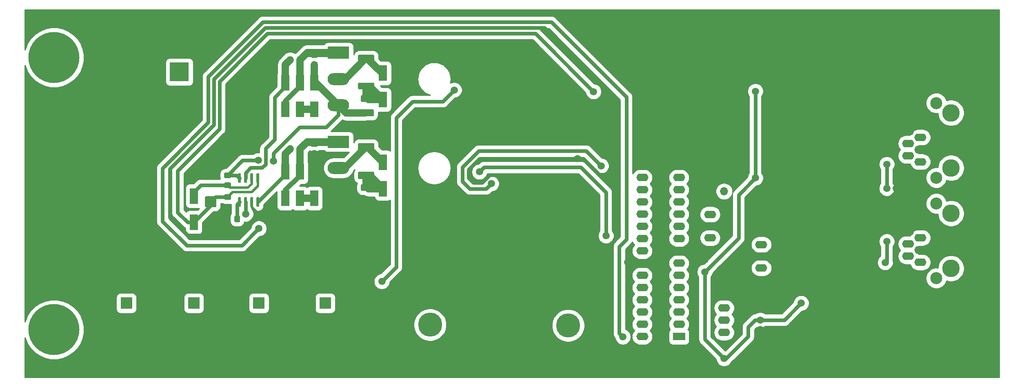
<source format=gbr>
G04 #@! TF.GenerationSoftware,KiCad,Pcbnew,5.1.4*
G04 #@! TF.CreationDate,2019-10-26T17:37:42-03:00*
G04 #@! TF.ProjectId,MCB19,4d434231-392e-46b6-9963-61645f706362,rev?*
G04 #@! TF.SameCoordinates,Original*
G04 #@! TF.FileFunction,Copper,L1,Top*
G04 #@! TF.FilePolarity,Positive*
%FSLAX46Y46*%
G04 Gerber Fmt 4.6, Leading zero omitted, Abs format (unit mm)*
G04 Created by KiCad (PCBNEW 5.1.4) date 2019-10-26 17:37:42*
%MOMM*%
%LPD*%
G04 APERTURE LIST*
%ADD10C,0.100000*%
%ADD11C,1.525000*%
%ADD12C,1.350000*%
%ADD13C,5.000000*%
%ADD14C,1.425000*%
%ADD15C,2.400000*%
%ADD16R,2.400000X2.400000*%
%ADD17C,0.900000*%
%ADD18C,10.600000*%
%ADD19R,1.700000X3.300000*%
%ADD20C,0.600000*%
%ADD21R,4.500000X2.500000*%
%ADD22O,4.500000X2.500000*%
%ADD23C,1.150000*%
%ADD24C,2.250000*%
%ADD25C,4.000000*%
%ADD26R,4.000000X4.000000*%
%ADD27R,1.700000X1.700000*%
%ADD28O,1.700000X1.700000*%
%ADD29R,2.500000X1.600000*%
%ADD30O,2.500000X1.600000*%
%ADD31C,3.650000*%
%ADD32C,2.500000*%
%ADD33C,1.500000*%
%ADD34C,1.524000*%
%ADD35C,0.508000*%
%ADD36C,0.762000*%
%ADD37C,1.016000*%
%ADD38C,0.254000*%
G04 APERTURE END LIST*
D10*
G36*
X123199505Y-80751204D02*
G01*
X123223773Y-80754804D01*
X123247572Y-80760765D01*
X123270671Y-80769030D01*
X123292850Y-80779520D01*
X123313893Y-80792132D01*
X123333599Y-80806747D01*
X123351777Y-80823223D01*
X123368253Y-80841401D01*
X123382868Y-80861107D01*
X123395480Y-80882150D01*
X123405970Y-80904329D01*
X123414235Y-80927428D01*
X123420196Y-80951227D01*
X123423796Y-80975495D01*
X123425000Y-80999999D01*
X123425000Y-82025001D01*
X123423796Y-82049505D01*
X123420196Y-82073773D01*
X123414235Y-82097572D01*
X123405970Y-82120671D01*
X123395480Y-82142850D01*
X123382868Y-82163893D01*
X123368253Y-82183599D01*
X123351777Y-82201777D01*
X123333599Y-82218253D01*
X123313893Y-82232868D01*
X123292850Y-82245480D01*
X123270671Y-82255970D01*
X123247572Y-82264235D01*
X123223773Y-82270196D01*
X123199505Y-82273796D01*
X123175001Y-82275000D01*
X120324999Y-82275000D01*
X120300495Y-82273796D01*
X120276227Y-82270196D01*
X120252428Y-82264235D01*
X120229329Y-82255970D01*
X120207150Y-82245480D01*
X120186107Y-82232868D01*
X120166401Y-82218253D01*
X120148223Y-82201777D01*
X120131747Y-82183599D01*
X120117132Y-82163893D01*
X120104520Y-82142850D01*
X120094030Y-82120671D01*
X120085765Y-82097572D01*
X120079804Y-82073773D01*
X120076204Y-82049505D01*
X120075000Y-82025001D01*
X120075000Y-80999999D01*
X120076204Y-80975495D01*
X120079804Y-80951227D01*
X120085765Y-80927428D01*
X120094030Y-80904329D01*
X120104520Y-80882150D01*
X120117132Y-80861107D01*
X120131747Y-80841401D01*
X120148223Y-80823223D01*
X120166401Y-80806747D01*
X120186107Y-80792132D01*
X120207150Y-80779520D01*
X120229329Y-80769030D01*
X120252428Y-80760765D01*
X120276227Y-80754804D01*
X120300495Y-80751204D01*
X120324999Y-80750000D01*
X123175001Y-80750000D01*
X123199505Y-80751204D01*
X123199505Y-80751204D01*
G37*
D11*
X121750000Y-81512500D03*
D10*
G36*
X123199505Y-86726204D02*
G01*
X123223773Y-86729804D01*
X123247572Y-86735765D01*
X123270671Y-86744030D01*
X123292850Y-86754520D01*
X123313893Y-86767132D01*
X123333599Y-86781747D01*
X123351777Y-86798223D01*
X123368253Y-86816401D01*
X123382868Y-86836107D01*
X123395480Y-86857150D01*
X123405970Y-86879329D01*
X123414235Y-86902428D01*
X123420196Y-86926227D01*
X123423796Y-86950495D01*
X123425000Y-86974999D01*
X123425000Y-88000001D01*
X123423796Y-88024505D01*
X123420196Y-88048773D01*
X123414235Y-88072572D01*
X123405970Y-88095671D01*
X123395480Y-88117850D01*
X123382868Y-88138893D01*
X123368253Y-88158599D01*
X123351777Y-88176777D01*
X123333599Y-88193253D01*
X123313893Y-88207868D01*
X123292850Y-88220480D01*
X123270671Y-88230970D01*
X123247572Y-88239235D01*
X123223773Y-88245196D01*
X123199505Y-88248796D01*
X123175001Y-88250000D01*
X120324999Y-88250000D01*
X120300495Y-88248796D01*
X120276227Y-88245196D01*
X120252428Y-88239235D01*
X120229329Y-88230970D01*
X120207150Y-88220480D01*
X120186107Y-88207868D01*
X120166401Y-88193253D01*
X120148223Y-88176777D01*
X120131747Y-88158599D01*
X120117132Y-88138893D01*
X120104520Y-88117850D01*
X120094030Y-88095671D01*
X120085765Y-88072572D01*
X120079804Y-88048773D01*
X120076204Y-88024505D01*
X120075000Y-88000001D01*
X120075000Y-86974999D01*
X120076204Y-86950495D01*
X120079804Y-86926227D01*
X120085765Y-86902428D01*
X120094030Y-86879329D01*
X120104520Y-86857150D01*
X120117132Y-86836107D01*
X120131747Y-86816401D01*
X120148223Y-86798223D01*
X120166401Y-86781747D01*
X120186107Y-86767132D01*
X120207150Y-86754520D01*
X120229329Y-86744030D01*
X120252428Y-86735765D01*
X120276227Y-86729804D01*
X120300495Y-86726204D01*
X120324999Y-86725000D01*
X123175001Y-86725000D01*
X123199505Y-86726204D01*
X123199505Y-86726204D01*
G37*
D11*
X121750000Y-87487500D03*
D10*
G36*
X123199505Y-62426204D02*
G01*
X123223773Y-62429804D01*
X123247572Y-62435765D01*
X123270671Y-62444030D01*
X123292850Y-62454520D01*
X123313893Y-62467132D01*
X123333599Y-62481747D01*
X123351777Y-62498223D01*
X123368253Y-62516401D01*
X123382868Y-62536107D01*
X123395480Y-62557150D01*
X123405970Y-62579329D01*
X123414235Y-62602428D01*
X123420196Y-62626227D01*
X123423796Y-62650495D01*
X123425000Y-62674999D01*
X123425000Y-63525001D01*
X123423796Y-63549505D01*
X123420196Y-63573773D01*
X123414235Y-63597572D01*
X123405970Y-63620671D01*
X123395480Y-63642850D01*
X123382868Y-63663893D01*
X123368253Y-63683599D01*
X123351777Y-63701777D01*
X123333599Y-63718253D01*
X123313893Y-63732868D01*
X123292850Y-63745480D01*
X123270671Y-63755970D01*
X123247572Y-63764235D01*
X123223773Y-63770196D01*
X123199505Y-63773796D01*
X123175001Y-63775000D01*
X120324999Y-63775000D01*
X120300495Y-63773796D01*
X120276227Y-63770196D01*
X120252428Y-63764235D01*
X120229329Y-63755970D01*
X120207150Y-63745480D01*
X120186107Y-63732868D01*
X120166401Y-63718253D01*
X120148223Y-63701777D01*
X120131747Y-63683599D01*
X120117132Y-63663893D01*
X120104520Y-63642850D01*
X120094030Y-63620671D01*
X120085765Y-63597572D01*
X120079804Y-63573773D01*
X120076204Y-63549505D01*
X120075000Y-63525001D01*
X120075000Y-62674999D01*
X120076204Y-62650495D01*
X120079804Y-62626227D01*
X120085765Y-62602428D01*
X120094030Y-62579329D01*
X120104520Y-62557150D01*
X120117132Y-62536107D01*
X120131747Y-62516401D01*
X120148223Y-62498223D01*
X120166401Y-62481747D01*
X120186107Y-62467132D01*
X120207150Y-62454520D01*
X120229329Y-62444030D01*
X120252428Y-62435765D01*
X120276227Y-62429804D01*
X120300495Y-62426204D01*
X120324999Y-62425000D01*
X123175001Y-62425000D01*
X123199505Y-62426204D01*
X123199505Y-62426204D01*
G37*
D12*
X121750000Y-63100000D03*
D10*
G36*
X123199505Y-68226204D02*
G01*
X123223773Y-68229804D01*
X123247572Y-68235765D01*
X123270671Y-68244030D01*
X123292850Y-68254520D01*
X123313893Y-68267132D01*
X123333599Y-68281747D01*
X123351777Y-68298223D01*
X123368253Y-68316401D01*
X123382868Y-68336107D01*
X123395480Y-68357150D01*
X123405970Y-68379329D01*
X123414235Y-68402428D01*
X123420196Y-68426227D01*
X123423796Y-68450495D01*
X123425000Y-68474999D01*
X123425000Y-69325001D01*
X123423796Y-69349505D01*
X123420196Y-69373773D01*
X123414235Y-69397572D01*
X123405970Y-69420671D01*
X123395480Y-69442850D01*
X123382868Y-69463893D01*
X123368253Y-69483599D01*
X123351777Y-69501777D01*
X123333599Y-69518253D01*
X123313893Y-69532868D01*
X123292850Y-69545480D01*
X123270671Y-69555970D01*
X123247572Y-69564235D01*
X123223773Y-69570196D01*
X123199505Y-69573796D01*
X123175001Y-69575000D01*
X120324999Y-69575000D01*
X120300495Y-69573796D01*
X120276227Y-69570196D01*
X120252428Y-69564235D01*
X120229329Y-69555970D01*
X120207150Y-69545480D01*
X120186107Y-69532868D01*
X120166401Y-69518253D01*
X120148223Y-69501777D01*
X120131747Y-69483599D01*
X120117132Y-69463893D01*
X120104520Y-69442850D01*
X120094030Y-69420671D01*
X120085765Y-69397572D01*
X120079804Y-69373773D01*
X120076204Y-69349505D01*
X120075000Y-69325001D01*
X120075000Y-68474999D01*
X120076204Y-68450495D01*
X120079804Y-68426227D01*
X120085765Y-68402428D01*
X120094030Y-68379329D01*
X120104520Y-68357150D01*
X120117132Y-68336107D01*
X120131747Y-68316401D01*
X120148223Y-68298223D01*
X120166401Y-68281747D01*
X120186107Y-68267132D01*
X120207150Y-68254520D01*
X120229329Y-68244030D01*
X120252428Y-68235765D01*
X120276227Y-68229804D01*
X120300495Y-68226204D01*
X120324999Y-68225000D01*
X123175001Y-68225000D01*
X123199505Y-68226204D01*
X123199505Y-68226204D01*
G37*
D12*
X121750000Y-68900000D03*
D13*
X135000000Y-118500000D03*
X163672000Y-118656000D03*
D10*
G36*
X123099504Y-73776204D02*
G01*
X123123773Y-73779804D01*
X123147571Y-73785765D01*
X123170671Y-73794030D01*
X123192849Y-73804520D01*
X123213893Y-73817133D01*
X123233598Y-73831747D01*
X123251777Y-73848223D01*
X123268253Y-73866402D01*
X123282867Y-73886107D01*
X123295480Y-73907151D01*
X123305970Y-73929329D01*
X123314235Y-73952429D01*
X123320196Y-73976227D01*
X123323796Y-74000496D01*
X123325000Y-74025000D01*
X123325000Y-74950000D01*
X123323796Y-74974504D01*
X123320196Y-74998773D01*
X123314235Y-75022571D01*
X123305970Y-75045671D01*
X123295480Y-75067849D01*
X123282867Y-75088893D01*
X123268253Y-75108598D01*
X123251777Y-75126777D01*
X123233598Y-75143253D01*
X123213893Y-75157867D01*
X123192849Y-75170480D01*
X123170671Y-75180970D01*
X123147571Y-75189235D01*
X123123773Y-75195196D01*
X123099504Y-75198796D01*
X123075000Y-75200000D01*
X120925000Y-75200000D01*
X120900496Y-75198796D01*
X120876227Y-75195196D01*
X120852429Y-75189235D01*
X120829329Y-75180970D01*
X120807151Y-75170480D01*
X120786107Y-75157867D01*
X120766402Y-75143253D01*
X120748223Y-75126777D01*
X120731747Y-75108598D01*
X120717133Y-75088893D01*
X120704520Y-75067849D01*
X120694030Y-75045671D01*
X120685765Y-75022571D01*
X120679804Y-74998773D01*
X120676204Y-74974504D01*
X120675000Y-74950000D01*
X120675000Y-74025000D01*
X120676204Y-74000496D01*
X120679804Y-73976227D01*
X120685765Y-73952429D01*
X120694030Y-73929329D01*
X120704520Y-73907151D01*
X120717133Y-73886107D01*
X120731747Y-73866402D01*
X120748223Y-73848223D01*
X120766402Y-73831747D01*
X120786107Y-73817133D01*
X120807151Y-73804520D01*
X120829329Y-73794030D01*
X120852429Y-73785765D01*
X120876227Y-73779804D01*
X120900496Y-73776204D01*
X120925000Y-73775000D01*
X123075000Y-73775000D01*
X123099504Y-73776204D01*
X123099504Y-73776204D01*
G37*
D14*
X122000000Y-74487500D03*
D10*
G36*
X123099504Y-70801204D02*
G01*
X123123773Y-70804804D01*
X123147571Y-70810765D01*
X123170671Y-70819030D01*
X123192849Y-70829520D01*
X123213893Y-70842133D01*
X123233598Y-70856747D01*
X123251777Y-70873223D01*
X123268253Y-70891402D01*
X123282867Y-70911107D01*
X123295480Y-70932151D01*
X123305970Y-70954329D01*
X123314235Y-70977429D01*
X123320196Y-71001227D01*
X123323796Y-71025496D01*
X123325000Y-71050000D01*
X123325000Y-71975000D01*
X123323796Y-71999504D01*
X123320196Y-72023773D01*
X123314235Y-72047571D01*
X123305970Y-72070671D01*
X123295480Y-72092849D01*
X123282867Y-72113893D01*
X123268253Y-72133598D01*
X123251777Y-72151777D01*
X123233598Y-72168253D01*
X123213893Y-72182867D01*
X123192849Y-72195480D01*
X123170671Y-72205970D01*
X123147571Y-72214235D01*
X123123773Y-72220196D01*
X123099504Y-72223796D01*
X123075000Y-72225000D01*
X120925000Y-72225000D01*
X120900496Y-72223796D01*
X120876227Y-72220196D01*
X120852429Y-72214235D01*
X120829329Y-72205970D01*
X120807151Y-72195480D01*
X120786107Y-72182867D01*
X120766402Y-72168253D01*
X120748223Y-72151777D01*
X120731747Y-72133598D01*
X120717133Y-72113893D01*
X120704520Y-72092849D01*
X120694030Y-72070671D01*
X120685765Y-72047571D01*
X120679804Y-72023773D01*
X120676204Y-71999504D01*
X120675000Y-71975000D01*
X120675000Y-71050000D01*
X120676204Y-71025496D01*
X120679804Y-71001227D01*
X120685765Y-70977429D01*
X120694030Y-70954329D01*
X120704520Y-70932151D01*
X120717133Y-70911107D01*
X120731747Y-70891402D01*
X120748223Y-70873223D01*
X120766402Y-70856747D01*
X120786107Y-70842133D01*
X120807151Y-70829520D01*
X120829329Y-70819030D01*
X120852429Y-70810765D01*
X120876227Y-70804804D01*
X120900496Y-70801204D01*
X120925000Y-70800000D01*
X123075000Y-70800000D01*
X123099504Y-70801204D01*
X123099504Y-70801204D01*
G37*
D14*
X122000000Y-71512500D03*
D10*
G36*
X123099504Y-92276204D02*
G01*
X123123773Y-92279804D01*
X123147571Y-92285765D01*
X123170671Y-92294030D01*
X123192849Y-92304520D01*
X123213893Y-92317133D01*
X123233598Y-92331747D01*
X123251777Y-92348223D01*
X123268253Y-92366402D01*
X123282867Y-92386107D01*
X123295480Y-92407151D01*
X123305970Y-92429329D01*
X123314235Y-92452429D01*
X123320196Y-92476227D01*
X123323796Y-92500496D01*
X123325000Y-92525000D01*
X123325000Y-93450000D01*
X123323796Y-93474504D01*
X123320196Y-93498773D01*
X123314235Y-93522571D01*
X123305970Y-93545671D01*
X123295480Y-93567849D01*
X123282867Y-93588893D01*
X123268253Y-93608598D01*
X123251777Y-93626777D01*
X123233598Y-93643253D01*
X123213893Y-93657867D01*
X123192849Y-93670480D01*
X123170671Y-93680970D01*
X123147571Y-93689235D01*
X123123773Y-93695196D01*
X123099504Y-93698796D01*
X123075000Y-93700000D01*
X120925000Y-93700000D01*
X120900496Y-93698796D01*
X120876227Y-93695196D01*
X120852429Y-93689235D01*
X120829329Y-93680970D01*
X120807151Y-93670480D01*
X120786107Y-93657867D01*
X120766402Y-93643253D01*
X120748223Y-93626777D01*
X120731747Y-93608598D01*
X120717133Y-93588893D01*
X120704520Y-93567849D01*
X120694030Y-93545671D01*
X120685765Y-93522571D01*
X120679804Y-93498773D01*
X120676204Y-93474504D01*
X120675000Y-93450000D01*
X120675000Y-92525000D01*
X120676204Y-92500496D01*
X120679804Y-92476227D01*
X120685765Y-92452429D01*
X120694030Y-92429329D01*
X120704520Y-92407151D01*
X120717133Y-92386107D01*
X120731747Y-92366402D01*
X120748223Y-92348223D01*
X120766402Y-92331747D01*
X120786107Y-92317133D01*
X120807151Y-92304520D01*
X120829329Y-92294030D01*
X120852429Y-92285765D01*
X120876227Y-92279804D01*
X120900496Y-92276204D01*
X120925000Y-92275000D01*
X123075000Y-92275000D01*
X123099504Y-92276204D01*
X123099504Y-92276204D01*
G37*
D14*
X122000000Y-92987500D03*
D10*
G36*
X123099504Y-89301204D02*
G01*
X123123773Y-89304804D01*
X123147571Y-89310765D01*
X123170671Y-89319030D01*
X123192849Y-89329520D01*
X123213893Y-89342133D01*
X123233598Y-89356747D01*
X123251777Y-89373223D01*
X123268253Y-89391402D01*
X123282867Y-89411107D01*
X123295480Y-89432151D01*
X123305970Y-89454329D01*
X123314235Y-89477429D01*
X123320196Y-89501227D01*
X123323796Y-89525496D01*
X123325000Y-89550000D01*
X123325000Y-90475000D01*
X123323796Y-90499504D01*
X123320196Y-90523773D01*
X123314235Y-90547571D01*
X123305970Y-90570671D01*
X123295480Y-90592849D01*
X123282867Y-90613893D01*
X123268253Y-90633598D01*
X123251777Y-90651777D01*
X123233598Y-90668253D01*
X123213893Y-90682867D01*
X123192849Y-90695480D01*
X123170671Y-90705970D01*
X123147571Y-90714235D01*
X123123773Y-90720196D01*
X123099504Y-90723796D01*
X123075000Y-90725000D01*
X120925000Y-90725000D01*
X120900496Y-90723796D01*
X120876227Y-90720196D01*
X120852429Y-90714235D01*
X120829329Y-90705970D01*
X120807151Y-90695480D01*
X120786107Y-90682867D01*
X120766402Y-90668253D01*
X120748223Y-90651777D01*
X120731747Y-90633598D01*
X120717133Y-90613893D01*
X120704520Y-90592849D01*
X120694030Y-90570671D01*
X120685765Y-90547571D01*
X120679804Y-90523773D01*
X120676204Y-90499504D01*
X120675000Y-90475000D01*
X120675000Y-89550000D01*
X120676204Y-89525496D01*
X120679804Y-89501227D01*
X120685765Y-89477429D01*
X120694030Y-89454329D01*
X120704520Y-89432151D01*
X120717133Y-89411107D01*
X120731747Y-89391402D01*
X120748223Y-89373223D01*
X120766402Y-89356747D01*
X120786107Y-89342133D01*
X120807151Y-89329520D01*
X120829329Y-89319030D01*
X120852429Y-89310765D01*
X120876227Y-89304804D01*
X120900496Y-89301204D01*
X120925000Y-89300000D01*
X123075000Y-89300000D01*
X123099504Y-89301204D01*
X123099504Y-89301204D01*
G37*
D14*
X122000000Y-90012500D03*
D15*
X72000000Y-109000000D03*
D16*
X72000000Y-114000000D03*
D17*
X59810749Y-122310749D03*
X60975000Y-119500000D03*
X59810749Y-116689251D03*
X57000000Y-115525000D03*
X54189251Y-116689251D03*
X53025000Y-119500000D03*
X54189251Y-122310749D03*
X57000000Y-123475000D03*
D18*
X57000000Y-119500000D03*
D19*
X105000000Y-92250000D03*
X105000000Y-86750000D03*
D15*
X99500000Y-109000000D03*
D16*
X99500000Y-114000000D03*
D15*
X113250000Y-109000000D03*
D16*
X113250000Y-114000000D03*
D10*
G36*
X99454703Y-92000722D02*
G01*
X99469264Y-92002882D01*
X99483543Y-92006459D01*
X99497403Y-92011418D01*
X99510710Y-92017712D01*
X99523336Y-92025280D01*
X99535159Y-92034048D01*
X99546066Y-92043934D01*
X99555952Y-92054841D01*
X99564720Y-92066664D01*
X99572288Y-92079290D01*
X99578582Y-92092597D01*
X99583541Y-92106457D01*
X99587118Y-92120736D01*
X99589278Y-92135297D01*
X99590000Y-92150000D01*
X99590000Y-93800000D01*
X99589278Y-93814703D01*
X99587118Y-93829264D01*
X99583541Y-93843543D01*
X99578582Y-93857403D01*
X99572288Y-93870710D01*
X99564720Y-93883336D01*
X99555952Y-93895159D01*
X99546066Y-93906066D01*
X99535159Y-93915952D01*
X99523336Y-93924720D01*
X99510710Y-93932288D01*
X99497403Y-93938582D01*
X99483543Y-93943541D01*
X99469264Y-93947118D01*
X99454703Y-93949278D01*
X99440000Y-93950000D01*
X99140000Y-93950000D01*
X99125297Y-93949278D01*
X99110736Y-93947118D01*
X99096457Y-93943541D01*
X99082597Y-93938582D01*
X99069290Y-93932288D01*
X99056664Y-93924720D01*
X99044841Y-93915952D01*
X99033934Y-93906066D01*
X99024048Y-93895159D01*
X99015280Y-93883336D01*
X99007712Y-93870710D01*
X99001418Y-93857403D01*
X98996459Y-93843543D01*
X98992882Y-93829264D01*
X98990722Y-93814703D01*
X98990000Y-93800000D01*
X98990000Y-92150000D01*
X98990722Y-92135297D01*
X98992882Y-92120736D01*
X98996459Y-92106457D01*
X99001418Y-92092597D01*
X99007712Y-92079290D01*
X99015280Y-92066664D01*
X99024048Y-92054841D01*
X99033934Y-92043934D01*
X99044841Y-92034048D01*
X99056664Y-92025280D01*
X99069290Y-92017712D01*
X99082597Y-92011418D01*
X99096457Y-92006459D01*
X99110736Y-92002882D01*
X99125297Y-92000722D01*
X99140000Y-92000000D01*
X99440000Y-92000000D01*
X99454703Y-92000722D01*
X99454703Y-92000722D01*
G37*
D20*
X99290000Y-92975000D03*
D10*
G36*
X98184703Y-92000722D02*
G01*
X98199264Y-92002882D01*
X98213543Y-92006459D01*
X98227403Y-92011418D01*
X98240710Y-92017712D01*
X98253336Y-92025280D01*
X98265159Y-92034048D01*
X98276066Y-92043934D01*
X98285952Y-92054841D01*
X98294720Y-92066664D01*
X98302288Y-92079290D01*
X98308582Y-92092597D01*
X98313541Y-92106457D01*
X98317118Y-92120736D01*
X98319278Y-92135297D01*
X98320000Y-92150000D01*
X98320000Y-93800000D01*
X98319278Y-93814703D01*
X98317118Y-93829264D01*
X98313541Y-93843543D01*
X98308582Y-93857403D01*
X98302288Y-93870710D01*
X98294720Y-93883336D01*
X98285952Y-93895159D01*
X98276066Y-93906066D01*
X98265159Y-93915952D01*
X98253336Y-93924720D01*
X98240710Y-93932288D01*
X98227403Y-93938582D01*
X98213543Y-93943541D01*
X98199264Y-93947118D01*
X98184703Y-93949278D01*
X98170000Y-93950000D01*
X97870000Y-93950000D01*
X97855297Y-93949278D01*
X97840736Y-93947118D01*
X97826457Y-93943541D01*
X97812597Y-93938582D01*
X97799290Y-93932288D01*
X97786664Y-93924720D01*
X97774841Y-93915952D01*
X97763934Y-93906066D01*
X97754048Y-93895159D01*
X97745280Y-93883336D01*
X97737712Y-93870710D01*
X97731418Y-93857403D01*
X97726459Y-93843543D01*
X97722882Y-93829264D01*
X97720722Y-93814703D01*
X97720000Y-93800000D01*
X97720000Y-92150000D01*
X97720722Y-92135297D01*
X97722882Y-92120736D01*
X97726459Y-92106457D01*
X97731418Y-92092597D01*
X97737712Y-92079290D01*
X97745280Y-92066664D01*
X97754048Y-92054841D01*
X97763934Y-92043934D01*
X97774841Y-92034048D01*
X97786664Y-92025280D01*
X97799290Y-92017712D01*
X97812597Y-92011418D01*
X97826457Y-92006459D01*
X97840736Y-92002882D01*
X97855297Y-92000722D01*
X97870000Y-92000000D01*
X98170000Y-92000000D01*
X98184703Y-92000722D01*
X98184703Y-92000722D01*
G37*
D20*
X98020000Y-92975000D03*
D10*
G36*
X96914703Y-92000722D02*
G01*
X96929264Y-92002882D01*
X96943543Y-92006459D01*
X96957403Y-92011418D01*
X96970710Y-92017712D01*
X96983336Y-92025280D01*
X96995159Y-92034048D01*
X97006066Y-92043934D01*
X97015952Y-92054841D01*
X97024720Y-92066664D01*
X97032288Y-92079290D01*
X97038582Y-92092597D01*
X97043541Y-92106457D01*
X97047118Y-92120736D01*
X97049278Y-92135297D01*
X97050000Y-92150000D01*
X97050000Y-93800000D01*
X97049278Y-93814703D01*
X97047118Y-93829264D01*
X97043541Y-93843543D01*
X97038582Y-93857403D01*
X97032288Y-93870710D01*
X97024720Y-93883336D01*
X97015952Y-93895159D01*
X97006066Y-93906066D01*
X96995159Y-93915952D01*
X96983336Y-93924720D01*
X96970710Y-93932288D01*
X96957403Y-93938582D01*
X96943543Y-93943541D01*
X96929264Y-93947118D01*
X96914703Y-93949278D01*
X96900000Y-93950000D01*
X96600000Y-93950000D01*
X96585297Y-93949278D01*
X96570736Y-93947118D01*
X96556457Y-93943541D01*
X96542597Y-93938582D01*
X96529290Y-93932288D01*
X96516664Y-93924720D01*
X96504841Y-93915952D01*
X96493934Y-93906066D01*
X96484048Y-93895159D01*
X96475280Y-93883336D01*
X96467712Y-93870710D01*
X96461418Y-93857403D01*
X96456459Y-93843543D01*
X96452882Y-93829264D01*
X96450722Y-93814703D01*
X96450000Y-93800000D01*
X96450000Y-92150000D01*
X96450722Y-92135297D01*
X96452882Y-92120736D01*
X96456459Y-92106457D01*
X96461418Y-92092597D01*
X96467712Y-92079290D01*
X96475280Y-92066664D01*
X96484048Y-92054841D01*
X96493934Y-92043934D01*
X96504841Y-92034048D01*
X96516664Y-92025280D01*
X96529290Y-92017712D01*
X96542597Y-92011418D01*
X96556457Y-92006459D01*
X96570736Y-92002882D01*
X96585297Y-92000722D01*
X96600000Y-92000000D01*
X96900000Y-92000000D01*
X96914703Y-92000722D01*
X96914703Y-92000722D01*
G37*
D20*
X96750000Y-92975000D03*
D10*
G36*
X95644703Y-92000722D02*
G01*
X95659264Y-92002882D01*
X95673543Y-92006459D01*
X95687403Y-92011418D01*
X95700710Y-92017712D01*
X95713336Y-92025280D01*
X95725159Y-92034048D01*
X95736066Y-92043934D01*
X95745952Y-92054841D01*
X95754720Y-92066664D01*
X95762288Y-92079290D01*
X95768582Y-92092597D01*
X95773541Y-92106457D01*
X95777118Y-92120736D01*
X95779278Y-92135297D01*
X95780000Y-92150000D01*
X95780000Y-93800000D01*
X95779278Y-93814703D01*
X95777118Y-93829264D01*
X95773541Y-93843543D01*
X95768582Y-93857403D01*
X95762288Y-93870710D01*
X95754720Y-93883336D01*
X95745952Y-93895159D01*
X95736066Y-93906066D01*
X95725159Y-93915952D01*
X95713336Y-93924720D01*
X95700710Y-93932288D01*
X95687403Y-93938582D01*
X95673543Y-93943541D01*
X95659264Y-93947118D01*
X95644703Y-93949278D01*
X95630000Y-93950000D01*
X95330000Y-93950000D01*
X95315297Y-93949278D01*
X95300736Y-93947118D01*
X95286457Y-93943541D01*
X95272597Y-93938582D01*
X95259290Y-93932288D01*
X95246664Y-93924720D01*
X95234841Y-93915952D01*
X95223934Y-93906066D01*
X95214048Y-93895159D01*
X95205280Y-93883336D01*
X95197712Y-93870710D01*
X95191418Y-93857403D01*
X95186459Y-93843543D01*
X95182882Y-93829264D01*
X95180722Y-93814703D01*
X95180000Y-93800000D01*
X95180000Y-92150000D01*
X95180722Y-92135297D01*
X95182882Y-92120736D01*
X95186459Y-92106457D01*
X95191418Y-92092597D01*
X95197712Y-92079290D01*
X95205280Y-92066664D01*
X95214048Y-92054841D01*
X95223934Y-92043934D01*
X95234841Y-92034048D01*
X95246664Y-92025280D01*
X95259290Y-92017712D01*
X95272597Y-92011418D01*
X95286457Y-92006459D01*
X95300736Y-92002882D01*
X95315297Y-92000722D01*
X95330000Y-92000000D01*
X95630000Y-92000000D01*
X95644703Y-92000722D01*
X95644703Y-92000722D01*
G37*
D20*
X95480000Y-92975000D03*
D10*
G36*
X95644703Y-87050722D02*
G01*
X95659264Y-87052882D01*
X95673543Y-87056459D01*
X95687403Y-87061418D01*
X95700710Y-87067712D01*
X95713336Y-87075280D01*
X95725159Y-87084048D01*
X95736066Y-87093934D01*
X95745952Y-87104841D01*
X95754720Y-87116664D01*
X95762288Y-87129290D01*
X95768582Y-87142597D01*
X95773541Y-87156457D01*
X95777118Y-87170736D01*
X95779278Y-87185297D01*
X95780000Y-87200000D01*
X95780000Y-88850000D01*
X95779278Y-88864703D01*
X95777118Y-88879264D01*
X95773541Y-88893543D01*
X95768582Y-88907403D01*
X95762288Y-88920710D01*
X95754720Y-88933336D01*
X95745952Y-88945159D01*
X95736066Y-88956066D01*
X95725159Y-88965952D01*
X95713336Y-88974720D01*
X95700710Y-88982288D01*
X95687403Y-88988582D01*
X95673543Y-88993541D01*
X95659264Y-88997118D01*
X95644703Y-88999278D01*
X95630000Y-89000000D01*
X95330000Y-89000000D01*
X95315297Y-88999278D01*
X95300736Y-88997118D01*
X95286457Y-88993541D01*
X95272597Y-88988582D01*
X95259290Y-88982288D01*
X95246664Y-88974720D01*
X95234841Y-88965952D01*
X95223934Y-88956066D01*
X95214048Y-88945159D01*
X95205280Y-88933336D01*
X95197712Y-88920710D01*
X95191418Y-88907403D01*
X95186459Y-88893543D01*
X95182882Y-88879264D01*
X95180722Y-88864703D01*
X95180000Y-88850000D01*
X95180000Y-87200000D01*
X95180722Y-87185297D01*
X95182882Y-87170736D01*
X95186459Y-87156457D01*
X95191418Y-87142597D01*
X95197712Y-87129290D01*
X95205280Y-87116664D01*
X95214048Y-87104841D01*
X95223934Y-87093934D01*
X95234841Y-87084048D01*
X95246664Y-87075280D01*
X95259290Y-87067712D01*
X95272597Y-87061418D01*
X95286457Y-87056459D01*
X95300736Y-87052882D01*
X95315297Y-87050722D01*
X95330000Y-87050000D01*
X95630000Y-87050000D01*
X95644703Y-87050722D01*
X95644703Y-87050722D01*
G37*
D20*
X95480000Y-88025000D03*
D10*
G36*
X96914703Y-87050722D02*
G01*
X96929264Y-87052882D01*
X96943543Y-87056459D01*
X96957403Y-87061418D01*
X96970710Y-87067712D01*
X96983336Y-87075280D01*
X96995159Y-87084048D01*
X97006066Y-87093934D01*
X97015952Y-87104841D01*
X97024720Y-87116664D01*
X97032288Y-87129290D01*
X97038582Y-87142597D01*
X97043541Y-87156457D01*
X97047118Y-87170736D01*
X97049278Y-87185297D01*
X97050000Y-87200000D01*
X97050000Y-88850000D01*
X97049278Y-88864703D01*
X97047118Y-88879264D01*
X97043541Y-88893543D01*
X97038582Y-88907403D01*
X97032288Y-88920710D01*
X97024720Y-88933336D01*
X97015952Y-88945159D01*
X97006066Y-88956066D01*
X96995159Y-88965952D01*
X96983336Y-88974720D01*
X96970710Y-88982288D01*
X96957403Y-88988582D01*
X96943543Y-88993541D01*
X96929264Y-88997118D01*
X96914703Y-88999278D01*
X96900000Y-89000000D01*
X96600000Y-89000000D01*
X96585297Y-88999278D01*
X96570736Y-88997118D01*
X96556457Y-88993541D01*
X96542597Y-88988582D01*
X96529290Y-88982288D01*
X96516664Y-88974720D01*
X96504841Y-88965952D01*
X96493934Y-88956066D01*
X96484048Y-88945159D01*
X96475280Y-88933336D01*
X96467712Y-88920710D01*
X96461418Y-88907403D01*
X96456459Y-88893543D01*
X96452882Y-88879264D01*
X96450722Y-88864703D01*
X96450000Y-88850000D01*
X96450000Y-87200000D01*
X96450722Y-87185297D01*
X96452882Y-87170736D01*
X96456459Y-87156457D01*
X96461418Y-87142597D01*
X96467712Y-87129290D01*
X96475280Y-87116664D01*
X96484048Y-87104841D01*
X96493934Y-87093934D01*
X96504841Y-87084048D01*
X96516664Y-87075280D01*
X96529290Y-87067712D01*
X96542597Y-87061418D01*
X96556457Y-87056459D01*
X96570736Y-87052882D01*
X96585297Y-87050722D01*
X96600000Y-87050000D01*
X96900000Y-87050000D01*
X96914703Y-87050722D01*
X96914703Y-87050722D01*
G37*
D20*
X96750000Y-88025000D03*
D10*
G36*
X98184703Y-87050722D02*
G01*
X98199264Y-87052882D01*
X98213543Y-87056459D01*
X98227403Y-87061418D01*
X98240710Y-87067712D01*
X98253336Y-87075280D01*
X98265159Y-87084048D01*
X98276066Y-87093934D01*
X98285952Y-87104841D01*
X98294720Y-87116664D01*
X98302288Y-87129290D01*
X98308582Y-87142597D01*
X98313541Y-87156457D01*
X98317118Y-87170736D01*
X98319278Y-87185297D01*
X98320000Y-87200000D01*
X98320000Y-88850000D01*
X98319278Y-88864703D01*
X98317118Y-88879264D01*
X98313541Y-88893543D01*
X98308582Y-88907403D01*
X98302288Y-88920710D01*
X98294720Y-88933336D01*
X98285952Y-88945159D01*
X98276066Y-88956066D01*
X98265159Y-88965952D01*
X98253336Y-88974720D01*
X98240710Y-88982288D01*
X98227403Y-88988582D01*
X98213543Y-88993541D01*
X98199264Y-88997118D01*
X98184703Y-88999278D01*
X98170000Y-89000000D01*
X97870000Y-89000000D01*
X97855297Y-88999278D01*
X97840736Y-88997118D01*
X97826457Y-88993541D01*
X97812597Y-88988582D01*
X97799290Y-88982288D01*
X97786664Y-88974720D01*
X97774841Y-88965952D01*
X97763934Y-88956066D01*
X97754048Y-88945159D01*
X97745280Y-88933336D01*
X97737712Y-88920710D01*
X97731418Y-88907403D01*
X97726459Y-88893543D01*
X97722882Y-88879264D01*
X97720722Y-88864703D01*
X97720000Y-88850000D01*
X97720000Y-87200000D01*
X97720722Y-87185297D01*
X97722882Y-87170736D01*
X97726459Y-87156457D01*
X97731418Y-87142597D01*
X97737712Y-87129290D01*
X97745280Y-87116664D01*
X97754048Y-87104841D01*
X97763934Y-87093934D01*
X97774841Y-87084048D01*
X97786664Y-87075280D01*
X97799290Y-87067712D01*
X97812597Y-87061418D01*
X97826457Y-87056459D01*
X97840736Y-87052882D01*
X97855297Y-87050722D01*
X97870000Y-87050000D01*
X98170000Y-87050000D01*
X98184703Y-87050722D01*
X98184703Y-87050722D01*
G37*
D20*
X98020000Y-88025000D03*
D10*
G36*
X99454703Y-87050722D02*
G01*
X99469264Y-87052882D01*
X99483543Y-87056459D01*
X99497403Y-87061418D01*
X99510710Y-87067712D01*
X99523336Y-87075280D01*
X99535159Y-87084048D01*
X99546066Y-87093934D01*
X99555952Y-87104841D01*
X99564720Y-87116664D01*
X99572288Y-87129290D01*
X99578582Y-87142597D01*
X99583541Y-87156457D01*
X99587118Y-87170736D01*
X99589278Y-87185297D01*
X99590000Y-87200000D01*
X99590000Y-88850000D01*
X99589278Y-88864703D01*
X99587118Y-88879264D01*
X99583541Y-88893543D01*
X99578582Y-88907403D01*
X99572288Y-88920710D01*
X99564720Y-88933336D01*
X99555952Y-88945159D01*
X99546066Y-88956066D01*
X99535159Y-88965952D01*
X99523336Y-88974720D01*
X99510710Y-88982288D01*
X99497403Y-88988582D01*
X99483543Y-88993541D01*
X99469264Y-88997118D01*
X99454703Y-88999278D01*
X99440000Y-89000000D01*
X99140000Y-89000000D01*
X99125297Y-88999278D01*
X99110736Y-88997118D01*
X99096457Y-88993541D01*
X99082597Y-88988582D01*
X99069290Y-88982288D01*
X99056664Y-88974720D01*
X99044841Y-88965952D01*
X99033934Y-88956066D01*
X99024048Y-88945159D01*
X99015280Y-88933336D01*
X99007712Y-88920710D01*
X99001418Y-88907403D01*
X98996459Y-88893543D01*
X98992882Y-88879264D01*
X98990722Y-88864703D01*
X98990000Y-88850000D01*
X98990000Y-87200000D01*
X98990722Y-87185297D01*
X98992882Y-87170736D01*
X98996459Y-87156457D01*
X99001418Y-87142597D01*
X99007712Y-87129290D01*
X99015280Y-87116664D01*
X99024048Y-87104841D01*
X99033934Y-87093934D01*
X99044841Y-87084048D01*
X99056664Y-87075280D01*
X99069290Y-87067712D01*
X99082597Y-87061418D01*
X99096457Y-87056459D01*
X99110736Y-87052882D01*
X99125297Y-87050722D01*
X99140000Y-87050000D01*
X99440000Y-87050000D01*
X99454703Y-87050722D01*
X99454703Y-87050722D01*
G37*
D20*
X99290000Y-88025000D03*
D21*
X116000000Y-62000000D03*
D22*
X116000000Y-67450000D03*
X116000000Y-72900000D03*
D21*
X116000000Y-80500000D03*
D22*
X116000000Y-85950000D03*
X116000000Y-91400000D03*
D10*
G36*
X111474505Y-61901204D02*
G01*
X111498773Y-61904804D01*
X111522572Y-61910765D01*
X111545671Y-61919030D01*
X111567850Y-61929520D01*
X111588893Y-61942132D01*
X111608599Y-61956747D01*
X111626777Y-61973223D01*
X111643253Y-61991401D01*
X111657868Y-62011107D01*
X111670480Y-62032150D01*
X111680970Y-62054329D01*
X111689235Y-62077428D01*
X111695196Y-62101227D01*
X111698796Y-62125495D01*
X111700000Y-62149999D01*
X111700000Y-62800001D01*
X111698796Y-62824505D01*
X111695196Y-62848773D01*
X111689235Y-62872572D01*
X111680970Y-62895671D01*
X111670480Y-62917850D01*
X111657868Y-62938893D01*
X111643253Y-62958599D01*
X111626777Y-62976777D01*
X111608599Y-62993253D01*
X111588893Y-63007868D01*
X111567850Y-63020480D01*
X111545671Y-63030970D01*
X111522572Y-63039235D01*
X111498773Y-63045196D01*
X111474505Y-63048796D01*
X111450001Y-63050000D01*
X110549999Y-63050000D01*
X110525495Y-63048796D01*
X110501227Y-63045196D01*
X110477428Y-63039235D01*
X110454329Y-63030970D01*
X110432150Y-63020480D01*
X110411107Y-63007868D01*
X110391401Y-62993253D01*
X110373223Y-62976777D01*
X110356747Y-62958599D01*
X110342132Y-62938893D01*
X110329520Y-62917850D01*
X110319030Y-62895671D01*
X110310765Y-62872572D01*
X110304804Y-62848773D01*
X110301204Y-62824505D01*
X110300000Y-62800001D01*
X110300000Y-62149999D01*
X110301204Y-62125495D01*
X110304804Y-62101227D01*
X110310765Y-62077428D01*
X110319030Y-62054329D01*
X110329520Y-62032150D01*
X110342132Y-62011107D01*
X110356747Y-61991401D01*
X110373223Y-61973223D01*
X110391401Y-61956747D01*
X110411107Y-61942132D01*
X110432150Y-61929520D01*
X110454329Y-61919030D01*
X110477428Y-61910765D01*
X110501227Y-61904804D01*
X110525495Y-61901204D01*
X110549999Y-61900000D01*
X111450001Y-61900000D01*
X111474505Y-61901204D01*
X111474505Y-61901204D01*
G37*
D23*
X111000000Y-62475000D03*
D10*
G36*
X111474505Y-63951204D02*
G01*
X111498773Y-63954804D01*
X111522572Y-63960765D01*
X111545671Y-63969030D01*
X111567850Y-63979520D01*
X111588893Y-63992132D01*
X111608599Y-64006747D01*
X111626777Y-64023223D01*
X111643253Y-64041401D01*
X111657868Y-64061107D01*
X111670480Y-64082150D01*
X111680970Y-64104329D01*
X111689235Y-64127428D01*
X111695196Y-64151227D01*
X111698796Y-64175495D01*
X111700000Y-64199999D01*
X111700000Y-64850001D01*
X111698796Y-64874505D01*
X111695196Y-64898773D01*
X111689235Y-64922572D01*
X111680970Y-64945671D01*
X111670480Y-64967850D01*
X111657868Y-64988893D01*
X111643253Y-65008599D01*
X111626777Y-65026777D01*
X111608599Y-65043253D01*
X111588893Y-65057868D01*
X111567850Y-65070480D01*
X111545671Y-65080970D01*
X111522572Y-65089235D01*
X111498773Y-65095196D01*
X111474505Y-65098796D01*
X111450001Y-65100000D01*
X110549999Y-65100000D01*
X110525495Y-65098796D01*
X110501227Y-65095196D01*
X110477428Y-65089235D01*
X110454329Y-65080970D01*
X110432150Y-65070480D01*
X110411107Y-65057868D01*
X110391401Y-65043253D01*
X110373223Y-65026777D01*
X110356747Y-65008599D01*
X110342132Y-64988893D01*
X110329520Y-64967850D01*
X110319030Y-64945671D01*
X110310765Y-64922572D01*
X110304804Y-64898773D01*
X110301204Y-64874505D01*
X110300000Y-64850001D01*
X110300000Y-64199999D01*
X110301204Y-64175495D01*
X110304804Y-64151227D01*
X110310765Y-64127428D01*
X110319030Y-64104329D01*
X110329520Y-64082150D01*
X110342132Y-64061107D01*
X110356747Y-64041401D01*
X110373223Y-64023223D01*
X110391401Y-64006747D01*
X110411107Y-63992132D01*
X110432150Y-63979520D01*
X110454329Y-63969030D01*
X110477428Y-63960765D01*
X110501227Y-63954804D01*
X110525495Y-63951204D01*
X110549999Y-63950000D01*
X111450001Y-63950000D01*
X111474505Y-63951204D01*
X111474505Y-63951204D01*
G37*
D23*
X111000000Y-64525000D03*
D10*
G36*
X111474505Y-80401204D02*
G01*
X111498773Y-80404804D01*
X111522572Y-80410765D01*
X111545671Y-80419030D01*
X111567850Y-80429520D01*
X111588893Y-80442132D01*
X111608599Y-80456747D01*
X111626777Y-80473223D01*
X111643253Y-80491401D01*
X111657868Y-80511107D01*
X111670480Y-80532150D01*
X111680970Y-80554329D01*
X111689235Y-80577428D01*
X111695196Y-80601227D01*
X111698796Y-80625495D01*
X111700000Y-80649999D01*
X111700000Y-81300001D01*
X111698796Y-81324505D01*
X111695196Y-81348773D01*
X111689235Y-81372572D01*
X111680970Y-81395671D01*
X111670480Y-81417850D01*
X111657868Y-81438893D01*
X111643253Y-81458599D01*
X111626777Y-81476777D01*
X111608599Y-81493253D01*
X111588893Y-81507868D01*
X111567850Y-81520480D01*
X111545671Y-81530970D01*
X111522572Y-81539235D01*
X111498773Y-81545196D01*
X111474505Y-81548796D01*
X111450001Y-81550000D01*
X110549999Y-81550000D01*
X110525495Y-81548796D01*
X110501227Y-81545196D01*
X110477428Y-81539235D01*
X110454329Y-81530970D01*
X110432150Y-81520480D01*
X110411107Y-81507868D01*
X110391401Y-81493253D01*
X110373223Y-81476777D01*
X110356747Y-81458599D01*
X110342132Y-81438893D01*
X110329520Y-81417850D01*
X110319030Y-81395671D01*
X110310765Y-81372572D01*
X110304804Y-81348773D01*
X110301204Y-81324505D01*
X110300000Y-81300001D01*
X110300000Y-80649999D01*
X110301204Y-80625495D01*
X110304804Y-80601227D01*
X110310765Y-80577428D01*
X110319030Y-80554329D01*
X110329520Y-80532150D01*
X110342132Y-80511107D01*
X110356747Y-80491401D01*
X110373223Y-80473223D01*
X110391401Y-80456747D01*
X110411107Y-80442132D01*
X110432150Y-80429520D01*
X110454329Y-80419030D01*
X110477428Y-80410765D01*
X110501227Y-80404804D01*
X110525495Y-80401204D01*
X110549999Y-80400000D01*
X111450001Y-80400000D01*
X111474505Y-80401204D01*
X111474505Y-80401204D01*
G37*
D23*
X111000000Y-80975000D03*
D10*
G36*
X111474505Y-82451204D02*
G01*
X111498773Y-82454804D01*
X111522572Y-82460765D01*
X111545671Y-82469030D01*
X111567850Y-82479520D01*
X111588893Y-82492132D01*
X111608599Y-82506747D01*
X111626777Y-82523223D01*
X111643253Y-82541401D01*
X111657868Y-82561107D01*
X111670480Y-82582150D01*
X111680970Y-82604329D01*
X111689235Y-82627428D01*
X111695196Y-82651227D01*
X111698796Y-82675495D01*
X111700000Y-82699999D01*
X111700000Y-83350001D01*
X111698796Y-83374505D01*
X111695196Y-83398773D01*
X111689235Y-83422572D01*
X111680970Y-83445671D01*
X111670480Y-83467850D01*
X111657868Y-83488893D01*
X111643253Y-83508599D01*
X111626777Y-83526777D01*
X111608599Y-83543253D01*
X111588893Y-83557868D01*
X111567850Y-83570480D01*
X111545671Y-83580970D01*
X111522572Y-83589235D01*
X111498773Y-83595196D01*
X111474505Y-83598796D01*
X111450001Y-83600000D01*
X110549999Y-83600000D01*
X110525495Y-83598796D01*
X110501227Y-83595196D01*
X110477428Y-83589235D01*
X110454329Y-83580970D01*
X110432150Y-83570480D01*
X110411107Y-83557868D01*
X110391401Y-83543253D01*
X110373223Y-83526777D01*
X110356747Y-83508599D01*
X110342132Y-83488893D01*
X110329520Y-83467850D01*
X110319030Y-83445671D01*
X110310765Y-83422572D01*
X110304804Y-83398773D01*
X110301204Y-83374505D01*
X110300000Y-83350001D01*
X110300000Y-82699999D01*
X110301204Y-82675495D01*
X110304804Y-82651227D01*
X110310765Y-82627428D01*
X110319030Y-82604329D01*
X110329520Y-82582150D01*
X110342132Y-82561107D01*
X110356747Y-82541401D01*
X110373223Y-82523223D01*
X110391401Y-82506747D01*
X110411107Y-82492132D01*
X110432150Y-82479520D01*
X110454329Y-82469030D01*
X110477428Y-82460765D01*
X110501227Y-82454804D01*
X110525495Y-82451204D01*
X110549999Y-82450000D01*
X111450001Y-82450000D01*
X111474505Y-82451204D01*
X111474505Y-82451204D01*
G37*
D23*
X111000000Y-83025000D03*
D10*
G36*
X106324505Y-62801204D02*
G01*
X106348773Y-62804804D01*
X106372572Y-62810765D01*
X106395671Y-62819030D01*
X106417850Y-62829520D01*
X106438893Y-62842132D01*
X106458599Y-62856747D01*
X106476777Y-62873223D01*
X106493253Y-62891401D01*
X106507868Y-62911107D01*
X106520480Y-62932150D01*
X106530970Y-62954329D01*
X106539235Y-62977428D01*
X106545196Y-63001227D01*
X106548796Y-63025495D01*
X106550000Y-63049999D01*
X106550000Y-63950001D01*
X106548796Y-63974505D01*
X106545196Y-63998773D01*
X106539235Y-64022572D01*
X106530970Y-64045671D01*
X106520480Y-64067850D01*
X106507868Y-64088893D01*
X106493253Y-64108599D01*
X106476777Y-64126777D01*
X106458599Y-64143253D01*
X106438893Y-64157868D01*
X106417850Y-64170480D01*
X106395671Y-64180970D01*
X106372572Y-64189235D01*
X106348773Y-64195196D01*
X106324505Y-64198796D01*
X106300001Y-64200000D01*
X105649999Y-64200000D01*
X105625495Y-64198796D01*
X105601227Y-64195196D01*
X105577428Y-64189235D01*
X105554329Y-64180970D01*
X105532150Y-64170480D01*
X105511107Y-64157868D01*
X105491401Y-64143253D01*
X105473223Y-64126777D01*
X105456747Y-64108599D01*
X105442132Y-64088893D01*
X105429520Y-64067850D01*
X105419030Y-64045671D01*
X105410765Y-64022572D01*
X105404804Y-63998773D01*
X105401204Y-63974505D01*
X105400000Y-63950001D01*
X105400000Y-63049999D01*
X105401204Y-63025495D01*
X105404804Y-63001227D01*
X105410765Y-62977428D01*
X105419030Y-62954329D01*
X105429520Y-62932150D01*
X105442132Y-62911107D01*
X105456747Y-62891401D01*
X105473223Y-62873223D01*
X105491401Y-62856747D01*
X105511107Y-62842132D01*
X105532150Y-62829520D01*
X105554329Y-62819030D01*
X105577428Y-62810765D01*
X105601227Y-62804804D01*
X105625495Y-62801204D01*
X105649999Y-62800000D01*
X106300001Y-62800000D01*
X106324505Y-62801204D01*
X106324505Y-62801204D01*
G37*
D23*
X105975000Y-63500000D03*
D10*
G36*
X108374505Y-62801204D02*
G01*
X108398773Y-62804804D01*
X108422572Y-62810765D01*
X108445671Y-62819030D01*
X108467850Y-62829520D01*
X108488893Y-62842132D01*
X108508599Y-62856747D01*
X108526777Y-62873223D01*
X108543253Y-62891401D01*
X108557868Y-62911107D01*
X108570480Y-62932150D01*
X108580970Y-62954329D01*
X108589235Y-62977428D01*
X108595196Y-63001227D01*
X108598796Y-63025495D01*
X108600000Y-63049999D01*
X108600000Y-63950001D01*
X108598796Y-63974505D01*
X108595196Y-63998773D01*
X108589235Y-64022572D01*
X108580970Y-64045671D01*
X108570480Y-64067850D01*
X108557868Y-64088893D01*
X108543253Y-64108599D01*
X108526777Y-64126777D01*
X108508599Y-64143253D01*
X108488893Y-64157868D01*
X108467850Y-64170480D01*
X108445671Y-64180970D01*
X108422572Y-64189235D01*
X108398773Y-64195196D01*
X108374505Y-64198796D01*
X108350001Y-64200000D01*
X107699999Y-64200000D01*
X107675495Y-64198796D01*
X107651227Y-64195196D01*
X107627428Y-64189235D01*
X107604329Y-64180970D01*
X107582150Y-64170480D01*
X107561107Y-64157868D01*
X107541401Y-64143253D01*
X107523223Y-64126777D01*
X107506747Y-64108599D01*
X107492132Y-64088893D01*
X107479520Y-64067850D01*
X107469030Y-64045671D01*
X107460765Y-64022572D01*
X107454804Y-63998773D01*
X107451204Y-63974505D01*
X107450000Y-63950001D01*
X107450000Y-63049999D01*
X107451204Y-63025495D01*
X107454804Y-63001227D01*
X107460765Y-62977428D01*
X107469030Y-62954329D01*
X107479520Y-62932150D01*
X107492132Y-62911107D01*
X107506747Y-62891401D01*
X107523223Y-62873223D01*
X107541401Y-62856747D01*
X107561107Y-62842132D01*
X107582150Y-62829520D01*
X107604329Y-62819030D01*
X107627428Y-62810765D01*
X107651227Y-62804804D01*
X107675495Y-62801204D01*
X107699999Y-62800000D01*
X108350001Y-62800000D01*
X108374505Y-62801204D01*
X108374505Y-62801204D01*
G37*
D23*
X108025000Y-63500000D03*
D10*
G36*
X106324505Y-81301204D02*
G01*
X106348773Y-81304804D01*
X106372572Y-81310765D01*
X106395671Y-81319030D01*
X106417850Y-81329520D01*
X106438893Y-81342132D01*
X106458599Y-81356747D01*
X106476777Y-81373223D01*
X106493253Y-81391401D01*
X106507868Y-81411107D01*
X106520480Y-81432150D01*
X106530970Y-81454329D01*
X106539235Y-81477428D01*
X106545196Y-81501227D01*
X106548796Y-81525495D01*
X106550000Y-81549999D01*
X106550000Y-82450001D01*
X106548796Y-82474505D01*
X106545196Y-82498773D01*
X106539235Y-82522572D01*
X106530970Y-82545671D01*
X106520480Y-82567850D01*
X106507868Y-82588893D01*
X106493253Y-82608599D01*
X106476777Y-82626777D01*
X106458599Y-82643253D01*
X106438893Y-82657868D01*
X106417850Y-82670480D01*
X106395671Y-82680970D01*
X106372572Y-82689235D01*
X106348773Y-82695196D01*
X106324505Y-82698796D01*
X106300001Y-82700000D01*
X105649999Y-82700000D01*
X105625495Y-82698796D01*
X105601227Y-82695196D01*
X105577428Y-82689235D01*
X105554329Y-82680970D01*
X105532150Y-82670480D01*
X105511107Y-82657868D01*
X105491401Y-82643253D01*
X105473223Y-82626777D01*
X105456747Y-82608599D01*
X105442132Y-82588893D01*
X105429520Y-82567850D01*
X105419030Y-82545671D01*
X105410765Y-82522572D01*
X105404804Y-82498773D01*
X105401204Y-82474505D01*
X105400000Y-82450001D01*
X105400000Y-81549999D01*
X105401204Y-81525495D01*
X105404804Y-81501227D01*
X105410765Y-81477428D01*
X105419030Y-81454329D01*
X105429520Y-81432150D01*
X105442132Y-81411107D01*
X105456747Y-81391401D01*
X105473223Y-81373223D01*
X105491401Y-81356747D01*
X105511107Y-81342132D01*
X105532150Y-81329520D01*
X105554329Y-81319030D01*
X105577428Y-81310765D01*
X105601227Y-81304804D01*
X105625495Y-81301204D01*
X105649999Y-81300000D01*
X106300001Y-81300000D01*
X106324505Y-81301204D01*
X106324505Y-81301204D01*
G37*
D23*
X105975000Y-82000000D03*
D10*
G36*
X108374505Y-81301204D02*
G01*
X108398773Y-81304804D01*
X108422572Y-81310765D01*
X108445671Y-81319030D01*
X108467850Y-81329520D01*
X108488893Y-81342132D01*
X108508599Y-81356747D01*
X108526777Y-81373223D01*
X108543253Y-81391401D01*
X108557868Y-81411107D01*
X108570480Y-81432150D01*
X108580970Y-81454329D01*
X108589235Y-81477428D01*
X108595196Y-81501227D01*
X108598796Y-81525495D01*
X108600000Y-81549999D01*
X108600000Y-82450001D01*
X108598796Y-82474505D01*
X108595196Y-82498773D01*
X108589235Y-82522572D01*
X108580970Y-82545671D01*
X108570480Y-82567850D01*
X108557868Y-82588893D01*
X108543253Y-82608599D01*
X108526777Y-82626777D01*
X108508599Y-82643253D01*
X108488893Y-82657868D01*
X108467850Y-82670480D01*
X108445671Y-82680970D01*
X108422572Y-82689235D01*
X108398773Y-82695196D01*
X108374505Y-82698796D01*
X108350001Y-82700000D01*
X107699999Y-82700000D01*
X107675495Y-82698796D01*
X107651227Y-82695196D01*
X107627428Y-82689235D01*
X107604329Y-82680970D01*
X107582150Y-82670480D01*
X107561107Y-82657868D01*
X107541401Y-82643253D01*
X107523223Y-82626777D01*
X107506747Y-82608599D01*
X107492132Y-82588893D01*
X107479520Y-82567850D01*
X107469030Y-82545671D01*
X107460765Y-82522572D01*
X107454804Y-82498773D01*
X107451204Y-82474505D01*
X107450000Y-82450001D01*
X107450000Y-81549999D01*
X107451204Y-81525495D01*
X107454804Y-81501227D01*
X107460765Y-81477428D01*
X107469030Y-81454329D01*
X107479520Y-81432150D01*
X107492132Y-81411107D01*
X107506747Y-81391401D01*
X107523223Y-81373223D01*
X107541401Y-81356747D01*
X107561107Y-81342132D01*
X107582150Y-81329520D01*
X107604329Y-81319030D01*
X107627428Y-81310765D01*
X107651227Y-81304804D01*
X107675495Y-81301204D01*
X107699999Y-81300000D01*
X108350001Y-81300000D01*
X108374505Y-81301204D01*
X108374505Y-81301204D01*
G37*
D23*
X108025000Y-82000000D03*
D10*
G36*
X93299505Y-95801204D02*
G01*
X93323773Y-95804804D01*
X93347572Y-95810765D01*
X93370671Y-95819030D01*
X93392850Y-95829520D01*
X93413893Y-95842132D01*
X93433599Y-95856747D01*
X93451777Y-95873223D01*
X93468253Y-95891401D01*
X93482868Y-95911107D01*
X93495480Y-95932150D01*
X93505970Y-95954329D01*
X93514235Y-95977428D01*
X93520196Y-96001227D01*
X93523796Y-96025495D01*
X93525000Y-96049999D01*
X93525000Y-96950001D01*
X93523796Y-96974505D01*
X93520196Y-96998773D01*
X93514235Y-97022572D01*
X93505970Y-97045671D01*
X93495480Y-97067850D01*
X93482868Y-97088893D01*
X93468253Y-97108599D01*
X93451777Y-97126777D01*
X93433599Y-97143253D01*
X93413893Y-97157868D01*
X93392850Y-97170480D01*
X93370671Y-97180970D01*
X93347572Y-97189235D01*
X93323773Y-97195196D01*
X93299505Y-97198796D01*
X93275001Y-97200000D01*
X92624999Y-97200000D01*
X92600495Y-97198796D01*
X92576227Y-97195196D01*
X92552428Y-97189235D01*
X92529329Y-97180970D01*
X92507150Y-97170480D01*
X92486107Y-97157868D01*
X92466401Y-97143253D01*
X92448223Y-97126777D01*
X92431747Y-97108599D01*
X92417132Y-97088893D01*
X92404520Y-97067850D01*
X92394030Y-97045671D01*
X92385765Y-97022572D01*
X92379804Y-96998773D01*
X92376204Y-96974505D01*
X92375000Y-96950001D01*
X92375000Y-96049999D01*
X92376204Y-96025495D01*
X92379804Y-96001227D01*
X92385765Y-95977428D01*
X92394030Y-95954329D01*
X92404520Y-95932150D01*
X92417132Y-95911107D01*
X92431747Y-95891401D01*
X92448223Y-95873223D01*
X92466401Y-95856747D01*
X92486107Y-95842132D01*
X92507150Y-95829520D01*
X92529329Y-95819030D01*
X92552428Y-95810765D01*
X92576227Y-95804804D01*
X92600495Y-95801204D01*
X92624999Y-95800000D01*
X93275001Y-95800000D01*
X93299505Y-95801204D01*
X93299505Y-95801204D01*
G37*
D23*
X92950000Y-96500000D03*
D10*
G36*
X95349505Y-95801204D02*
G01*
X95373773Y-95804804D01*
X95397572Y-95810765D01*
X95420671Y-95819030D01*
X95442850Y-95829520D01*
X95463893Y-95842132D01*
X95483599Y-95856747D01*
X95501777Y-95873223D01*
X95518253Y-95891401D01*
X95532868Y-95911107D01*
X95545480Y-95932150D01*
X95555970Y-95954329D01*
X95564235Y-95977428D01*
X95570196Y-96001227D01*
X95573796Y-96025495D01*
X95575000Y-96049999D01*
X95575000Y-96950001D01*
X95573796Y-96974505D01*
X95570196Y-96998773D01*
X95564235Y-97022572D01*
X95555970Y-97045671D01*
X95545480Y-97067850D01*
X95532868Y-97088893D01*
X95518253Y-97108599D01*
X95501777Y-97126777D01*
X95483599Y-97143253D01*
X95463893Y-97157868D01*
X95442850Y-97170480D01*
X95420671Y-97180970D01*
X95397572Y-97189235D01*
X95373773Y-97195196D01*
X95349505Y-97198796D01*
X95325001Y-97200000D01*
X94674999Y-97200000D01*
X94650495Y-97198796D01*
X94626227Y-97195196D01*
X94602428Y-97189235D01*
X94579329Y-97180970D01*
X94557150Y-97170480D01*
X94536107Y-97157868D01*
X94516401Y-97143253D01*
X94498223Y-97126777D01*
X94481747Y-97108599D01*
X94467132Y-97088893D01*
X94454520Y-97067850D01*
X94444030Y-97045671D01*
X94435765Y-97022572D01*
X94429804Y-96998773D01*
X94426204Y-96974505D01*
X94425000Y-96950001D01*
X94425000Y-96049999D01*
X94426204Y-96025495D01*
X94429804Y-96001227D01*
X94435765Y-95977428D01*
X94444030Y-95954329D01*
X94454520Y-95932150D01*
X94467132Y-95911107D01*
X94481747Y-95891401D01*
X94498223Y-95873223D01*
X94516401Y-95856747D01*
X94536107Y-95842132D01*
X94557150Y-95829520D01*
X94579329Y-95819030D01*
X94602428Y-95810765D01*
X94626227Y-95804804D01*
X94650495Y-95801204D01*
X94674999Y-95800000D01*
X95325001Y-95800000D01*
X95349505Y-95801204D01*
X95349505Y-95801204D01*
G37*
D23*
X95000000Y-96500000D03*
D17*
X59810749Y-104310749D03*
X60975000Y-101500000D03*
X59810749Y-98689251D03*
X57000000Y-97525000D03*
X54189251Y-98689251D03*
X53025000Y-101500000D03*
X54189251Y-104310749D03*
X57000000Y-105475000D03*
D18*
X57000000Y-101500000D03*
D17*
X54189251Y-79189251D03*
X53025000Y-82000000D03*
X54189251Y-84810749D03*
X57000000Y-85975000D03*
X59810749Y-84810749D03*
X60975000Y-82000000D03*
X59810749Y-79189251D03*
X57000000Y-78025000D03*
D18*
X57000000Y-82000000D03*
D17*
X54189251Y-60189251D03*
X53025000Y-63000000D03*
X54189251Y-65810749D03*
X57000000Y-66975000D03*
X59810749Y-65810749D03*
X60975000Y-63000000D03*
X59810749Y-60189251D03*
X57000000Y-59025000D03*
D18*
X57000000Y-63000000D03*
D19*
X111000000Y-68250000D03*
X111000000Y-73750000D03*
X108000000Y-68250000D03*
X108000000Y-73750000D03*
X111000000Y-92250000D03*
X111000000Y-86750000D03*
X108000000Y-86750000D03*
X108000000Y-92250000D03*
X125250000Y-90250000D03*
X125250000Y-84750000D03*
X125250000Y-66250000D03*
X125250000Y-71750000D03*
X105000000Y-73750000D03*
X105000000Y-68250000D03*
X86000000Y-97250000D03*
X86000000Y-91750000D03*
D10*
G36*
X93474505Y-93451204D02*
G01*
X93498773Y-93454804D01*
X93522572Y-93460765D01*
X93545671Y-93469030D01*
X93567850Y-93479520D01*
X93588893Y-93492132D01*
X93608599Y-93506747D01*
X93626777Y-93523223D01*
X93643253Y-93541401D01*
X93657868Y-93561107D01*
X93670480Y-93582150D01*
X93680970Y-93604329D01*
X93689235Y-93627428D01*
X93695196Y-93651227D01*
X93698796Y-93675495D01*
X93700000Y-93699999D01*
X93700000Y-94350001D01*
X93698796Y-94374505D01*
X93695196Y-94398773D01*
X93689235Y-94422572D01*
X93680970Y-94445671D01*
X93670480Y-94467850D01*
X93657868Y-94488893D01*
X93643253Y-94508599D01*
X93626777Y-94526777D01*
X93608599Y-94543253D01*
X93588893Y-94557868D01*
X93567850Y-94570480D01*
X93545671Y-94580970D01*
X93522572Y-94589235D01*
X93498773Y-94595196D01*
X93474505Y-94598796D01*
X93450001Y-94600000D01*
X92549999Y-94600000D01*
X92525495Y-94598796D01*
X92501227Y-94595196D01*
X92477428Y-94589235D01*
X92454329Y-94580970D01*
X92432150Y-94570480D01*
X92411107Y-94557868D01*
X92391401Y-94543253D01*
X92373223Y-94526777D01*
X92356747Y-94508599D01*
X92342132Y-94488893D01*
X92329520Y-94467850D01*
X92319030Y-94445671D01*
X92310765Y-94422572D01*
X92304804Y-94398773D01*
X92301204Y-94374505D01*
X92300000Y-94350001D01*
X92300000Y-93699999D01*
X92301204Y-93675495D01*
X92304804Y-93651227D01*
X92310765Y-93627428D01*
X92319030Y-93604329D01*
X92329520Y-93582150D01*
X92342132Y-93561107D01*
X92356747Y-93541401D01*
X92373223Y-93523223D01*
X92391401Y-93506747D01*
X92411107Y-93492132D01*
X92432150Y-93479520D01*
X92454329Y-93469030D01*
X92477428Y-93460765D01*
X92501227Y-93454804D01*
X92525495Y-93451204D01*
X92549999Y-93450000D01*
X93450001Y-93450000D01*
X93474505Y-93451204D01*
X93474505Y-93451204D01*
G37*
D23*
X93000000Y-94025000D03*
D10*
G36*
X93474505Y-91401204D02*
G01*
X93498773Y-91404804D01*
X93522572Y-91410765D01*
X93545671Y-91419030D01*
X93567850Y-91429520D01*
X93588893Y-91442132D01*
X93608599Y-91456747D01*
X93626777Y-91473223D01*
X93643253Y-91491401D01*
X93657868Y-91511107D01*
X93670480Y-91532150D01*
X93680970Y-91554329D01*
X93689235Y-91577428D01*
X93695196Y-91601227D01*
X93698796Y-91625495D01*
X93700000Y-91649999D01*
X93700000Y-92300001D01*
X93698796Y-92324505D01*
X93695196Y-92348773D01*
X93689235Y-92372572D01*
X93680970Y-92395671D01*
X93670480Y-92417850D01*
X93657868Y-92438893D01*
X93643253Y-92458599D01*
X93626777Y-92476777D01*
X93608599Y-92493253D01*
X93588893Y-92507868D01*
X93567850Y-92520480D01*
X93545671Y-92530970D01*
X93522572Y-92539235D01*
X93498773Y-92545196D01*
X93474505Y-92548796D01*
X93450001Y-92550000D01*
X92549999Y-92550000D01*
X92525495Y-92548796D01*
X92501227Y-92545196D01*
X92477428Y-92539235D01*
X92454329Y-92530970D01*
X92432150Y-92520480D01*
X92411107Y-92507868D01*
X92391401Y-92493253D01*
X92373223Y-92476777D01*
X92356747Y-92458599D01*
X92342132Y-92438893D01*
X92329520Y-92417850D01*
X92319030Y-92395671D01*
X92310765Y-92372572D01*
X92304804Y-92348773D01*
X92301204Y-92324505D01*
X92300000Y-92300001D01*
X92300000Y-91649999D01*
X92301204Y-91625495D01*
X92304804Y-91601227D01*
X92310765Y-91577428D01*
X92319030Y-91554329D01*
X92329520Y-91532150D01*
X92342132Y-91511107D01*
X92356747Y-91491401D01*
X92373223Y-91473223D01*
X92391401Y-91456747D01*
X92411107Y-91442132D01*
X92432150Y-91429520D01*
X92454329Y-91419030D01*
X92477428Y-91410765D01*
X92501227Y-91404804D01*
X92525495Y-91401204D01*
X92549999Y-91400000D01*
X93450001Y-91400000D01*
X93474505Y-91401204D01*
X93474505Y-91401204D01*
G37*
D23*
X93000000Y-91975000D03*
D10*
G36*
X90449505Y-96926204D02*
G01*
X90473773Y-96929804D01*
X90497572Y-96935765D01*
X90520671Y-96944030D01*
X90542850Y-96954520D01*
X90563893Y-96967132D01*
X90583599Y-96981747D01*
X90601777Y-96998223D01*
X90618253Y-97016401D01*
X90632868Y-97036107D01*
X90645480Y-97057150D01*
X90655970Y-97079329D01*
X90664235Y-97102428D01*
X90670196Y-97126227D01*
X90673796Y-97150495D01*
X90675000Y-97174999D01*
X90675000Y-98925001D01*
X90673796Y-98949505D01*
X90670196Y-98973773D01*
X90664235Y-98997572D01*
X90655970Y-99020671D01*
X90645480Y-99042850D01*
X90632868Y-99063893D01*
X90618253Y-99083599D01*
X90601777Y-99101777D01*
X90583599Y-99118253D01*
X90563893Y-99132868D01*
X90542850Y-99145480D01*
X90520671Y-99155970D01*
X90497572Y-99164235D01*
X90473773Y-99170196D01*
X90449505Y-99173796D01*
X90425001Y-99175000D01*
X88574999Y-99175000D01*
X88550495Y-99173796D01*
X88526227Y-99170196D01*
X88502428Y-99164235D01*
X88479329Y-99155970D01*
X88457150Y-99145480D01*
X88436107Y-99132868D01*
X88416401Y-99118253D01*
X88398223Y-99101777D01*
X88381747Y-99083599D01*
X88367132Y-99063893D01*
X88354520Y-99042850D01*
X88344030Y-99020671D01*
X88335765Y-98997572D01*
X88329804Y-98973773D01*
X88326204Y-98949505D01*
X88325000Y-98925001D01*
X88325000Y-97174999D01*
X88326204Y-97150495D01*
X88329804Y-97126227D01*
X88335765Y-97102428D01*
X88344030Y-97079329D01*
X88354520Y-97057150D01*
X88367132Y-97036107D01*
X88381747Y-97016401D01*
X88398223Y-96998223D01*
X88416401Y-96981747D01*
X88436107Y-96967132D01*
X88457150Y-96954520D01*
X88479329Y-96944030D01*
X88502428Y-96935765D01*
X88526227Y-96929804D01*
X88550495Y-96926204D01*
X88574999Y-96925000D01*
X90425001Y-96925000D01*
X90449505Y-96926204D01*
X90449505Y-96926204D01*
G37*
D24*
X89500000Y-98050000D03*
D10*
G36*
X90449505Y-91826204D02*
G01*
X90473773Y-91829804D01*
X90497572Y-91835765D01*
X90520671Y-91844030D01*
X90542850Y-91854520D01*
X90563893Y-91867132D01*
X90583599Y-91881747D01*
X90601777Y-91898223D01*
X90618253Y-91916401D01*
X90632868Y-91936107D01*
X90645480Y-91957150D01*
X90655970Y-91979329D01*
X90664235Y-92002428D01*
X90670196Y-92026227D01*
X90673796Y-92050495D01*
X90675000Y-92074999D01*
X90675000Y-93825001D01*
X90673796Y-93849505D01*
X90670196Y-93873773D01*
X90664235Y-93897572D01*
X90655970Y-93920671D01*
X90645480Y-93942850D01*
X90632868Y-93963893D01*
X90618253Y-93983599D01*
X90601777Y-94001777D01*
X90583599Y-94018253D01*
X90563893Y-94032868D01*
X90542850Y-94045480D01*
X90520671Y-94055970D01*
X90497572Y-94064235D01*
X90473773Y-94070196D01*
X90449505Y-94073796D01*
X90425001Y-94075000D01*
X88574999Y-94075000D01*
X88550495Y-94073796D01*
X88526227Y-94070196D01*
X88502428Y-94064235D01*
X88479329Y-94055970D01*
X88457150Y-94045480D01*
X88436107Y-94032868D01*
X88416401Y-94018253D01*
X88398223Y-94001777D01*
X88381747Y-93983599D01*
X88367132Y-93963893D01*
X88354520Y-93942850D01*
X88344030Y-93920671D01*
X88335765Y-93897572D01*
X88329804Y-93873773D01*
X88326204Y-93849505D01*
X88325000Y-93825001D01*
X88325000Y-92074999D01*
X88326204Y-92050495D01*
X88329804Y-92026227D01*
X88335765Y-92002428D01*
X88344030Y-91979329D01*
X88354520Y-91957150D01*
X88367132Y-91936107D01*
X88381747Y-91916401D01*
X88398223Y-91898223D01*
X88416401Y-91881747D01*
X88436107Y-91867132D01*
X88457150Y-91854520D01*
X88479329Y-91844030D01*
X88502428Y-91835765D01*
X88526227Y-91829804D01*
X88550495Y-91826204D01*
X88574999Y-91825000D01*
X90425001Y-91825000D01*
X90449505Y-91826204D01*
X90449505Y-91826204D01*
G37*
D24*
X89500000Y-92950000D03*
D15*
X86000000Y-109000000D03*
D16*
X86000000Y-114000000D03*
D25*
X83000000Y-76000000D03*
D26*
X83000000Y-66000000D03*
D10*
G36*
X93474505Y-86901204D02*
G01*
X93498773Y-86904804D01*
X93522572Y-86910765D01*
X93545671Y-86919030D01*
X93567850Y-86929520D01*
X93588893Y-86942132D01*
X93608599Y-86956747D01*
X93626777Y-86973223D01*
X93643253Y-86991401D01*
X93657868Y-87011107D01*
X93670480Y-87032150D01*
X93680970Y-87054329D01*
X93689235Y-87077428D01*
X93695196Y-87101227D01*
X93698796Y-87125495D01*
X93700000Y-87149999D01*
X93700000Y-87800001D01*
X93698796Y-87824505D01*
X93695196Y-87848773D01*
X93689235Y-87872572D01*
X93680970Y-87895671D01*
X93670480Y-87917850D01*
X93657868Y-87938893D01*
X93643253Y-87958599D01*
X93626777Y-87976777D01*
X93608599Y-87993253D01*
X93588893Y-88007868D01*
X93567850Y-88020480D01*
X93545671Y-88030970D01*
X93522572Y-88039235D01*
X93498773Y-88045196D01*
X93474505Y-88048796D01*
X93450001Y-88050000D01*
X92549999Y-88050000D01*
X92525495Y-88048796D01*
X92501227Y-88045196D01*
X92477428Y-88039235D01*
X92454329Y-88030970D01*
X92432150Y-88020480D01*
X92411107Y-88007868D01*
X92391401Y-87993253D01*
X92373223Y-87976777D01*
X92356747Y-87958599D01*
X92342132Y-87938893D01*
X92329520Y-87917850D01*
X92319030Y-87895671D01*
X92310765Y-87872572D01*
X92304804Y-87848773D01*
X92301204Y-87824505D01*
X92300000Y-87800001D01*
X92300000Y-87149999D01*
X92301204Y-87125495D01*
X92304804Y-87101227D01*
X92310765Y-87077428D01*
X92319030Y-87054329D01*
X92329520Y-87032150D01*
X92342132Y-87011107D01*
X92356747Y-86991401D01*
X92373223Y-86973223D01*
X92391401Y-86956747D01*
X92411107Y-86942132D01*
X92432150Y-86929520D01*
X92454329Y-86919030D01*
X92477428Y-86910765D01*
X92501227Y-86904804D01*
X92525495Y-86901204D01*
X92549999Y-86900000D01*
X93450001Y-86900000D01*
X93474505Y-86901204D01*
X93474505Y-86901204D01*
G37*
D23*
X93000000Y-87475000D03*
D10*
G36*
X93474505Y-88951204D02*
G01*
X93498773Y-88954804D01*
X93522572Y-88960765D01*
X93545671Y-88969030D01*
X93567850Y-88979520D01*
X93588893Y-88992132D01*
X93608599Y-89006747D01*
X93626777Y-89023223D01*
X93643253Y-89041401D01*
X93657868Y-89061107D01*
X93670480Y-89082150D01*
X93680970Y-89104329D01*
X93689235Y-89127428D01*
X93695196Y-89151227D01*
X93698796Y-89175495D01*
X93700000Y-89199999D01*
X93700000Y-89850001D01*
X93698796Y-89874505D01*
X93695196Y-89898773D01*
X93689235Y-89922572D01*
X93680970Y-89945671D01*
X93670480Y-89967850D01*
X93657868Y-89988893D01*
X93643253Y-90008599D01*
X93626777Y-90026777D01*
X93608599Y-90043253D01*
X93588893Y-90057868D01*
X93567850Y-90070480D01*
X93545671Y-90080970D01*
X93522572Y-90089235D01*
X93498773Y-90095196D01*
X93474505Y-90098796D01*
X93450001Y-90100000D01*
X92549999Y-90100000D01*
X92525495Y-90098796D01*
X92501227Y-90095196D01*
X92477428Y-90089235D01*
X92454329Y-90080970D01*
X92432150Y-90070480D01*
X92411107Y-90057868D01*
X92391401Y-90043253D01*
X92373223Y-90026777D01*
X92356747Y-90008599D01*
X92342132Y-89988893D01*
X92329520Y-89967850D01*
X92319030Y-89945671D01*
X92310765Y-89922572D01*
X92304804Y-89898773D01*
X92301204Y-89874505D01*
X92300000Y-89850001D01*
X92300000Y-89199999D01*
X92301204Y-89175495D01*
X92304804Y-89151227D01*
X92310765Y-89127428D01*
X92319030Y-89104329D01*
X92329520Y-89082150D01*
X92342132Y-89061107D01*
X92356747Y-89041401D01*
X92373223Y-89023223D01*
X92391401Y-89006747D01*
X92411107Y-88992132D01*
X92432150Y-88979520D01*
X92454329Y-88969030D01*
X92477428Y-88960765D01*
X92501227Y-88954804D01*
X92525495Y-88951204D01*
X92549999Y-88950000D01*
X93450001Y-88950000D01*
X93474505Y-88951204D01*
X93474505Y-88951204D01*
G37*
D23*
X93000000Y-89525000D03*
D27*
X196000000Y-88250000D03*
D28*
X196000000Y-90790000D03*
D29*
X186650000Y-120950000D03*
D30*
X179030000Y-87930000D03*
X186650000Y-118410000D03*
X179030000Y-90470000D03*
X186650000Y-115870000D03*
X179030000Y-93010000D03*
X186650000Y-113330000D03*
X179030000Y-95550000D03*
X186650000Y-110790000D03*
X179030000Y-98090000D03*
X186650000Y-108250000D03*
X179030000Y-100630000D03*
X186650000Y-105710000D03*
X179030000Y-103170000D03*
X186650000Y-103170000D03*
X179030000Y-105710000D03*
X186650000Y-100630000D03*
X179030000Y-108250000D03*
X186650000Y-98090000D03*
X179030000Y-110790000D03*
X186650000Y-95550000D03*
X179030000Y-113330000D03*
X186650000Y-93010000D03*
X179030000Y-115870000D03*
X186650000Y-90470000D03*
X179030000Y-118410000D03*
X186650000Y-87930000D03*
X179030000Y-120950000D03*
D31*
X243074000Y-74501000D03*
X243074000Y-85931000D03*
D30*
X236724000Y-84661000D03*
X234184000Y-83391000D03*
X236724000Y-82121000D03*
X234184000Y-80851000D03*
X236724000Y-79581000D03*
X234184000Y-78311000D03*
X236724000Y-77041000D03*
X234184000Y-75771000D03*
D32*
X240024000Y-87966000D03*
X240024000Y-72466000D03*
D31*
X243078000Y-95356000D03*
X243078000Y-106786000D03*
D30*
X236728000Y-105516000D03*
X234188000Y-104246000D03*
X236728000Y-102976000D03*
X234188000Y-101706000D03*
X236728000Y-100436000D03*
X234188000Y-99166000D03*
X236728000Y-97896000D03*
X234188000Y-96626000D03*
D32*
X240028000Y-108821000D03*
X240028000Y-93321000D03*
D29*
X196000000Y-112460000D03*
D30*
X196000000Y-115000000D03*
X196000000Y-117540000D03*
X196000000Y-120080000D03*
X203734000Y-106716000D03*
X203734000Y-101836000D03*
X193096000Y-95584000D03*
X193096000Y-100464000D03*
D33*
X226068000Y-92677000D03*
X231760709Y-92677000D03*
X231873354Y-86373354D03*
X231760709Y-90161792D03*
X226037104Y-90162010D03*
X120000000Y-106500000D03*
X171917412Y-71082588D03*
X176000000Y-105500000D03*
X192000000Y-105000000D03*
X169500000Y-105000000D03*
X208000000Y-98000000D03*
X203500000Y-119500000D03*
X184000000Y-125000000D03*
X173500012Y-85500000D03*
X88887501Y-99887499D03*
X85000000Y-88000000D03*
X226150000Y-83950000D03*
X215000006Y-114000000D03*
X150750000Y-88750002D03*
X165600000Y-84000002D03*
X202500000Y-70000000D03*
X202500000Y-88000000D03*
X192000000Y-107500000D03*
X196000000Y-125500000D03*
X212000000Y-114000000D03*
X203500000Y-117500000D03*
X170500680Y-85500000D03*
X147723093Y-89192083D03*
X229750002Y-85150000D03*
X229751000Y-90162010D03*
X229751000Y-101186000D03*
X229420114Y-105560291D03*
X171500000Y-100000000D03*
X145250000Y-86750000D03*
X102531010Y-84500000D03*
X99348823Y-84372995D03*
X96750000Y-95500000D03*
X99500000Y-98500000D03*
X175000000Y-121000000D03*
X125000000Y-109499994D03*
X140000000Y-69750000D03*
X168917412Y-70082588D03*
D34*
X125250000Y-71750000D02*
X122237500Y-71750000D01*
X122487500Y-68987500D02*
X125250000Y-71750000D01*
X121750000Y-71262500D02*
X122000000Y-71512500D01*
X121750000Y-68987500D02*
X121750000Y-71262500D01*
X122237500Y-71750000D02*
X121750000Y-71262500D01*
X121750000Y-68987500D02*
X122487500Y-68987500D01*
X125250000Y-71750000D02*
X124250000Y-71750000D01*
X124250000Y-71750000D02*
X123000000Y-70500000D01*
D35*
X225814000Y-92677000D02*
X225940994Y-92550006D01*
X230341340Y-92550006D02*
X231402000Y-92550006D01*
X225940994Y-92550006D02*
X230341340Y-92550006D01*
D34*
X111000000Y-83025000D02*
X111000000Y-86750000D01*
X111350000Y-86750000D02*
X116000000Y-91400000D01*
X111000000Y-86750000D02*
X111350000Y-86750000D01*
X117587500Y-92987500D02*
X122000000Y-92987500D01*
X116000000Y-91400000D02*
X117587500Y-92987500D01*
D35*
X98020000Y-94050000D02*
X99000000Y-95030000D01*
X98020000Y-92975000D02*
X98020000Y-94050000D01*
X99000000Y-95030000D02*
X99000000Y-96000000D01*
X99000000Y-96000000D02*
X96500000Y-98500000D01*
X96500000Y-98500000D02*
X93500000Y-98500000D01*
X92950000Y-97950000D02*
X92950000Y-96500000D01*
X93500000Y-98500000D02*
X92950000Y-97950000D01*
D36*
X91400000Y-98050000D02*
X92950000Y-96500000D01*
X89500000Y-98050000D02*
X91400000Y-98050000D01*
X93000000Y-96450000D02*
X92950000Y-96500000D01*
X93000000Y-94025000D02*
X93000000Y-96450000D01*
X89500000Y-98050000D02*
X89500000Y-99275000D01*
X89500000Y-99275000D02*
X88887501Y-99887499D01*
X87826841Y-99887499D02*
X88887501Y-99887499D01*
X81000000Y-96155802D02*
X84731697Y-99887499D01*
X84731697Y-99887499D02*
X87826841Y-99887499D01*
X90162011Y-76981320D02*
X81000000Y-86143331D01*
X100805340Y-56837989D02*
X90162011Y-67481318D01*
X171917412Y-70021928D02*
X158733473Y-56837989D01*
X90162011Y-67481318D02*
X90162011Y-76981320D01*
X171917412Y-71082588D02*
X171917412Y-70021928D01*
X158733473Y-56837989D02*
X100805340Y-56837989D01*
X81000000Y-86143331D02*
X81000000Y-96155802D01*
X226150000Y-90049114D02*
X226037104Y-90162010D01*
X226150000Y-83950000D02*
X226150000Y-90049114D01*
X226068000Y-92677000D02*
X231760709Y-92677000D01*
X231873354Y-90049147D02*
X231760709Y-90161792D01*
X231873354Y-86373354D02*
X231873354Y-90049147D01*
X208000000Y-98000000D02*
X208000000Y-106999994D01*
X214250007Y-114749999D02*
X215000006Y-114000000D01*
X209500006Y-119500000D02*
X214250007Y-114749999D01*
X214250007Y-113250001D02*
X215000006Y-114000000D01*
X203500000Y-119500000D02*
X209500006Y-119500000D01*
X208000000Y-106999994D02*
X214250007Y-113250001D01*
X173500012Y-85500000D02*
X171719682Y-87280330D01*
X171719682Y-87280330D02*
X170090990Y-87280330D01*
X143000000Y-88000000D02*
X143000000Y-86250000D01*
X150750000Y-88750002D02*
X149399998Y-87400000D01*
X145249998Y-84000002D02*
X164539340Y-84000002D01*
X143000000Y-86250000D02*
X145249998Y-84000002D01*
X144000000Y-89000000D02*
X143000000Y-88000000D01*
X149399998Y-87400000D02*
X147350000Y-87400000D01*
X166660660Y-84000002D02*
X165600000Y-84000002D01*
X147350000Y-87400000D02*
X145750000Y-89000000D01*
X166810662Y-84000002D02*
X166660660Y-84000002D01*
X170090990Y-87280330D02*
X166810662Y-84000002D01*
X164539340Y-84000002D02*
X165600000Y-84000002D01*
X145750000Y-89000000D02*
X144000000Y-89000000D01*
X192000000Y-121500000D02*
X192000000Y-107500000D01*
X196000000Y-125500000D02*
X192000000Y-121500000D01*
X192749999Y-106750001D02*
X192000000Y-107500000D01*
X202500000Y-88000000D02*
X199000000Y-91500000D01*
X199000000Y-100500000D02*
X192749999Y-106750001D01*
X199000000Y-91500000D02*
X199000000Y-100500000D01*
X208500000Y-117500000D02*
X212000000Y-114000000D01*
X203500000Y-117500000D02*
X208500000Y-117500000D01*
X202500000Y-70000000D02*
X202500000Y-88000000D01*
X196439340Y-125500000D02*
X196000000Y-125500000D01*
X201000000Y-120939340D02*
X196439340Y-125500000D01*
X203500000Y-117500000D02*
X202439340Y-117500000D01*
X201000000Y-118939340D02*
X201000000Y-120939340D01*
X202439340Y-117500000D02*
X201000000Y-118939340D01*
X141750000Y-88750000D02*
X143250000Y-90250000D01*
X141750000Y-85750000D02*
X141750000Y-88750000D01*
X146665176Y-90250000D02*
X147723093Y-89192083D01*
X170500680Y-85500000D02*
X168600680Y-83600000D01*
X143250000Y-90250000D02*
X146665176Y-90250000D01*
X168600680Y-83600000D02*
X168600000Y-83600000D01*
X145100000Y-82400000D02*
X141750000Y-85750000D01*
X168600000Y-83600000D02*
X167400000Y-82400000D01*
X167400000Y-82400000D02*
X145100000Y-82400000D01*
X229750002Y-90161012D02*
X229751000Y-90162010D01*
X229750002Y-85150000D02*
X229750002Y-90161012D01*
X229751000Y-105229405D02*
X229420114Y-105560291D01*
X229751000Y-101186000D02*
X229751000Y-105229405D01*
X171500000Y-93500000D02*
X171500000Y-100000000D01*
X171500000Y-91000000D02*
X171500000Y-93500000D01*
X166300000Y-85800000D02*
X171500000Y-91000000D01*
X145250000Y-86750000D02*
X146200000Y-85800000D01*
X146200000Y-85800000D02*
X166300000Y-85800000D01*
X109050000Y-62475000D02*
X108025000Y-63500000D01*
X111000000Y-62475000D02*
X109050000Y-62475000D01*
X115525000Y-62475000D02*
X116000000Y-62000000D01*
X111000000Y-62475000D02*
X115525000Y-62475000D01*
D34*
X108000000Y-63525000D02*
X108025000Y-63500000D01*
X108000000Y-68250000D02*
X108000000Y-63525000D01*
X109525000Y-62000000D02*
X108025000Y-63500000D01*
X116000000Y-62000000D02*
X109525000Y-62000000D01*
D37*
X108000000Y-69050000D02*
X108000000Y-68250000D01*
X105000000Y-72050000D02*
X108000000Y-69050000D01*
X105000000Y-73750000D02*
X105000000Y-72050000D01*
D35*
X96750000Y-88025000D02*
X96750000Y-87500000D01*
D34*
X105000000Y-64475000D02*
X105975000Y-63500000D01*
X105000000Y-68250000D02*
X105000000Y-64475000D01*
D36*
X105000000Y-68250000D02*
X105000000Y-69050000D01*
X100904001Y-85173925D02*
X100173921Y-85904005D01*
X100173921Y-85904005D02*
X97795995Y-85904005D01*
X96750000Y-86950000D02*
X96750000Y-88025000D01*
X97795995Y-85904005D02*
X96750000Y-86950000D01*
X102775000Y-80033002D02*
X100904001Y-81904001D01*
X102775000Y-71275000D02*
X102775000Y-80033002D01*
X105000000Y-69050000D02*
X102775000Y-71275000D01*
X100904001Y-81904001D02*
X100904001Y-85173925D01*
D34*
X105000000Y-82975000D02*
X105975000Y-82000000D01*
X105000000Y-86750000D02*
X105000000Y-82975000D01*
D36*
X105000000Y-87265000D02*
X105000000Y-86750000D01*
X99290000Y-92975000D02*
X105000000Y-87265000D01*
X115525000Y-80975000D02*
X116000000Y-80500000D01*
X111000000Y-80975000D02*
X115525000Y-80975000D01*
X111000000Y-80975000D02*
X109050000Y-80975000D01*
X109050000Y-80975000D02*
X108025000Y-82000000D01*
D34*
X109525000Y-80500000D02*
X108025000Y-82000000D01*
X116000000Y-80500000D02*
X109525000Y-80500000D01*
X108000000Y-82025000D02*
X108025000Y-82000000D01*
X108000000Y-86750000D02*
X108000000Y-82025000D01*
D37*
X108000000Y-87550000D02*
X108000000Y-86750000D01*
X105000000Y-90550000D02*
X108000000Y-87550000D01*
X105000000Y-92250000D02*
X105000000Y-90550000D01*
D36*
X95000000Y-93455000D02*
X95480000Y-92975000D01*
X95000000Y-96500000D02*
X95000000Y-93455000D01*
D34*
X111350000Y-68250000D02*
X116000000Y-72900000D01*
X111000000Y-68250000D02*
X111350000Y-68250000D01*
X111000000Y-64525000D02*
X111000000Y-68250000D01*
X117587500Y-74487500D02*
X121500000Y-74487500D01*
X116000000Y-72900000D02*
X117587500Y-74487500D01*
D36*
X98288163Y-84372995D02*
X99348823Y-84372995D01*
X96102005Y-84372995D02*
X98288163Y-84372995D01*
X93000000Y-87475000D02*
X96102005Y-84372995D01*
X94930000Y-87475000D02*
X95480000Y-88025000D01*
X93000000Y-87475000D02*
X94930000Y-87475000D01*
X102531010Y-82908330D02*
X102531010Y-83439340D01*
X113412000Y-77500000D02*
X107939340Y-77500000D01*
X116000000Y-74912000D02*
X113412000Y-77500000D01*
X116000000Y-72900000D02*
X116000000Y-74912000D01*
X107939340Y-77500000D02*
X102531010Y-82908330D01*
X102531010Y-83439340D02*
X102531010Y-84500000D01*
D34*
X117312500Y-85950000D02*
X121750000Y-81512500D01*
X116000000Y-85950000D02*
X117312500Y-85950000D01*
X122012500Y-81512500D02*
X125250000Y-84750000D01*
X121750000Y-81512500D02*
X122012500Y-81512500D01*
X117400000Y-67450000D02*
X121500000Y-63350000D01*
X116000000Y-67450000D02*
X117400000Y-67450000D01*
X122100000Y-63350000D02*
X125000000Y-66250000D01*
X121500000Y-63350000D02*
X122100000Y-63350000D01*
D36*
X92200000Y-89525000D02*
X93000000Y-89525000D01*
X87425000Y-89525000D02*
X92200000Y-89525000D01*
X86000000Y-90950000D02*
X87425000Y-89525000D01*
X86000000Y-91750000D02*
X86000000Y-90950000D01*
D35*
X98020000Y-89230000D02*
X98020000Y-88025000D01*
X93000000Y-89525000D02*
X93500000Y-90025000D01*
X97225000Y-90025000D02*
X98020000Y-89230000D01*
X93500000Y-90025000D02*
X97225000Y-90025000D01*
D34*
X111000000Y-92250000D02*
X108000000Y-92250000D01*
X111000000Y-73750000D02*
X108000000Y-73750000D01*
D35*
X96750000Y-92975000D02*
X96750000Y-93000000D01*
D36*
X96750000Y-95500000D02*
X96750000Y-95750000D01*
X96750000Y-92975000D02*
X96750000Y-95500000D01*
X178980000Y-121000000D02*
X179030000Y-120950000D01*
X79500000Y-86000000D02*
X79500000Y-97000000D01*
X175000000Y-121000000D02*
X174250001Y-120250001D01*
X89000000Y-76500000D02*
X79500000Y-86000000D01*
X160175978Y-55675978D02*
X100324020Y-55675978D01*
X79500000Y-97000000D02*
X84531002Y-102031002D01*
X174250001Y-120250001D02*
X174250001Y-102249999D01*
X98750001Y-99249999D02*
X99500000Y-98500000D01*
X84531002Y-102031002D02*
X95968998Y-102031002D01*
X89000000Y-66999998D02*
X89000000Y-76500000D01*
X100324020Y-55675978D02*
X89000000Y-66999998D01*
X95968998Y-102031002D02*
X98750001Y-99249999D01*
X174250001Y-102249999D02*
X175749999Y-100750001D01*
X175749999Y-71249999D02*
X160175978Y-55675978D01*
X175749999Y-100750001D02*
X175749999Y-71249999D01*
D34*
X121750000Y-89762500D02*
X122000000Y-90012500D01*
X121750000Y-87487500D02*
X121750000Y-89762500D01*
X122237500Y-90250000D02*
X121750000Y-89762500D01*
X125250000Y-90250000D02*
X122237500Y-90250000D01*
X122487500Y-87487500D02*
X125250000Y-90250000D01*
X121750000Y-87487500D02*
X122487500Y-87487500D01*
X125250000Y-90250000D02*
X124250000Y-90250000D01*
X124250000Y-90250000D02*
X123000000Y-89000000D01*
D36*
X128000000Y-106499994D02*
X128000000Y-81750000D01*
X125000000Y-109499994D02*
X128000000Y-106499994D01*
X139250001Y-70499999D02*
X140000000Y-69750000D01*
X137625000Y-72125000D02*
X131375000Y-72125000D01*
X137625000Y-72125000D02*
X139250001Y-70499999D01*
X128000000Y-75500000D02*
X128000000Y-81750000D01*
X131375000Y-72125000D02*
X128000000Y-75500000D01*
X89500000Y-93750000D02*
X86000000Y-97250000D01*
X89500000Y-92950000D02*
X89500000Y-93750000D01*
X90475000Y-91975000D02*
X89500000Y-92950000D01*
X93000000Y-91975000D02*
X90475000Y-91975000D01*
X101286660Y-58000000D02*
X156834824Y-58000000D01*
X168167413Y-69332589D02*
X168917412Y-70082588D01*
X91324022Y-67962638D02*
X101286660Y-58000000D01*
X82638000Y-95138000D02*
X82638000Y-86505331D01*
X82638000Y-86505331D02*
X91324022Y-77819309D01*
X84750000Y-97250000D02*
X82638000Y-95138000D01*
X86000000Y-97250000D02*
X84750000Y-97250000D01*
X156834824Y-58000000D02*
X168167413Y-69332589D01*
X91324022Y-77819309D02*
X91324022Y-67962638D01*
D35*
X94030000Y-90945000D02*
X93000000Y-91975000D01*
X99290000Y-88025000D02*
X99290000Y-89710000D01*
X98055000Y-90945000D02*
X94030000Y-90945000D01*
X99290000Y-89710000D02*
X98055000Y-90945000D01*
D38*
G36*
X253023000Y-129373000D02*
G01*
X50977000Y-129373000D01*
X50977000Y-121138884D01*
X51012300Y-121316349D01*
X51481704Y-122449591D01*
X52163173Y-123469481D01*
X53030519Y-124336827D01*
X54050409Y-125018296D01*
X55183651Y-125487700D01*
X56386694Y-125727000D01*
X57613306Y-125727000D01*
X58816349Y-125487700D01*
X59949591Y-125018296D01*
X60969481Y-124336827D01*
X61836827Y-123469481D01*
X62518296Y-122449591D01*
X62987700Y-121316349D01*
X63227000Y-120113306D01*
X63227000Y-118886694D01*
X63082943Y-118162470D01*
X131573000Y-118162470D01*
X131573000Y-118837530D01*
X131704697Y-119499619D01*
X131963032Y-120123293D01*
X132338075Y-120684585D01*
X132815415Y-121161925D01*
X133376707Y-121536968D01*
X134000381Y-121795303D01*
X134662470Y-121927000D01*
X135337530Y-121927000D01*
X135999619Y-121795303D01*
X136623293Y-121536968D01*
X137184585Y-121161925D01*
X137661925Y-120684585D01*
X138036968Y-120123293D01*
X138295303Y-119499619D01*
X138427000Y-118837530D01*
X138427000Y-118318470D01*
X160245000Y-118318470D01*
X160245000Y-118993530D01*
X160376697Y-119655619D01*
X160635032Y-120279293D01*
X161010075Y-120840585D01*
X161487415Y-121317925D01*
X162048707Y-121692968D01*
X162672381Y-121951303D01*
X163334470Y-122083000D01*
X164009530Y-122083000D01*
X164671619Y-121951303D01*
X165295293Y-121692968D01*
X165856585Y-121317925D01*
X166333925Y-120840585D01*
X166708968Y-120279293D01*
X166967303Y-119655619D01*
X167099000Y-118993530D01*
X167099000Y-118318470D01*
X166967303Y-117656381D01*
X166708968Y-117032707D01*
X166333925Y-116471415D01*
X165856585Y-115994075D01*
X165295293Y-115619032D01*
X164671619Y-115360697D01*
X164009530Y-115229000D01*
X163334470Y-115229000D01*
X162672381Y-115360697D01*
X162048707Y-115619032D01*
X161487415Y-115994075D01*
X161010075Y-116471415D01*
X160635032Y-117032707D01*
X160376697Y-117656381D01*
X160245000Y-118318470D01*
X138427000Y-118318470D01*
X138427000Y-118162470D01*
X138295303Y-117500381D01*
X138036968Y-116876707D01*
X137661925Y-116315415D01*
X137184585Y-115838075D01*
X136623293Y-115463032D01*
X135999619Y-115204697D01*
X135337530Y-115073000D01*
X134662470Y-115073000D01*
X134000381Y-115204697D01*
X133376707Y-115463032D01*
X132815415Y-115838075D01*
X132338075Y-116315415D01*
X131963032Y-116876707D01*
X131704697Y-117500381D01*
X131573000Y-118162470D01*
X63082943Y-118162470D01*
X62987700Y-117683651D01*
X62518296Y-116550409D01*
X61836827Y-115530519D01*
X60969481Y-114663173D01*
X59949591Y-113981704D01*
X58816349Y-113512300D01*
X57613306Y-113273000D01*
X56386694Y-113273000D01*
X55183651Y-113512300D01*
X54050409Y-113981704D01*
X53030519Y-114663173D01*
X52163173Y-115530519D01*
X51481704Y-116550409D01*
X51012300Y-117683651D01*
X50977000Y-117861116D01*
X50977000Y-112800000D01*
X69868515Y-112800000D01*
X69868515Y-115200000D01*
X69886413Y-115381724D01*
X69939420Y-115556464D01*
X70025499Y-115717505D01*
X70141341Y-115858659D01*
X70282495Y-115974501D01*
X70443536Y-116060580D01*
X70618276Y-116113587D01*
X70800000Y-116131485D01*
X73200000Y-116131485D01*
X73381724Y-116113587D01*
X73556464Y-116060580D01*
X73717505Y-115974501D01*
X73858659Y-115858659D01*
X73974501Y-115717505D01*
X74060580Y-115556464D01*
X74113587Y-115381724D01*
X74131485Y-115200000D01*
X74131485Y-112800000D01*
X83868515Y-112800000D01*
X83868515Y-115200000D01*
X83886413Y-115381724D01*
X83939420Y-115556464D01*
X84025499Y-115717505D01*
X84141341Y-115858659D01*
X84282495Y-115974501D01*
X84443536Y-116060580D01*
X84618276Y-116113587D01*
X84800000Y-116131485D01*
X87200000Y-116131485D01*
X87381724Y-116113587D01*
X87556464Y-116060580D01*
X87717505Y-115974501D01*
X87858659Y-115858659D01*
X87974501Y-115717505D01*
X88060580Y-115556464D01*
X88113587Y-115381724D01*
X88131485Y-115200000D01*
X88131485Y-112800000D01*
X97368515Y-112800000D01*
X97368515Y-115200000D01*
X97386413Y-115381724D01*
X97439420Y-115556464D01*
X97525499Y-115717505D01*
X97641341Y-115858659D01*
X97782495Y-115974501D01*
X97943536Y-116060580D01*
X98118276Y-116113587D01*
X98300000Y-116131485D01*
X100700000Y-116131485D01*
X100881724Y-116113587D01*
X101056464Y-116060580D01*
X101217505Y-115974501D01*
X101358659Y-115858659D01*
X101474501Y-115717505D01*
X101560580Y-115556464D01*
X101613587Y-115381724D01*
X101631485Y-115200000D01*
X101631485Y-112800000D01*
X111118515Y-112800000D01*
X111118515Y-115200000D01*
X111136413Y-115381724D01*
X111189420Y-115556464D01*
X111275499Y-115717505D01*
X111391341Y-115858659D01*
X111532495Y-115974501D01*
X111693536Y-116060580D01*
X111868276Y-116113587D01*
X112050000Y-116131485D01*
X114450000Y-116131485D01*
X114631724Y-116113587D01*
X114806464Y-116060580D01*
X114967505Y-115974501D01*
X115108659Y-115858659D01*
X115224501Y-115717505D01*
X115310580Y-115556464D01*
X115363587Y-115381724D01*
X115381485Y-115200000D01*
X115381485Y-112800000D01*
X115363587Y-112618276D01*
X115310580Y-112443536D01*
X115224501Y-112282495D01*
X115108659Y-112141341D01*
X114967505Y-112025499D01*
X114806464Y-111939420D01*
X114631724Y-111886413D01*
X114450000Y-111868515D01*
X112050000Y-111868515D01*
X111868276Y-111886413D01*
X111693536Y-111939420D01*
X111532495Y-112025499D01*
X111391341Y-112141341D01*
X111275499Y-112282495D01*
X111189420Y-112443536D01*
X111136413Y-112618276D01*
X111118515Y-112800000D01*
X101631485Y-112800000D01*
X101613587Y-112618276D01*
X101560580Y-112443536D01*
X101474501Y-112282495D01*
X101358659Y-112141341D01*
X101217505Y-112025499D01*
X101056464Y-111939420D01*
X100881724Y-111886413D01*
X100700000Y-111868515D01*
X98300000Y-111868515D01*
X98118276Y-111886413D01*
X97943536Y-111939420D01*
X97782495Y-112025499D01*
X97641341Y-112141341D01*
X97525499Y-112282495D01*
X97439420Y-112443536D01*
X97386413Y-112618276D01*
X97368515Y-112800000D01*
X88131485Y-112800000D01*
X88113587Y-112618276D01*
X88060580Y-112443536D01*
X87974501Y-112282495D01*
X87858659Y-112141341D01*
X87717505Y-112025499D01*
X87556464Y-111939420D01*
X87381724Y-111886413D01*
X87200000Y-111868515D01*
X84800000Y-111868515D01*
X84618276Y-111886413D01*
X84443536Y-111939420D01*
X84282495Y-112025499D01*
X84141341Y-112141341D01*
X84025499Y-112282495D01*
X83939420Y-112443536D01*
X83886413Y-112618276D01*
X83868515Y-112800000D01*
X74131485Y-112800000D01*
X74113587Y-112618276D01*
X74060580Y-112443536D01*
X73974501Y-112282495D01*
X73858659Y-112141341D01*
X73717505Y-112025499D01*
X73556464Y-111939420D01*
X73381724Y-111886413D01*
X73200000Y-111868515D01*
X70800000Y-111868515D01*
X70618276Y-111886413D01*
X70443536Y-111939420D01*
X70282495Y-112025499D01*
X70141341Y-112141341D01*
X70025499Y-112282495D01*
X69939420Y-112443536D01*
X69886413Y-112618276D01*
X69868515Y-112800000D01*
X50977000Y-112800000D01*
X50977000Y-86000000D01*
X78185673Y-86000000D01*
X78192000Y-86064243D01*
X78192001Y-96935747D01*
X78185673Y-97000000D01*
X78210926Y-97256412D01*
X78285719Y-97502971D01*
X78407176Y-97730201D01*
X78529673Y-97879464D01*
X78529678Y-97879469D01*
X78570631Y-97929370D01*
X78620532Y-97970323D01*
X83560679Y-102910471D01*
X83601632Y-102960372D01*
X83651533Y-103001325D01*
X83651537Y-103001329D01*
X83800800Y-103123826D01*
X84028030Y-103245283D01*
X84274589Y-103320076D01*
X84466752Y-103339002D01*
X84466761Y-103339002D01*
X84531001Y-103345329D01*
X84595241Y-103339002D01*
X95904755Y-103339002D01*
X95968998Y-103345329D01*
X96033241Y-103339002D01*
X96033248Y-103339002D01*
X96225411Y-103320076D01*
X96471970Y-103245283D01*
X96699200Y-103123826D01*
X96898368Y-102960372D01*
X96939325Y-102910466D01*
X99674685Y-100175107D01*
X99989163Y-100112554D01*
X100294357Y-99986138D01*
X100569025Y-99802611D01*
X100802611Y-99569025D01*
X100986138Y-99294357D01*
X101112554Y-98989163D01*
X101177000Y-98665170D01*
X101177000Y-98334830D01*
X101112554Y-98010837D01*
X100986138Y-97705643D01*
X100802611Y-97430975D01*
X100569025Y-97197389D01*
X100294357Y-97013862D01*
X99989163Y-96887446D01*
X99665170Y-96823000D01*
X99334830Y-96823000D01*
X99010837Y-96887446D01*
X98705643Y-97013862D01*
X98430975Y-97197389D01*
X98197389Y-97430975D01*
X98013862Y-97705643D01*
X97887446Y-98010837D01*
X97824893Y-98325315D01*
X95427207Y-100723002D01*
X85072794Y-100723002D01*
X80808000Y-96458209D01*
X80808000Y-86541791D01*
X81511319Y-85838472D01*
X81423719Y-86002360D01*
X81348926Y-86248919D01*
X81323673Y-86505331D01*
X81330001Y-86569584D01*
X81330000Y-95073757D01*
X81323673Y-95138000D01*
X81330000Y-95202243D01*
X81330000Y-95202249D01*
X81334255Y-95245449D01*
X81348926Y-95394412D01*
X81423719Y-95640971D01*
X81545176Y-95868201D01*
X81621274Y-95960926D01*
X81708630Y-96067370D01*
X81758536Y-96108327D01*
X83779677Y-98129469D01*
X83820630Y-98179370D01*
X83870531Y-98220323D01*
X83870535Y-98220327D01*
X84010057Y-98334830D01*
X84019798Y-98342824D01*
X84218515Y-98449040D01*
X84218515Y-98900000D01*
X84236413Y-99081724D01*
X84289420Y-99256464D01*
X84375499Y-99417505D01*
X84491341Y-99558659D01*
X84632495Y-99674501D01*
X84793536Y-99760580D01*
X84968276Y-99813587D01*
X85150000Y-99831485D01*
X86850000Y-99831485D01*
X87031724Y-99813587D01*
X87206464Y-99760580D01*
X87367505Y-99674501D01*
X87508659Y-99558659D01*
X87624501Y-99417505D01*
X87710580Y-99256464D01*
X87763587Y-99081724D01*
X87781485Y-98900000D01*
X87781485Y-97318306D01*
X90093306Y-95006485D01*
X90425001Y-95006485D01*
X90655497Y-94983783D01*
X90877135Y-94916550D01*
X91081398Y-94807369D01*
X91260436Y-94660436D01*
X91407369Y-94481398D01*
X91516550Y-94277135D01*
X91583783Y-94055497D01*
X91606485Y-93825001D01*
X91606485Y-93283000D01*
X91894783Y-93283000D01*
X92097865Y-93391550D01*
X92319503Y-93458783D01*
X92549999Y-93481485D01*
X93450001Y-93481485D01*
X93680497Y-93458783D01*
X93685885Y-93457149D01*
X93692001Y-93519252D01*
X93692000Y-95394782D01*
X93583450Y-95597865D01*
X93516217Y-95819503D01*
X93493515Y-96049999D01*
X93493515Y-96950001D01*
X93516217Y-97180497D01*
X93583450Y-97402135D01*
X93692631Y-97606398D01*
X93839564Y-97785436D01*
X94018602Y-97932369D01*
X94222865Y-98041550D01*
X94444503Y-98108783D01*
X94674999Y-98131485D01*
X95325001Y-98131485D01*
X95555497Y-98108783D01*
X95777135Y-98041550D01*
X95981398Y-97932369D01*
X96160436Y-97785436D01*
X96307369Y-97606398D01*
X96416550Y-97402135D01*
X96483783Y-97180497D01*
X96486062Y-97157354D01*
X96584830Y-97177000D01*
X96915170Y-97177000D01*
X97239163Y-97112554D01*
X97544357Y-96986138D01*
X97819025Y-96802611D01*
X98052611Y-96569025D01*
X98236138Y-96294357D01*
X98362554Y-95989163D01*
X98427000Y-95665170D01*
X98427000Y-95334830D01*
X98362554Y-95010837D01*
X98236138Y-94705643D01*
X98058000Y-94439040D01*
X98058000Y-93419559D01*
X98058515Y-93421257D01*
X98058515Y-93800000D01*
X98079295Y-94010987D01*
X98140838Y-94213866D01*
X98240778Y-94400841D01*
X98375275Y-94564725D01*
X98539159Y-94699222D01*
X98726134Y-94799162D01*
X98929013Y-94860705D01*
X99140000Y-94881485D01*
X99440000Y-94881485D01*
X99650987Y-94860705D01*
X99853866Y-94799162D01*
X100040841Y-94699222D01*
X100204725Y-94564725D01*
X100339222Y-94400841D01*
X100439162Y-94213866D01*
X100500705Y-94010987D01*
X100521485Y-93800000D01*
X100521485Y-93593306D01*
X103218515Y-90896276D01*
X103218515Y-93900000D01*
X103236413Y-94081724D01*
X103289420Y-94256464D01*
X103375499Y-94417505D01*
X103491341Y-94558659D01*
X103632495Y-94674501D01*
X103793536Y-94760580D01*
X103968276Y-94813587D01*
X104150000Y-94831485D01*
X105850000Y-94831485D01*
X106031724Y-94813587D01*
X106206464Y-94760580D01*
X106367505Y-94674501D01*
X106500000Y-94565765D01*
X106632495Y-94674501D01*
X106793536Y-94760580D01*
X106968276Y-94813587D01*
X107150000Y-94831485D01*
X108850000Y-94831485D01*
X109031724Y-94813587D01*
X109206464Y-94760580D01*
X109367505Y-94674501D01*
X109500000Y-94565765D01*
X109632495Y-94674501D01*
X109793536Y-94760580D01*
X109968276Y-94813587D01*
X110150000Y-94831485D01*
X111850000Y-94831485D01*
X112031724Y-94813587D01*
X112206464Y-94760580D01*
X112367505Y-94674501D01*
X112508659Y-94558659D01*
X112624501Y-94417505D01*
X112710580Y-94256464D01*
X112763587Y-94081724D01*
X112781485Y-93900000D01*
X112781485Y-90600000D01*
X112763587Y-90418276D01*
X112710580Y-90243536D01*
X112624501Y-90082495D01*
X112508659Y-89941341D01*
X112367505Y-89825499D01*
X112206464Y-89739420D01*
X112031724Y-89686413D01*
X111850000Y-89668515D01*
X110150000Y-89668515D01*
X109968276Y-89686413D01*
X109793536Y-89739420D01*
X109632495Y-89825499D01*
X109500000Y-89934235D01*
X109367505Y-89825499D01*
X109206464Y-89739420D01*
X109031724Y-89686413D01*
X108850000Y-89668515D01*
X107910881Y-89668515D01*
X108247911Y-89331485D01*
X108850000Y-89331485D01*
X109031724Y-89313587D01*
X109206464Y-89260580D01*
X109367505Y-89174501D01*
X109508659Y-89058659D01*
X109624501Y-88917505D01*
X109710580Y-88756464D01*
X109763587Y-88581724D01*
X109781485Y-88400000D01*
X109781485Y-85100000D01*
X109763587Y-84918276D01*
X109710580Y-84743536D01*
X109689000Y-84703163D01*
X109689000Y-82724606D01*
X110048462Y-82365144D01*
X110097865Y-82391550D01*
X110319503Y-82458783D01*
X110549999Y-82481485D01*
X111450001Y-82481485D01*
X111680497Y-82458783D01*
X111902135Y-82391550D01*
X112105217Y-82283000D01*
X112988215Y-82283000D01*
X113091341Y-82408659D01*
X113232495Y-82524501D01*
X113393536Y-82610580D01*
X113568276Y-82663587D01*
X113750000Y-82681485D01*
X118192410Y-82681485D01*
X117100895Y-83773000D01*
X114893057Y-83773000D01*
X114573233Y-83804500D01*
X114162867Y-83928983D01*
X113784672Y-84131133D01*
X113453181Y-84403181D01*
X113181133Y-84734672D01*
X112978983Y-85112867D01*
X112854500Y-85523233D01*
X112812467Y-85950000D01*
X112854500Y-86376767D01*
X112978983Y-86787133D01*
X113181133Y-87165328D01*
X113453181Y-87496819D01*
X113784672Y-87768867D01*
X114162867Y-87971017D01*
X114573233Y-88095500D01*
X114893057Y-88127000D01*
X117106943Y-88127000D01*
X117426767Y-88095500D01*
X117837133Y-87971017D01*
X118215328Y-87768867D01*
X118546819Y-87496819D01*
X118818867Y-87165328D01*
X119021017Y-86787133D01*
X119089400Y-86561706D01*
X119388982Y-86262123D01*
X119342631Y-86318602D01*
X119233450Y-86522865D01*
X119166217Y-86744503D01*
X119143515Y-86974999D01*
X119143515Y-88000001D01*
X119166217Y-88230497D01*
X119233450Y-88452135D01*
X119342631Y-88656398D01*
X119489564Y-88835436D01*
X119668602Y-88982369D01*
X119844834Y-89076567D01*
X119833450Y-89097865D01*
X119766217Y-89319504D01*
X119743515Y-89550000D01*
X119743515Y-90475000D01*
X119766217Y-90705496D01*
X119833450Y-90927135D01*
X119942631Y-91131398D01*
X120089564Y-91310436D01*
X120268602Y-91457369D01*
X120472865Y-91566550D01*
X120694504Y-91633783D01*
X120925000Y-91656485D01*
X121288921Y-91656485D01*
X121294602Y-91661147D01*
X121588020Y-91817982D01*
X121675448Y-91844503D01*
X121906397Y-91914561D01*
X122237499Y-91947172D01*
X122320470Y-91939000D01*
X123472356Y-91939000D01*
X123486413Y-92081724D01*
X123539420Y-92256464D01*
X123625499Y-92417505D01*
X123741341Y-92558659D01*
X123882495Y-92674501D01*
X124043536Y-92760580D01*
X124218276Y-92813587D01*
X124400000Y-92831485D01*
X126100000Y-92831485D01*
X126281724Y-92813587D01*
X126456464Y-92760580D01*
X126617505Y-92674501D01*
X126692001Y-92613364D01*
X126692000Y-105958203D01*
X124825317Y-107824886D01*
X124510837Y-107887440D01*
X124205643Y-108013856D01*
X123930975Y-108197383D01*
X123697389Y-108430969D01*
X123513862Y-108705637D01*
X123387446Y-109010831D01*
X123323000Y-109334824D01*
X123323000Y-109665164D01*
X123387446Y-109989157D01*
X123513862Y-110294351D01*
X123697389Y-110569019D01*
X123930975Y-110802605D01*
X124205643Y-110986132D01*
X124510837Y-111112548D01*
X124834830Y-111176994D01*
X125165170Y-111176994D01*
X125489163Y-111112548D01*
X125794357Y-110986132D01*
X126069025Y-110802605D01*
X126302611Y-110569019D01*
X126486138Y-110294351D01*
X126612554Y-109989157D01*
X126675108Y-109674677D01*
X128879465Y-107470320D01*
X128929370Y-107429364D01*
X129092824Y-107230196D01*
X129214281Y-107002966D01*
X129289074Y-106756407D01*
X129308000Y-106564244D01*
X129308000Y-106564237D01*
X129314327Y-106499994D01*
X129308000Y-106435751D01*
X129308000Y-85950000D01*
X132392303Y-85950000D01*
X132458934Y-86626514D01*
X132656266Y-87277030D01*
X132976715Y-87876549D01*
X133407968Y-88402032D01*
X133933451Y-88833285D01*
X134532970Y-89153734D01*
X135183486Y-89351066D01*
X135690473Y-89401000D01*
X136029527Y-89401000D01*
X136536514Y-89351066D01*
X137187030Y-89153734D01*
X137786549Y-88833285D01*
X138312032Y-88402032D01*
X138743285Y-87876549D01*
X139063734Y-87277030D01*
X139261066Y-86626514D01*
X139327697Y-85950000D01*
X139307999Y-85750000D01*
X140435673Y-85750000D01*
X140442000Y-85814243D01*
X140442001Y-88685748D01*
X140435673Y-88750000D01*
X140460926Y-89006412D01*
X140535719Y-89252971D01*
X140657176Y-89480201D01*
X140779673Y-89629464D01*
X140779678Y-89629469D01*
X140820631Y-89679370D01*
X140870531Y-89720322D01*
X142279677Y-91129469D01*
X142320630Y-91179370D01*
X142370531Y-91220323D01*
X142370535Y-91220327D01*
X142476271Y-91307102D01*
X142519798Y-91342824D01*
X142747028Y-91464281D01*
X142993587Y-91539074D01*
X143185750Y-91558000D01*
X143185759Y-91558000D01*
X143249999Y-91564327D01*
X143314239Y-91558000D01*
X146600933Y-91558000D01*
X146665176Y-91564327D01*
X146729419Y-91558000D01*
X146729426Y-91558000D01*
X146921589Y-91539074D01*
X147168148Y-91464281D01*
X147395378Y-91342824D01*
X147594546Y-91179370D01*
X147635503Y-91129464D01*
X147897776Y-90867191D01*
X148212256Y-90804637D01*
X148517450Y-90678221D01*
X148792118Y-90494694D01*
X149025704Y-90261108D01*
X149209231Y-89986440D01*
X149335647Y-89681246D01*
X149400093Y-89357253D01*
X149400093Y-89026913D01*
X149335647Y-88702920D01*
X149209231Y-88397726D01*
X149025704Y-88123058D01*
X148792118Y-87889472D01*
X148517450Y-87705945D01*
X148212256Y-87579529D01*
X147888263Y-87515083D01*
X147557923Y-87515083D01*
X147233930Y-87579529D01*
X146928736Y-87705945D01*
X146654068Y-87889472D01*
X146420482Y-88123058D01*
X146236955Y-88397726D01*
X146110539Y-88702920D01*
X146062983Y-88942000D01*
X143791792Y-88942000D01*
X143058000Y-88208209D01*
X143058000Y-86584830D01*
X143573000Y-86584830D01*
X143573000Y-86915170D01*
X143637446Y-87239163D01*
X143763862Y-87544357D01*
X143947389Y-87819025D01*
X144180975Y-88052611D01*
X144455643Y-88236138D01*
X144760837Y-88362554D01*
X145084830Y-88427000D01*
X145415170Y-88427000D01*
X145739163Y-88362554D01*
X146044357Y-88236138D01*
X146319025Y-88052611D01*
X146552611Y-87819025D01*
X146736138Y-87544357D01*
X146862554Y-87239163D01*
X146888644Y-87108000D01*
X165758209Y-87108000D01*
X170192000Y-91541791D01*
X170192001Y-93435741D01*
X170192000Y-93435751D01*
X170192001Y-98939039D01*
X170013862Y-99205643D01*
X169887446Y-99510837D01*
X169823000Y-99834830D01*
X169823000Y-100165170D01*
X169887446Y-100489163D01*
X170013862Y-100794357D01*
X170197389Y-101069025D01*
X170430975Y-101302611D01*
X170705643Y-101486138D01*
X171010837Y-101612554D01*
X171334830Y-101677000D01*
X171665170Y-101677000D01*
X171989163Y-101612554D01*
X172294357Y-101486138D01*
X172569025Y-101302611D01*
X172802611Y-101069025D01*
X172986138Y-100794357D01*
X173112554Y-100489163D01*
X173177000Y-100165170D01*
X173177000Y-99834830D01*
X173112554Y-99510837D01*
X172986138Y-99205643D01*
X172808000Y-98939040D01*
X172808000Y-91064243D01*
X172814327Y-91000000D01*
X172808000Y-90935757D01*
X172808000Y-90935750D01*
X172789074Y-90743587D01*
X172714281Y-90497028D01*
X172592824Y-90269798D01*
X172429370Y-90070630D01*
X172379465Y-90029674D01*
X167270327Y-84920536D01*
X167229370Y-84870630D01*
X167030202Y-84707176D01*
X166802972Y-84585719D01*
X166556413Y-84510926D01*
X166364250Y-84492000D01*
X166364243Y-84492000D01*
X166300000Y-84485673D01*
X166235757Y-84492000D01*
X146264243Y-84492000D01*
X146200000Y-84485673D01*
X146135757Y-84492000D01*
X146135750Y-84492000D01*
X145943587Y-84510926D01*
X145697028Y-84585719D01*
X145469798Y-84707176D01*
X145270630Y-84870630D01*
X145229673Y-84920536D01*
X145075317Y-85074892D01*
X144760837Y-85137446D01*
X144455643Y-85263862D01*
X144180975Y-85447389D01*
X143947389Y-85680975D01*
X143763862Y-85955643D01*
X143637446Y-86260837D01*
X143573000Y-86584830D01*
X143058000Y-86584830D01*
X143058000Y-86291791D01*
X145641791Y-83708000D01*
X166858209Y-83708000D01*
X167629677Y-84479469D01*
X167670630Y-84529370D01*
X167720531Y-84570323D01*
X167720535Y-84570327D01*
X167724333Y-84573444D01*
X168825572Y-85674683D01*
X168888126Y-85989163D01*
X169014542Y-86294357D01*
X169198069Y-86569025D01*
X169431655Y-86802611D01*
X169706323Y-86986138D01*
X170011517Y-87112554D01*
X170335510Y-87177000D01*
X170665850Y-87177000D01*
X170989843Y-87112554D01*
X171295037Y-86986138D01*
X171569705Y-86802611D01*
X171803291Y-86569025D01*
X171986818Y-86294357D01*
X172113234Y-85989163D01*
X172177680Y-85665170D01*
X172177680Y-85334830D01*
X172113234Y-85010837D01*
X171986818Y-84705643D01*
X171803291Y-84430975D01*
X171569705Y-84197389D01*
X171295037Y-84013862D01*
X170989843Y-83887446D01*
X170675363Y-83824892D01*
X169571006Y-82720535D01*
X169530050Y-82670630D01*
X169476357Y-82626565D01*
X168370327Y-81520536D01*
X168329370Y-81470630D01*
X168130202Y-81307176D01*
X167902972Y-81185719D01*
X167656413Y-81110926D01*
X167464250Y-81092000D01*
X167464243Y-81092000D01*
X167400000Y-81085673D01*
X167335757Y-81092000D01*
X145164239Y-81092000D01*
X145099999Y-81085673D01*
X145035759Y-81092000D01*
X145035750Y-81092000D01*
X144843587Y-81110926D01*
X144597028Y-81185719D01*
X144369798Y-81307176D01*
X144170630Y-81470630D01*
X144129673Y-81520536D01*
X140870536Y-84779673D01*
X140820630Y-84820630D01*
X140657176Y-85019799D01*
X140535719Y-85247029D01*
X140460926Y-85493588D01*
X140442000Y-85685751D01*
X140442000Y-85685757D01*
X140435673Y-85750000D01*
X139307999Y-85750000D01*
X139261066Y-85273486D01*
X139063734Y-84622970D01*
X138743285Y-84023451D01*
X138312032Y-83497968D01*
X137786549Y-83066715D01*
X137187030Y-82746266D01*
X136536514Y-82548934D01*
X136029527Y-82499000D01*
X135690473Y-82499000D01*
X135183486Y-82548934D01*
X134532970Y-82746266D01*
X133933451Y-83066715D01*
X133407968Y-83497968D01*
X132976715Y-84023451D01*
X132656266Y-84622970D01*
X132458934Y-85273486D01*
X132392303Y-85950000D01*
X129308000Y-85950000D01*
X129308000Y-76041791D01*
X131916791Y-73433000D01*
X137560757Y-73433000D01*
X137625000Y-73439327D01*
X137689243Y-73433000D01*
X137689250Y-73433000D01*
X137881413Y-73414074D01*
X138127972Y-73339281D01*
X138355202Y-73217824D01*
X138554370Y-73054370D01*
X138595327Y-73004464D01*
X140174683Y-71425108D01*
X140489163Y-71362554D01*
X140794357Y-71236138D01*
X141069025Y-71052611D01*
X141302611Y-70819025D01*
X141486138Y-70544357D01*
X141612554Y-70239163D01*
X141677000Y-69915170D01*
X141677000Y-69584830D01*
X141612554Y-69260837D01*
X141486138Y-68955643D01*
X141302611Y-68680975D01*
X141069025Y-68447389D01*
X140794357Y-68263862D01*
X140489163Y-68137446D01*
X140165170Y-68073000D01*
X139834830Y-68073000D01*
X139510837Y-68137446D01*
X139221379Y-68257344D01*
X139261066Y-68126514D01*
X139327697Y-67450000D01*
X139261066Y-66773486D01*
X139063734Y-66122970D01*
X138743285Y-65523451D01*
X138312032Y-64997968D01*
X137786549Y-64566715D01*
X137187030Y-64246266D01*
X136536514Y-64048934D01*
X136029527Y-63999000D01*
X135690473Y-63999000D01*
X135183486Y-64048934D01*
X134532970Y-64246266D01*
X133933451Y-64566715D01*
X133407968Y-64997968D01*
X132976715Y-65523451D01*
X132656266Y-66122970D01*
X132458934Y-66773486D01*
X132392303Y-67450000D01*
X132458934Y-68126514D01*
X132656266Y-68777030D01*
X132976715Y-69376549D01*
X133407968Y-69902032D01*
X133933451Y-70333285D01*
X134532970Y-70653734D01*
X135071186Y-70817000D01*
X131439243Y-70817000D01*
X131375000Y-70810673D01*
X131310757Y-70817000D01*
X131310750Y-70817000D01*
X131118587Y-70835926D01*
X130872028Y-70910719D01*
X130644798Y-71032176D01*
X130445630Y-71195630D01*
X130404673Y-71245536D01*
X127120536Y-74529673D01*
X127070630Y-74570630D01*
X126907176Y-74769799D01*
X126785719Y-74997029D01*
X126710926Y-75243588D01*
X126692000Y-75435751D01*
X126692000Y-75435757D01*
X126685673Y-75500000D01*
X126692000Y-75564243D01*
X126692001Y-81685750D01*
X126692001Y-82386636D01*
X126617505Y-82325499D01*
X126456464Y-82239420D01*
X126281724Y-82186413D01*
X126100000Y-82168515D01*
X125057121Y-82168515D01*
X124356485Y-81467879D01*
X124356485Y-80999999D01*
X124333783Y-80769503D01*
X124266550Y-80547865D01*
X124157369Y-80343602D01*
X124010436Y-80164564D01*
X123831398Y-80017631D01*
X123627135Y-79908450D01*
X123405497Y-79841217D01*
X123175001Y-79818515D01*
X122044858Y-79818515D01*
X122012500Y-79815328D01*
X121980142Y-79818515D01*
X121782358Y-79818515D01*
X121750000Y-79815328D01*
X121717642Y-79818515D01*
X120324999Y-79818515D01*
X120094503Y-79841217D01*
X119872865Y-79908450D01*
X119668602Y-80017631D01*
X119489564Y-80164564D01*
X119342631Y-80343602D01*
X119233450Y-80547865D01*
X119181485Y-80719171D01*
X119181485Y-79250000D01*
X119163587Y-79068276D01*
X119110580Y-78893536D01*
X119024501Y-78732495D01*
X118908659Y-78591341D01*
X118767505Y-78475499D01*
X118606464Y-78389420D01*
X118431724Y-78336413D01*
X118250000Y-78318515D01*
X114443276Y-78318515D01*
X116787020Y-75974771D01*
X116911955Y-76041550D01*
X116938020Y-76055482D01*
X117256397Y-76152061D01*
X117587499Y-76184672D01*
X117670470Y-76176500D01*
X121582971Y-76176500D01*
X121831102Y-76152061D01*
X121898932Y-76131485D01*
X123075000Y-76131485D01*
X123305496Y-76108783D01*
X123527135Y-76041550D01*
X123731398Y-75932369D01*
X123910436Y-75785436D01*
X124057369Y-75606398D01*
X124166550Y-75402135D01*
X124233783Y-75180496D01*
X124256485Y-74950000D01*
X124256485Y-74317350D01*
X124400000Y-74331485D01*
X126100000Y-74331485D01*
X126281724Y-74313587D01*
X126456464Y-74260580D01*
X126617505Y-74174501D01*
X126758659Y-74058659D01*
X126874501Y-73917505D01*
X126960580Y-73756464D01*
X127013587Y-73581724D01*
X127031485Y-73400000D01*
X127031485Y-70100000D01*
X127013587Y-69918276D01*
X126960580Y-69743536D01*
X126874501Y-69582495D01*
X126758659Y-69441341D01*
X126617505Y-69325499D01*
X126456464Y-69239420D01*
X126281724Y-69186413D01*
X126100000Y-69168515D01*
X125057120Y-69168515D01*
X124720090Y-68831485D01*
X126100000Y-68831485D01*
X126281724Y-68813587D01*
X126456464Y-68760580D01*
X126617505Y-68674501D01*
X126758659Y-68558659D01*
X126874501Y-68417505D01*
X126960580Y-68256464D01*
X127013587Y-68081724D01*
X127031485Y-67900000D01*
X127031485Y-64600000D01*
X127013587Y-64418276D01*
X126960580Y-64243536D01*
X126874501Y-64082495D01*
X126758659Y-63941341D01*
X126617505Y-63825499D01*
X126456464Y-63739420D01*
X126281724Y-63686413D01*
X126100000Y-63668515D01*
X124807121Y-63668515D01*
X124356485Y-63217879D01*
X124356485Y-62674999D01*
X124333783Y-62444503D01*
X124266550Y-62222865D01*
X124157369Y-62018602D01*
X124010436Y-61839564D01*
X123831398Y-61692631D01*
X123627135Y-61583450D01*
X123405497Y-61516217D01*
X123175001Y-61493515D01*
X120324999Y-61493515D01*
X120094503Y-61516217D01*
X119872865Y-61583450D01*
X119668602Y-61692631D01*
X119489564Y-61839564D01*
X119342631Y-62018602D01*
X119233450Y-62222865D01*
X119181485Y-62394171D01*
X119181485Y-60750000D01*
X119163587Y-60568276D01*
X119110580Y-60393536D01*
X119024501Y-60232495D01*
X118908659Y-60091341D01*
X118767505Y-59975499D01*
X118606464Y-59889420D01*
X118431724Y-59836413D01*
X118250000Y-59818515D01*
X113750000Y-59818515D01*
X113568276Y-59836413D01*
X113393536Y-59889420D01*
X113232495Y-59975499D01*
X113091341Y-60091341D01*
X112975499Y-60232495D01*
X112933537Y-60311000D01*
X109607960Y-60311000D01*
X109524999Y-60302829D01*
X109442038Y-60311000D01*
X109442029Y-60311000D01*
X109193898Y-60335439D01*
X108875520Y-60432018D01*
X108582102Y-60588853D01*
X108324918Y-60799918D01*
X108272026Y-60864367D01*
X107097656Y-62038738D01*
X107043602Y-62067631D01*
X107000000Y-62103414D01*
X106956398Y-62067631D01*
X106752135Y-61958450D01*
X106530497Y-61891217D01*
X106470494Y-61885307D01*
X106306101Y-61835439D01*
X105974999Y-61802828D01*
X105643897Y-61835439D01*
X105479503Y-61885307D01*
X105419503Y-61891217D01*
X105197865Y-61958450D01*
X104993602Y-62067631D01*
X104814564Y-62214564D01*
X104667631Y-62393602D01*
X104638739Y-62447655D01*
X103864372Y-63222023D01*
X103799919Y-63274918D01*
X103588854Y-63532102D01*
X103451365Y-63789327D01*
X103432018Y-63825522D01*
X103335439Y-64143898D01*
X103302828Y-64475000D01*
X103311001Y-64557981D01*
X103311001Y-66203162D01*
X103289420Y-66243536D01*
X103236413Y-66418276D01*
X103218515Y-66600000D01*
X103218515Y-68981693D01*
X101895536Y-70304673D01*
X101845630Y-70345630D01*
X101804674Y-70395535D01*
X101804673Y-70395536D01*
X101702695Y-70519797D01*
X101682176Y-70544799D01*
X101560719Y-70772029D01*
X101485926Y-71018588D01*
X101467000Y-71210751D01*
X101467000Y-71210757D01*
X101460673Y-71275000D01*
X101467000Y-71339243D01*
X101467001Y-79491209D01*
X100024537Y-80933674D01*
X99974631Y-80974631D01*
X99811177Y-81173800D01*
X99689720Y-81401030D01*
X99614927Y-81647589D01*
X99596001Y-81839752D01*
X99596001Y-81839758D01*
X99589674Y-81904001D01*
X99596001Y-81968244D01*
X99596001Y-82712307D01*
X99513993Y-82695995D01*
X99183653Y-82695995D01*
X98859660Y-82760441D01*
X98554466Y-82886857D01*
X98287863Y-83064995D01*
X96166248Y-83064995D01*
X96102005Y-83058668D01*
X96037762Y-83064995D01*
X96037755Y-83064995D01*
X95845592Y-83083921D01*
X95599033Y-83158714D01*
X95371803Y-83280171D01*
X95172635Y-83443625D01*
X95131678Y-83493531D01*
X92656694Y-85968515D01*
X92549999Y-85968515D01*
X92319503Y-85991217D01*
X92097865Y-86058450D01*
X91893602Y-86167631D01*
X91714564Y-86314564D01*
X91567631Y-86493602D01*
X91458450Y-86697865D01*
X91391217Y-86919503D01*
X91368515Y-87149999D01*
X91368515Y-87800001D01*
X91391217Y-88030497D01*
X91447792Y-88217000D01*
X87489239Y-88217000D01*
X87424999Y-88210673D01*
X87360759Y-88217000D01*
X87360750Y-88217000D01*
X87168587Y-88235926D01*
X86922028Y-88310719D01*
X86694798Y-88432176D01*
X86545535Y-88554673D01*
X86545531Y-88554677D01*
X86495630Y-88595630D01*
X86454677Y-88645531D01*
X85931693Y-89168515D01*
X85150000Y-89168515D01*
X84968276Y-89186413D01*
X84793536Y-89239420D01*
X84632495Y-89325499D01*
X84491341Y-89441341D01*
X84375499Y-89582495D01*
X84289420Y-89743536D01*
X84236413Y-89918276D01*
X84218515Y-90100000D01*
X84218515Y-93400000D01*
X84236413Y-93581724D01*
X84289420Y-93756464D01*
X84375499Y-93917505D01*
X84491341Y-94058659D01*
X84632495Y-94174501D01*
X84793536Y-94260580D01*
X84968276Y-94313587D01*
X85150000Y-94331485D01*
X86850000Y-94331485D01*
X87031724Y-94313587D01*
X87110527Y-94289682D01*
X86731694Y-94668515D01*
X85150000Y-94668515D01*
X84968276Y-94686413D01*
X84793536Y-94739420D01*
X84632495Y-94825499D01*
X84491341Y-94941341D01*
X84401096Y-95051305D01*
X83946000Y-94596209D01*
X83946000Y-87047122D01*
X92203492Y-78789631D01*
X92253392Y-78748679D01*
X92294345Y-78698778D01*
X92294349Y-78698774D01*
X92416846Y-78549511D01*
X92538303Y-78322281D01*
X92566235Y-78230201D01*
X92613096Y-78075722D01*
X92632022Y-77883559D01*
X92632022Y-77883550D01*
X92638349Y-77819310D01*
X92632022Y-77755070D01*
X92632022Y-68504429D01*
X101828451Y-59308000D01*
X156293033Y-59308000D01*
X167242305Y-70257273D01*
X167304858Y-70571751D01*
X167431274Y-70876945D01*
X167614801Y-71151613D01*
X167848387Y-71385199D01*
X168123055Y-71568726D01*
X168428249Y-71695142D01*
X168752242Y-71759588D01*
X169082582Y-71759588D01*
X169406575Y-71695142D01*
X169711769Y-71568726D01*
X169986437Y-71385199D01*
X170220023Y-71151613D01*
X170403550Y-70876945D01*
X170529966Y-70571751D01*
X170594412Y-70247758D01*
X170594412Y-69917418D01*
X170529966Y-69593425D01*
X170403550Y-69288231D01*
X170220023Y-69013563D01*
X169986437Y-68779977D01*
X169711769Y-68596450D01*
X169406575Y-68470034D01*
X169092097Y-68407481D01*
X157805151Y-57120536D01*
X157764194Y-57070630D01*
X157658609Y-56983978D01*
X159634187Y-56983978D01*
X174442000Y-71791791D01*
X174441999Y-100208210D01*
X173370533Y-101279676D01*
X173320632Y-101320629D01*
X173279679Y-101370530D01*
X173279674Y-101370535D01*
X173157177Y-101519798D01*
X173035720Y-101747028D01*
X172960927Y-101993587D01*
X172935674Y-102249999D01*
X172942002Y-102314252D01*
X172942001Y-120185758D01*
X172935674Y-120250001D01*
X172942001Y-120314244D01*
X172942001Y-120314250D01*
X172960927Y-120506413D01*
X173035720Y-120752972D01*
X173157177Y-120980202D01*
X173320631Y-121179371D01*
X173326838Y-121184465D01*
X173387446Y-121489163D01*
X173513862Y-121794357D01*
X173697389Y-122069025D01*
X173930975Y-122302611D01*
X174205643Y-122486138D01*
X174510837Y-122612554D01*
X174834830Y-122677000D01*
X175165170Y-122677000D01*
X175489163Y-122612554D01*
X175794357Y-122486138D01*
X176069025Y-122302611D01*
X176302611Y-122069025D01*
X176486138Y-121794357D01*
X176612554Y-121489163D01*
X176677000Y-121165170D01*
X176677000Y-120834830D01*
X176612554Y-120510837D01*
X176486138Y-120205643D01*
X176302611Y-119930975D01*
X176069025Y-119697389D01*
X175794357Y-119513862D01*
X175558001Y-119415960D01*
X175558001Y-108250000D01*
X176844644Y-108250000D01*
X176877988Y-108588551D01*
X176976740Y-108914092D01*
X177137104Y-109214112D01*
X177352918Y-109477082D01*
X177405214Y-109520000D01*
X177352918Y-109562918D01*
X177137104Y-109825888D01*
X176976740Y-110125908D01*
X176877988Y-110451449D01*
X176844644Y-110790000D01*
X176877988Y-111128551D01*
X176976740Y-111454092D01*
X177137104Y-111754112D01*
X177352918Y-112017082D01*
X177405214Y-112060000D01*
X177352918Y-112102918D01*
X177137104Y-112365888D01*
X176976740Y-112665908D01*
X176877988Y-112991449D01*
X176844644Y-113330000D01*
X176877988Y-113668551D01*
X176976740Y-113994092D01*
X177137104Y-114294112D01*
X177352918Y-114557082D01*
X177405214Y-114600000D01*
X177352918Y-114642918D01*
X177137104Y-114905888D01*
X176976740Y-115205908D01*
X176877988Y-115531449D01*
X176844644Y-115870000D01*
X176877988Y-116208551D01*
X176976740Y-116534092D01*
X177137104Y-116834112D01*
X177352918Y-117097082D01*
X177405214Y-117140000D01*
X177352918Y-117182918D01*
X177137104Y-117445888D01*
X176976740Y-117745908D01*
X176877988Y-118071449D01*
X176844644Y-118410000D01*
X176877988Y-118748551D01*
X176976740Y-119074092D01*
X177137104Y-119374112D01*
X177352918Y-119637082D01*
X177405214Y-119680000D01*
X177352918Y-119722918D01*
X177137104Y-119985888D01*
X176976740Y-120285908D01*
X176877988Y-120611449D01*
X176844644Y-120950000D01*
X176877988Y-121288551D01*
X176976740Y-121614092D01*
X177137104Y-121914112D01*
X177352918Y-122177082D01*
X177615888Y-122392896D01*
X177915908Y-122553260D01*
X178241449Y-122652012D01*
X178495159Y-122677000D01*
X179564841Y-122677000D01*
X179818551Y-122652012D01*
X180144092Y-122553260D01*
X180444112Y-122392896D01*
X180707082Y-122177082D01*
X180922896Y-121914112D01*
X181083260Y-121614092D01*
X181182012Y-121288551D01*
X181215356Y-120950000D01*
X181182012Y-120611449D01*
X181083260Y-120285908D01*
X180922896Y-119985888D01*
X180707082Y-119722918D01*
X180654786Y-119680000D01*
X180707082Y-119637082D01*
X180922896Y-119374112D01*
X181083260Y-119074092D01*
X181182012Y-118748551D01*
X181215356Y-118410000D01*
X181182012Y-118071449D01*
X181083260Y-117745908D01*
X180922896Y-117445888D01*
X180707082Y-117182918D01*
X180654786Y-117140000D01*
X180707082Y-117097082D01*
X180922896Y-116834112D01*
X181083260Y-116534092D01*
X181182012Y-116208551D01*
X181215356Y-115870000D01*
X181182012Y-115531449D01*
X181083260Y-115205908D01*
X180922896Y-114905888D01*
X180707082Y-114642918D01*
X180654786Y-114600000D01*
X180707082Y-114557082D01*
X180922896Y-114294112D01*
X181083260Y-113994092D01*
X181182012Y-113668551D01*
X181215356Y-113330000D01*
X181182012Y-112991449D01*
X181083260Y-112665908D01*
X180922896Y-112365888D01*
X180707082Y-112102918D01*
X180654786Y-112060000D01*
X180707082Y-112017082D01*
X180922896Y-111754112D01*
X181083260Y-111454092D01*
X181182012Y-111128551D01*
X181215356Y-110790000D01*
X181182012Y-110451449D01*
X181083260Y-110125908D01*
X180922896Y-109825888D01*
X180707082Y-109562918D01*
X180654786Y-109520000D01*
X180707082Y-109477082D01*
X180922896Y-109214112D01*
X181083260Y-108914092D01*
X181182012Y-108588551D01*
X181215356Y-108250000D01*
X181182012Y-107911449D01*
X181083260Y-107585908D01*
X180922896Y-107285888D01*
X180707082Y-107022918D01*
X180444112Y-106807104D01*
X180144092Y-106646740D01*
X179818551Y-106547988D01*
X179564841Y-106523000D01*
X178495159Y-106523000D01*
X178241449Y-106547988D01*
X177915908Y-106646740D01*
X177615888Y-106807104D01*
X177352918Y-107022918D01*
X177137104Y-107285888D01*
X176976740Y-107585908D01*
X176877988Y-107911449D01*
X176844644Y-108250000D01*
X175558001Y-108250000D01*
X175558001Y-105710000D01*
X184464644Y-105710000D01*
X184497988Y-106048551D01*
X184596740Y-106374092D01*
X184757104Y-106674112D01*
X184972918Y-106937082D01*
X185025214Y-106980000D01*
X184972918Y-107022918D01*
X184757104Y-107285888D01*
X184596740Y-107585908D01*
X184497988Y-107911449D01*
X184464644Y-108250000D01*
X184497988Y-108588551D01*
X184596740Y-108914092D01*
X184757104Y-109214112D01*
X184972918Y-109477082D01*
X185025214Y-109520000D01*
X184972918Y-109562918D01*
X184757104Y-109825888D01*
X184596740Y-110125908D01*
X184497988Y-110451449D01*
X184464644Y-110790000D01*
X184497988Y-111128551D01*
X184596740Y-111454092D01*
X184757104Y-111754112D01*
X184972918Y-112017082D01*
X185025214Y-112060000D01*
X184972918Y-112102918D01*
X184757104Y-112365888D01*
X184596740Y-112665908D01*
X184497988Y-112991449D01*
X184464644Y-113330000D01*
X184497988Y-113668551D01*
X184596740Y-113994092D01*
X184757104Y-114294112D01*
X184972918Y-114557082D01*
X185025214Y-114600000D01*
X184972918Y-114642918D01*
X184757104Y-114905888D01*
X184596740Y-115205908D01*
X184497988Y-115531449D01*
X184464644Y-115870000D01*
X184497988Y-116208551D01*
X184596740Y-116534092D01*
X184757104Y-116834112D01*
X184972918Y-117097082D01*
X185025214Y-117140000D01*
X184972918Y-117182918D01*
X184757104Y-117445888D01*
X184596740Y-117745908D01*
X184497988Y-118071449D01*
X184464644Y-118410000D01*
X184497988Y-118748551D01*
X184596740Y-119074092D01*
X184757104Y-119374112D01*
X184808248Y-119436432D01*
X184741341Y-119491341D01*
X184625499Y-119632495D01*
X184539420Y-119793536D01*
X184486413Y-119968276D01*
X184468515Y-120150000D01*
X184468515Y-121750000D01*
X184486413Y-121931724D01*
X184539420Y-122106464D01*
X184625499Y-122267505D01*
X184741341Y-122408659D01*
X184882495Y-122524501D01*
X185043536Y-122610580D01*
X185218276Y-122663587D01*
X185400000Y-122681485D01*
X187900000Y-122681485D01*
X188081724Y-122663587D01*
X188256464Y-122610580D01*
X188417505Y-122524501D01*
X188558659Y-122408659D01*
X188674501Y-122267505D01*
X188760580Y-122106464D01*
X188813587Y-121931724D01*
X188831485Y-121750000D01*
X188831485Y-120150000D01*
X188813587Y-119968276D01*
X188760580Y-119793536D01*
X188674501Y-119632495D01*
X188558659Y-119491341D01*
X188491752Y-119436432D01*
X188542896Y-119374112D01*
X188703260Y-119074092D01*
X188802012Y-118748551D01*
X188835356Y-118410000D01*
X188802012Y-118071449D01*
X188703260Y-117745908D01*
X188542896Y-117445888D01*
X188327082Y-117182918D01*
X188274786Y-117140000D01*
X188327082Y-117097082D01*
X188542896Y-116834112D01*
X188703260Y-116534092D01*
X188802012Y-116208551D01*
X188835356Y-115870000D01*
X188802012Y-115531449D01*
X188703260Y-115205908D01*
X188542896Y-114905888D01*
X188327082Y-114642918D01*
X188274786Y-114600000D01*
X188327082Y-114557082D01*
X188542896Y-114294112D01*
X188703260Y-113994092D01*
X188802012Y-113668551D01*
X188835356Y-113330000D01*
X188802012Y-112991449D01*
X188703260Y-112665908D01*
X188542896Y-112365888D01*
X188327082Y-112102918D01*
X188274786Y-112060000D01*
X188327082Y-112017082D01*
X188542896Y-111754112D01*
X188703260Y-111454092D01*
X188802012Y-111128551D01*
X188835356Y-110790000D01*
X188802012Y-110451449D01*
X188703260Y-110125908D01*
X188542896Y-109825888D01*
X188327082Y-109562918D01*
X188274786Y-109520000D01*
X188327082Y-109477082D01*
X188542896Y-109214112D01*
X188703260Y-108914092D01*
X188802012Y-108588551D01*
X188835356Y-108250000D01*
X188802012Y-107911449D01*
X188703260Y-107585908D01*
X188569057Y-107334830D01*
X190323000Y-107334830D01*
X190323000Y-107665170D01*
X190387446Y-107989163D01*
X190513862Y-108294357D01*
X190692001Y-108560961D01*
X190692000Y-121435757D01*
X190685673Y-121500000D01*
X190692000Y-121564243D01*
X190692000Y-121564249D01*
X190710926Y-121756412D01*
X190785719Y-122002971D01*
X190907176Y-122230201D01*
X190976217Y-122314327D01*
X191070630Y-122429370D01*
X191120536Y-122470327D01*
X194324893Y-125674684D01*
X194387446Y-125989163D01*
X194513862Y-126294357D01*
X194697389Y-126569025D01*
X194930975Y-126802611D01*
X195205643Y-126986138D01*
X195510837Y-127112554D01*
X195834830Y-127177000D01*
X196165170Y-127177000D01*
X196489163Y-127112554D01*
X196794357Y-126986138D01*
X197069025Y-126802611D01*
X197302611Y-126569025D01*
X197468748Y-126320383D01*
X201879469Y-121909663D01*
X201929370Y-121868710D01*
X201970323Y-121818809D01*
X201970327Y-121818805D01*
X202092824Y-121669542D01*
X202214281Y-121442312D01*
X202252013Y-121317925D01*
X202289074Y-121195753D01*
X202308000Y-121003590D01*
X202308000Y-121003581D01*
X202314327Y-120939341D01*
X202308000Y-120875101D01*
X202308000Y-119481131D01*
X202774480Y-119014651D01*
X203010837Y-119112554D01*
X203334830Y-119177000D01*
X203665170Y-119177000D01*
X203989163Y-119112554D01*
X204294357Y-118986138D01*
X204560960Y-118808000D01*
X208435757Y-118808000D01*
X208500000Y-118814327D01*
X208564243Y-118808000D01*
X208564250Y-118808000D01*
X208756413Y-118789074D01*
X209002972Y-118714281D01*
X209230202Y-118592824D01*
X209429370Y-118429370D01*
X209470327Y-118379464D01*
X212174683Y-115675108D01*
X212489163Y-115612554D01*
X212794357Y-115486138D01*
X213069025Y-115302611D01*
X213302611Y-115069025D01*
X213486138Y-114794357D01*
X213612554Y-114489163D01*
X213677000Y-114165170D01*
X213677000Y-113834830D01*
X213612554Y-113510837D01*
X213486138Y-113205643D01*
X213302611Y-112930975D01*
X213069025Y-112697389D01*
X212794357Y-112513862D01*
X212489163Y-112387446D01*
X212165170Y-112323000D01*
X211834830Y-112323000D01*
X211510837Y-112387446D01*
X211205643Y-112513862D01*
X210930975Y-112697389D01*
X210697389Y-112930975D01*
X210513862Y-113205643D01*
X210387446Y-113510837D01*
X210324892Y-113825317D01*
X207958209Y-116192000D01*
X204560960Y-116192000D01*
X204294357Y-116013862D01*
X203989163Y-115887446D01*
X203665170Y-115823000D01*
X203334830Y-115823000D01*
X203010837Y-115887446D01*
X202705643Y-116013862D01*
X202447331Y-116186460D01*
X202439339Y-116185673D01*
X202375099Y-116192000D01*
X202375090Y-116192000D01*
X202182927Y-116210926D01*
X201936368Y-116285719D01*
X201709138Y-116407176D01*
X201559875Y-116529673D01*
X201559871Y-116529677D01*
X201509970Y-116570630D01*
X201469017Y-116620531D01*
X200120536Y-117969013D01*
X200070630Y-118009970D01*
X200029674Y-118059875D01*
X200029673Y-118059876D01*
X199945476Y-118162470D01*
X199907176Y-118209139D01*
X199785719Y-118436369D01*
X199710926Y-118682928D01*
X199692000Y-118875091D01*
X199692000Y-118875097D01*
X199685673Y-118939340D01*
X199692000Y-119003583D01*
X199692001Y-120397547D01*
X196249729Y-123839820D01*
X196174684Y-123824893D01*
X193308000Y-120958209D01*
X193308000Y-115000000D01*
X193814644Y-115000000D01*
X193847988Y-115338551D01*
X193946740Y-115664092D01*
X194107104Y-115964112D01*
X194322918Y-116227082D01*
X194375214Y-116270000D01*
X194322918Y-116312918D01*
X194107104Y-116575888D01*
X193946740Y-116875908D01*
X193847988Y-117201449D01*
X193814644Y-117540000D01*
X193847988Y-117878551D01*
X193946740Y-118204092D01*
X194107104Y-118504112D01*
X194322918Y-118767082D01*
X194375214Y-118810000D01*
X194322918Y-118852918D01*
X194107104Y-119115888D01*
X193946740Y-119415908D01*
X193847988Y-119741449D01*
X193814644Y-120080000D01*
X193847988Y-120418551D01*
X193946740Y-120744092D01*
X194107104Y-121044112D01*
X194322918Y-121307082D01*
X194585888Y-121522896D01*
X194885908Y-121683260D01*
X195211449Y-121782012D01*
X195465159Y-121807000D01*
X196534841Y-121807000D01*
X196788551Y-121782012D01*
X197114092Y-121683260D01*
X197414112Y-121522896D01*
X197677082Y-121307082D01*
X197892896Y-121044112D01*
X198053260Y-120744092D01*
X198152012Y-120418551D01*
X198185356Y-120080000D01*
X198152012Y-119741449D01*
X198053260Y-119415908D01*
X197892896Y-119115888D01*
X197677082Y-118852918D01*
X197624786Y-118810000D01*
X197677082Y-118767082D01*
X197892896Y-118504112D01*
X198053260Y-118204092D01*
X198152012Y-117878551D01*
X198185356Y-117540000D01*
X198152012Y-117201449D01*
X198053260Y-116875908D01*
X197892896Y-116575888D01*
X197677082Y-116312918D01*
X197624786Y-116270000D01*
X197677082Y-116227082D01*
X197892896Y-115964112D01*
X198053260Y-115664092D01*
X198152012Y-115338551D01*
X198185356Y-115000000D01*
X198152012Y-114661449D01*
X198053260Y-114335908D01*
X197892896Y-114035888D01*
X197677082Y-113772918D01*
X197414112Y-113557104D01*
X197114092Y-113396740D01*
X196788551Y-113297988D01*
X196534841Y-113273000D01*
X195465159Y-113273000D01*
X195211449Y-113297988D01*
X194885908Y-113396740D01*
X194585888Y-113557104D01*
X194322918Y-113772918D01*
X194107104Y-114035888D01*
X193946740Y-114335908D01*
X193847988Y-114661449D01*
X193814644Y-115000000D01*
X193308000Y-115000000D01*
X193308000Y-108606584D01*
X237851000Y-108606584D01*
X237851000Y-109035416D01*
X237934660Y-109456008D01*
X238098767Y-109852196D01*
X238337013Y-110208757D01*
X238640243Y-110511987D01*
X238996804Y-110750233D01*
X239392992Y-110914340D01*
X239813584Y-110998000D01*
X240242416Y-110998000D01*
X240663008Y-110914340D01*
X241059196Y-110750233D01*
X241415757Y-110511987D01*
X241718987Y-110208757D01*
X241957233Y-109852196D01*
X242121340Y-109456008D01*
X242137425Y-109375144D01*
X242275271Y-109432242D01*
X242806952Y-109538000D01*
X243349048Y-109538000D01*
X243880729Y-109432242D01*
X244381561Y-109224791D01*
X244832298Y-108923618D01*
X245215618Y-108540298D01*
X245516791Y-108089561D01*
X245724242Y-107588729D01*
X245830000Y-107057048D01*
X245830000Y-106514952D01*
X245724242Y-105983271D01*
X245516791Y-105482439D01*
X245215618Y-105031702D01*
X244832298Y-104648382D01*
X244381561Y-104347209D01*
X243880729Y-104139758D01*
X243349048Y-104034000D01*
X242806952Y-104034000D01*
X242275271Y-104139758D01*
X241774439Y-104347209D01*
X241323702Y-104648382D01*
X240940382Y-105031702D01*
X240639209Y-105482439D01*
X240431758Y-105983271D01*
X240326000Y-106514952D01*
X240326000Y-106660626D01*
X240242416Y-106644000D01*
X239813584Y-106644000D01*
X239392992Y-106727660D01*
X238996804Y-106891767D01*
X238640243Y-107130013D01*
X238337013Y-107433243D01*
X238098767Y-107789804D01*
X237934660Y-108185992D01*
X237851000Y-108606584D01*
X193308000Y-108606584D01*
X193308000Y-108560960D01*
X193486138Y-108294357D01*
X193612554Y-107989163D01*
X193675108Y-107674683D01*
X194633791Y-106716000D01*
X201548644Y-106716000D01*
X201581988Y-107054551D01*
X201680740Y-107380092D01*
X201841104Y-107680112D01*
X202056918Y-107943082D01*
X202319888Y-108158896D01*
X202619908Y-108319260D01*
X202945449Y-108418012D01*
X203199159Y-108443000D01*
X204268841Y-108443000D01*
X204522551Y-108418012D01*
X204848092Y-108319260D01*
X205148112Y-108158896D01*
X205411082Y-107943082D01*
X205626896Y-107680112D01*
X205787260Y-107380092D01*
X205886012Y-107054551D01*
X205919356Y-106716000D01*
X205886012Y-106377449D01*
X205787260Y-106051908D01*
X205626896Y-105751888D01*
X205411082Y-105488918D01*
X205296791Y-105395121D01*
X227743114Y-105395121D01*
X227743114Y-105725461D01*
X227807560Y-106049454D01*
X227933976Y-106354648D01*
X228117503Y-106629316D01*
X228351089Y-106862902D01*
X228625757Y-107046429D01*
X228930951Y-107172845D01*
X229254944Y-107237291D01*
X229585284Y-107237291D01*
X229909277Y-107172845D01*
X230214471Y-107046429D01*
X230489139Y-106862902D01*
X230722725Y-106629316D01*
X230906252Y-106354648D01*
X231032668Y-106049454D01*
X231097114Y-105725461D01*
X231097114Y-105395121D01*
X231064938Y-105233359D01*
X231065327Y-105229406D01*
X231059000Y-105165166D01*
X231059000Y-102246960D01*
X231237138Y-101980357D01*
X231350780Y-101706000D01*
X232002644Y-101706000D01*
X232035988Y-102044551D01*
X232134740Y-102370092D01*
X232295104Y-102670112D01*
X232510918Y-102933082D01*
X232563214Y-102976000D01*
X232510918Y-103018918D01*
X232295104Y-103281888D01*
X232134740Y-103581908D01*
X232035988Y-103907449D01*
X232002644Y-104246000D01*
X232035988Y-104584551D01*
X232134740Y-104910092D01*
X232295104Y-105210112D01*
X232510918Y-105473082D01*
X232773888Y-105688896D01*
X233073908Y-105849260D01*
X233399449Y-105948012D01*
X233653159Y-105973000D01*
X234611919Y-105973000D01*
X234674740Y-106180092D01*
X234835104Y-106480112D01*
X235050918Y-106743082D01*
X235313888Y-106958896D01*
X235613908Y-107119260D01*
X235939449Y-107218012D01*
X236193159Y-107243000D01*
X237262841Y-107243000D01*
X237516551Y-107218012D01*
X237842092Y-107119260D01*
X238142112Y-106958896D01*
X238405082Y-106743082D01*
X238620896Y-106480112D01*
X238781260Y-106180092D01*
X238880012Y-105854551D01*
X238913356Y-105516000D01*
X238880012Y-105177449D01*
X238781260Y-104851908D01*
X238620896Y-104551888D01*
X238405082Y-104288918D01*
X238142112Y-104073104D01*
X237842092Y-103912740D01*
X237516551Y-103813988D01*
X237262841Y-103789000D01*
X236304081Y-103789000D01*
X236241260Y-103581908D01*
X236080896Y-103281888D01*
X235865082Y-103018918D01*
X235812786Y-102976000D01*
X235865082Y-102933082D01*
X236080896Y-102670112D01*
X236241260Y-102370092D01*
X236304081Y-102163000D01*
X237262841Y-102163000D01*
X237516551Y-102138012D01*
X237842092Y-102039260D01*
X238142112Y-101878896D01*
X238405082Y-101663082D01*
X238620896Y-101400112D01*
X238781260Y-101100092D01*
X238880012Y-100774551D01*
X238913356Y-100436000D01*
X238880012Y-100097449D01*
X238781260Y-99771908D01*
X238620896Y-99471888D01*
X238405082Y-99208918D01*
X238142112Y-98993104D01*
X237842092Y-98832740D01*
X237516551Y-98733988D01*
X237262841Y-98709000D01*
X236193159Y-98709000D01*
X235939449Y-98733988D01*
X235613908Y-98832740D01*
X235313888Y-98993104D01*
X235050918Y-99208918D01*
X234835104Y-99471888D01*
X234674740Y-99771908D01*
X234611919Y-99979000D01*
X233653159Y-99979000D01*
X233399449Y-100003988D01*
X233073908Y-100102740D01*
X232773888Y-100263104D01*
X232510918Y-100478918D01*
X232295104Y-100741888D01*
X232134740Y-101041908D01*
X232035988Y-101367449D01*
X232002644Y-101706000D01*
X231350780Y-101706000D01*
X231363554Y-101675163D01*
X231428000Y-101351170D01*
X231428000Y-101020830D01*
X231363554Y-100696837D01*
X231237138Y-100391643D01*
X231053611Y-100116975D01*
X230820025Y-99883389D01*
X230545357Y-99699862D01*
X230240163Y-99573446D01*
X229916170Y-99509000D01*
X229585830Y-99509000D01*
X229261837Y-99573446D01*
X228956643Y-99699862D01*
X228681975Y-99883389D01*
X228448389Y-100116975D01*
X228264862Y-100391643D01*
X228138446Y-100696837D01*
X228074000Y-101020830D01*
X228074000Y-101351170D01*
X228138446Y-101675163D01*
X228264862Y-101980357D01*
X228443000Y-102246960D01*
X228443001Y-104196267D01*
X228351089Y-104257680D01*
X228117503Y-104491266D01*
X227933976Y-104765934D01*
X227807560Y-105071128D01*
X227743114Y-105395121D01*
X205296791Y-105395121D01*
X205148112Y-105273104D01*
X204848092Y-105112740D01*
X204522551Y-105013988D01*
X204268841Y-104989000D01*
X203199159Y-104989000D01*
X202945449Y-105013988D01*
X202619908Y-105112740D01*
X202319888Y-105273104D01*
X202056918Y-105488918D01*
X201841104Y-105751888D01*
X201680740Y-106051908D01*
X201581988Y-106377449D01*
X201548644Y-106716000D01*
X194633791Y-106716000D01*
X199513791Y-101836000D01*
X201548644Y-101836000D01*
X201581988Y-102174551D01*
X201680740Y-102500092D01*
X201841104Y-102800112D01*
X202056918Y-103063082D01*
X202319888Y-103278896D01*
X202619908Y-103439260D01*
X202945449Y-103538012D01*
X203199159Y-103563000D01*
X204268841Y-103563000D01*
X204522551Y-103538012D01*
X204848092Y-103439260D01*
X205148112Y-103278896D01*
X205411082Y-103063082D01*
X205626896Y-102800112D01*
X205787260Y-102500092D01*
X205886012Y-102174551D01*
X205919356Y-101836000D01*
X205886012Y-101497449D01*
X205787260Y-101171908D01*
X205626896Y-100871888D01*
X205411082Y-100608918D01*
X205148112Y-100393104D01*
X204848092Y-100232740D01*
X204522551Y-100133988D01*
X204268841Y-100109000D01*
X203199159Y-100109000D01*
X202945449Y-100133988D01*
X202619908Y-100232740D01*
X202319888Y-100393104D01*
X202056918Y-100608918D01*
X201841104Y-100871888D01*
X201680740Y-101171908D01*
X201581988Y-101497449D01*
X201548644Y-101836000D01*
X199513791Y-101836000D01*
X199879469Y-101470323D01*
X199929370Y-101429370D01*
X199970323Y-101379469D01*
X199970327Y-101379465D01*
X200092824Y-101230202D01*
X200214281Y-101002972D01*
X200289074Y-100756413D01*
X200308000Y-100564250D01*
X200308000Y-100564241D01*
X200314327Y-100500001D01*
X200308000Y-100435761D01*
X200308000Y-93106584D01*
X237851000Y-93106584D01*
X237851000Y-93535416D01*
X237934660Y-93956008D01*
X238098767Y-94352196D01*
X238337013Y-94708757D01*
X238640243Y-95011987D01*
X238996804Y-95250233D01*
X239392992Y-95414340D01*
X239813584Y-95498000D01*
X240242416Y-95498000D01*
X240326000Y-95481374D01*
X240326000Y-95627048D01*
X240431758Y-96158729D01*
X240639209Y-96659561D01*
X240940382Y-97110298D01*
X241323702Y-97493618D01*
X241774439Y-97794791D01*
X242275271Y-98002242D01*
X242806952Y-98108000D01*
X243349048Y-98108000D01*
X243880729Y-98002242D01*
X244381561Y-97794791D01*
X244832298Y-97493618D01*
X245215618Y-97110298D01*
X245516791Y-96659561D01*
X245724242Y-96158729D01*
X245830000Y-95627048D01*
X245830000Y-95084952D01*
X245724242Y-94553271D01*
X245516791Y-94052439D01*
X245215618Y-93601702D01*
X244832298Y-93218382D01*
X244381561Y-92917209D01*
X243880729Y-92709758D01*
X243349048Y-92604000D01*
X242806952Y-92604000D01*
X242275271Y-92709758D01*
X242137425Y-92766856D01*
X242121340Y-92685992D01*
X241957233Y-92289804D01*
X241718987Y-91933243D01*
X241415757Y-91630013D01*
X241059196Y-91391767D01*
X240663008Y-91227660D01*
X240242416Y-91144000D01*
X239813584Y-91144000D01*
X239392992Y-91227660D01*
X238996804Y-91391767D01*
X238640243Y-91630013D01*
X238337013Y-91933243D01*
X238098767Y-92289804D01*
X237934660Y-92685992D01*
X237851000Y-93106584D01*
X200308000Y-93106584D01*
X200308000Y-92041791D01*
X202674683Y-89675108D01*
X202989163Y-89612554D01*
X203294357Y-89486138D01*
X203569025Y-89302611D01*
X203802611Y-89069025D01*
X203986138Y-88794357D01*
X204112554Y-88489163D01*
X204177000Y-88165170D01*
X204177000Y-87834830D01*
X204112554Y-87510837D01*
X203986138Y-87205643D01*
X203808000Y-86939040D01*
X203808000Y-84984830D01*
X228073002Y-84984830D01*
X228073002Y-85315170D01*
X228137448Y-85639163D01*
X228263864Y-85944357D01*
X228442002Y-86210960D01*
X228442003Y-89102543D01*
X228264862Y-89367653D01*
X228138446Y-89672847D01*
X228074000Y-89996840D01*
X228074000Y-90327180D01*
X228138446Y-90651173D01*
X228264862Y-90956367D01*
X228448389Y-91231035D01*
X228681975Y-91464621D01*
X228956643Y-91648148D01*
X229261837Y-91774564D01*
X229585830Y-91839010D01*
X229916170Y-91839010D01*
X230240163Y-91774564D01*
X230545357Y-91648148D01*
X230820025Y-91464621D01*
X231053611Y-91231035D01*
X231237138Y-90956367D01*
X231363554Y-90651173D01*
X231428000Y-90327180D01*
X231428000Y-89996840D01*
X231363554Y-89672847D01*
X231237138Y-89367653D01*
X231058002Y-89099557D01*
X231058002Y-87751584D01*
X237847000Y-87751584D01*
X237847000Y-88180416D01*
X237930660Y-88601008D01*
X238094767Y-88997196D01*
X238333013Y-89353757D01*
X238636243Y-89656987D01*
X238992804Y-89895233D01*
X239388992Y-90059340D01*
X239809584Y-90143000D01*
X240238416Y-90143000D01*
X240659008Y-90059340D01*
X241055196Y-89895233D01*
X241411757Y-89656987D01*
X241714987Y-89353757D01*
X241953233Y-88997196D01*
X242117340Y-88601008D01*
X242133425Y-88520144D01*
X242271271Y-88577242D01*
X242802952Y-88683000D01*
X243345048Y-88683000D01*
X243876729Y-88577242D01*
X244377561Y-88369791D01*
X244828298Y-88068618D01*
X245211618Y-87685298D01*
X245512791Y-87234561D01*
X245720242Y-86733729D01*
X245826000Y-86202048D01*
X245826000Y-85659952D01*
X245720242Y-85128271D01*
X245512791Y-84627439D01*
X245211618Y-84176702D01*
X244828298Y-83793382D01*
X244377561Y-83492209D01*
X243876729Y-83284758D01*
X243345048Y-83179000D01*
X242802952Y-83179000D01*
X242271271Y-83284758D01*
X241770439Y-83492209D01*
X241319702Y-83793382D01*
X240936382Y-84176702D01*
X240635209Y-84627439D01*
X240427758Y-85128271D01*
X240322000Y-85659952D01*
X240322000Y-85805626D01*
X240238416Y-85789000D01*
X239809584Y-85789000D01*
X239388992Y-85872660D01*
X238992804Y-86036767D01*
X238636243Y-86275013D01*
X238333013Y-86578243D01*
X238094767Y-86934804D01*
X237930660Y-87330992D01*
X237847000Y-87751584D01*
X231058002Y-87751584D01*
X231058002Y-86210960D01*
X231236140Y-85944357D01*
X231362556Y-85639163D01*
X231427002Y-85315170D01*
X231427002Y-84984830D01*
X231362556Y-84660837D01*
X231236140Y-84355643D01*
X231052613Y-84080975D01*
X230819027Y-83847389D01*
X230544359Y-83663862D01*
X230239165Y-83537446D01*
X229915172Y-83473000D01*
X229584832Y-83473000D01*
X229260839Y-83537446D01*
X228955645Y-83663862D01*
X228680977Y-83847389D01*
X228447391Y-84080975D01*
X228263864Y-84355643D01*
X228137448Y-84660837D01*
X228073002Y-84984830D01*
X203808000Y-84984830D01*
X203808000Y-80851000D01*
X231998644Y-80851000D01*
X232031988Y-81189551D01*
X232130740Y-81515092D01*
X232291104Y-81815112D01*
X232506918Y-82078082D01*
X232559214Y-82121000D01*
X232506918Y-82163918D01*
X232291104Y-82426888D01*
X232130740Y-82726908D01*
X232031988Y-83052449D01*
X231998644Y-83391000D01*
X232031988Y-83729551D01*
X232130740Y-84055092D01*
X232291104Y-84355112D01*
X232506918Y-84618082D01*
X232769888Y-84833896D01*
X233069908Y-84994260D01*
X233395449Y-85093012D01*
X233649159Y-85118000D01*
X234607919Y-85118000D01*
X234670740Y-85325092D01*
X234831104Y-85625112D01*
X235046918Y-85888082D01*
X235309888Y-86103896D01*
X235609908Y-86264260D01*
X235935449Y-86363012D01*
X236189159Y-86388000D01*
X237258841Y-86388000D01*
X237512551Y-86363012D01*
X237838092Y-86264260D01*
X238138112Y-86103896D01*
X238401082Y-85888082D01*
X238616896Y-85625112D01*
X238777260Y-85325092D01*
X238876012Y-84999551D01*
X238909356Y-84661000D01*
X238876012Y-84322449D01*
X238777260Y-83996908D01*
X238616896Y-83696888D01*
X238401082Y-83433918D01*
X238138112Y-83218104D01*
X237838092Y-83057740D01*
X237512551Y-82958988D01*
X237258841Y-82934000D01*
X236300081Y-82934000D01*
X236237260Y-82726908D01*
X236076896Y-82426888D01*
X235861082Y-82163918D01*
X235808786Y-82121000D01*
X235861082Y-82078082D01*
X236076896Y-81815112D01*
X236237260Y-81515092D01*
X236300081Y-81308000D01*
X237258841Y-81308000D01*
X237512551Y-81283012D01*
X237838092Y-81184260D01*
X238138112Y-81023896D01*
X238401082Y-80808082D01*
X238616896Y-80545112D01*
X238777260Y-80245092D01*
X238876012Y-79919551D01*
X238909356Y-79581000D01*
X238876012Y-79242449D01*
X238777260Y-78916908D01*
X238616896Y-78616888D01*
X238401082Y-78353918D01*
X238138112Y-78138104D01*
X237838092Y-77977740D01*
X237512551Y-77878988D01*
X237258841Y-77854000D01*
X236189159Y-77854000D01*
X235935449Y-77878988D01*
X235609908Y-77977740D01*
X235309888Y-78138104D01*
X235046918Y-78353918D01*
X234831104Y-78616888D01*
X234670740Y-78916908D01*
X234607919Y-79124000D01*
X233649159Y-79124000D01*
X233395449Y-79148988D01*
X233069908Y-79247740D01*
X232769888Y-79408104D01*
X232506918Y-79623918D01*
X232291104Y-79886888D01*
X232130740Y-80186908D01*
X232031988Y-80512449D01*
X231998644Y-80851000D01*
X203808000Y-80851000D01*
X203808000Y-72251584D01*
X237847000Y-72251584D01*
X237847000Y-72680416D01*
X237930660Y-73101008D01*
X238094767Y-73497196D01*
X238333013Y-73853757D01*
X238636243Y-74156987D01*
X238992804Y-74395233D01*
X239388992Y-74559340D01*
X239809584Y-74643000D01*
X240238416Y-74643000D01*
X240322000Y-74626374D01*
X240322000Y-74772048D01*
X240427758Y-75303729D01*
X240635209Y-75804561D01*
X240936382Y-76255298D01*
X241319702Y-76638618D01*
X241770439Y-76939791D01*
X242271271Y-77147242D01*
X242802952Y-77253000D01*
X243345048Y-77253000D01*
X243876729Y-77147242D01*
X244377561Y-76939791D01*
X244828298Y-76638618D01*
X245211618Y-76255298D01*
X245512791Y-75804561D01*
X245720242Y-75303729D01*
X245826000Y-74772048D01*
X245826000Y-74229952D01*
X245720242Y-73698271D01*
X245512791Y-73197439D01*
X245211618Y-72746702D01*
X244828298Y-72363382D01*
X244377561Y-72062209D01*
X243876729Y-71854758D01*
X243345048Y-71749000D01*
X242802952Y-71749000D01*
X242271271Y-71854758D01*
X242133425Y-71911856D01*
X242117340Y-71830992D01*
X241953233Y-71434804D01*
X241714987Y-71078243D01*
X241411757Y-70775013D01*
X241055196Y-70536767D01*
X240659008Y-70372660D01*
X240238416Y-70289000D01*
X239809584Y-70289000D01*
X239388992Y-70372660D01*
X238992804Y-70536767D01*
X238636243Y-70775013D01*
X238333013Y-71078243D01*
X238094767Y-71434804D01*
X237930660Y-71830992D01*
X237847000Y-72251584D01*
X203808000Y-72251584D01*
X203808000Y-71060960D01*
X203986138Y-70794357D01*
X204112554Y-70489163D01*
X204177000Y-70165170D01*
X204177000Y-69834830D01*
X204112554Y-69510837D01*
X203986138Y-69205643D01*
X203802611Y-68930975D01*
X203569025Y-68697389D01*
X203294357Y-68513862D01*
X202989163Y-68387446D01*
X202665170Y-68323000D01*
X202334830Y-68323000D01*
X202010837Y-68387446D01*
X201705643Y-68513862D01*
X201430975Y-68697389D01*
X201197389Y-68930975D01*
X201013862Y-69205643D01*
X200887446Y-69510837D01*
X200823000Y-69834830D01*
X200823000Y-70165170D01*
X200887446Y-70489163D01*
X201013862Y-70794357D01*
X201192000Y-71060960D01*
X201192001Y-86939039D01*
X201013862Y-87205643D01*
X200887446Y-87510837D01*
X200824892Y-87825317D01*
X198120536Y-90529673D01*
X198070630Y-90570630D01*
X198029674Y-90620535D01*
X198029673Y-90620536D01*
X197928688Y-90743587D01*
X197907176Y-90769799D01*
X197785719Y-90997029D01*
X197755345Y-91097157D01*
X197785598Y-90790000D01*
X197751288Y-90441647D01*
X197649677Y-90106681D01*
X197484670Y-89797975D01*
X197262608Y-89527392D01*
X196992025Y-89305330D01*
X196683319Y-89140323D01*
X196348353Y-89038712D01*
X196087296Y-89013000D01*
X195912704Y-89013000D01*
X195651647Y-89038712D01*
X195316681Y-89140323D01*
X195007975Y-89305330D01*
X194737392Y-89527392D01*
X194515330Y-89797975D01*
X194350323Y-90106681D01*
X194248712Y-90441647D01*
X194214402Y-90790000D01*
X194248712Y-91138353D01*
X194350323Y-91473319D01*
X194515330Y-91782025D01*
X194737392Y-92052608D01*
X195007975Y-92274670D01*
X195316681Y-92439677D01*
X195651647Y-92541288D01*
X195912704Y-92567000D01*
X196087296Y-92567000D01*
X196348353Y-92541288D01*
X196683319Y-92439677D01*
X196992025Y-92274670D01*
X197262608Y-92052608D01*
X197484670Y-91782025D01*
X197649677Y-91473319D01*
X197706869Y-91284784D01*
X197692000Y-91435751D01*
X197692000Y-91435757D01*
X197685673Y-91500000D01*
X197692000Y-91564243D01*
X197692001Y-99958207D01*
X191825317Y-105824892D01*
X191510837Y-105887446D01*
X191205643Y-106013862D01*
X190930975Y-106197389D01*
X190697389Y-106430975D01*
X190513862Y-106705643D01*
X190387446Y-107010837D01*
X190323000Y-107334830D01*
X188569057Y-107334830D01*
X188542896Y-107285888D01*
X188327082Y-107022918D01*
X188274786Y-106980000D01*
X188327082Y-106937082D01*
X188542896Y-106674112D01*
X188703260Y-106374092D01*
X188802012Y-106048551D01*
X188835356Y-105710000D01*
X188802012Y-105371449D01*
X188703260Y-105045908D01*
X188542896Y-104745888D01*
X188327082Y-104482918D01*
X188064112Y-104267104D01*
X187764092Y-104106740D01*
X187438551Y-104007988D01*
X187184841Y-103983000D01*
X186115159Y-103983000D01*
X185861449Y-104007988D01*
X185535908Y-104106740D01*
X185235888Y-104267104D01*
X184972918Y-104482918D01*
X184757104Y-104745888D01*
X184596740Y-105045908D01*
X184497988Y-105371449D01*
X184464644Y-105710000D01*
X175558001Y-105710000D01*
X175558001Y-102791790D01*
X176629464Y-101720327D01*
X176679369Y-101679371D01*
X176842823Y-101480203D01*
X176964271Y-101252989D01*
X176976740Y-101294092D01*
X177137104Y-101594112D01*
X177352918Y-101857082D01*
X177405214Y-101900000D01*
X177352918Y-101942918D01*
X177137104Y-102205888D01*
X176976740Y-102505908D01*
X176877988Y-102831449D01*
X176844644Y-103170000D01*
X176877988Y-103508551D01*
X176976740Y-103834092D01*
X177137104Y-104134112D01*
X177352918Y-104397082D01*
X177615888Y-104612896D01*
X177915908Y-104773260D01*
X178241449Y-104872012D01*
X178495159Y-104897000D01*
X179564841Y-104897000D01*
X179818551Y-104872012D01*
X180144092Y-104773260D01*
X180444112Y-104612896D01*
X180707082Y-104397082D01*
X180922896Y-104134112D01*
X181083260Y-103834092D01*
X181182012Y-103508551D01*
X181215356Y-103170000D01*
X181182012Y-102831449D01*
X181083260Y-102505908D01*
X180922896Y-102205888D01*
X180707082Y-101942918D01*
X180654786Y-101900000D01*
X180707082Y-101857082D01*
X180922896Y-101594112D01*
X181083260Y-101294092D01*
X181182012Y-100968551D01*
X181215356Y-100630000D01*
X181182012Y-100291449D01*
X181083260Y-99965908D01*
X180922896Y-99665888D01*
X180707082Y-99402918D01*
X180654786Y-99360000D01*
X180707082Y-99317082D01*
X180922896Y-99054112D01*
X181083260Y-98754092D01*
X181182012Y-98428551D01*
X181215356Y-98090000D01*
X181182012Y-97751449D01*
X181083260Y-97425908D01*
X180922896Y-97125888D01*
X180707082Y-96862918D01*
X180654786Y-96820000D01*
X180707082Y-96777082D01*
X180922896Y-96514112D01*
X181083260Y-96214092D01*
X181182012Y-95888551D01*
X181215356Y-95550000D01*
X181182012Y-95211449D01*
X181083260Y-94885908D01*
X180922896Y-94585888D01*
X180707082Y-94322918D01*
X180654786Y-94280000D01*
X180707082Y-94237082D01*
X180922896Y-93974112D01*
X181083260Y-93674092D01*
X181182012Y-93348551D01*
X181215356Y-93010000D01*
X181182012Y-92671449D01*
X181083260Y-92345908D01*
X180922896Y-92045888D01*
X180707082Y-91782918D01*
X180654786Y-91740000D01*
X180707082Y-91697082D01*
X180922896Y-91434112D01*
X181083260Y-91134092D01*
X181182012Y-90808551D01*
X181215356Y-90470000D01*
X181182012Y-90131449D01*
X181083260Y-89805908D01*
X180922896Y-89505888D01*
X180707082Y-89242918D01*
X180654786Y-89200000D01*
X180707082Y-89157082D01*
X180922896Y-88894112D01*
X181083260Y-88594092D01*
X181182012Y-88268551D01*
X181215356Y-87930000D01*
X184464644Y-87930000D01*
X184497988Y-88268551D01*
X184596740Y-88594092D01*
X184757104Y-88894112D01*
X184972918Y-89157082D01*
X185025214Y-89200000D01*
X184972918Y-89242918D01*
X184757104Y-89505888D01*
X184596740Y-89805908D01*
X184497988Y-90131449D01*
X184464644Y-90470000D01*
X184497988Y-90808551D01*
X184596740Y-91134092D01*
X184757104Y-91434112D01*
X184972918Y-91697082D01*
X185025214Y-91740000D01*
X184972918Y-91782918D01*
X184757104Y-92045888D01*
X184596740Y-92345908D01*
X184497988Y-92671449D01*
X184464644Y-93010000D01*
X184497988Y-93348551D01*
X184596740Y-93674092D01*
X184757104Y-93974112D01*
X184972918Y-94237082D01*
X185025214Y-94280000D01*
X184972918Y-94322918D01*
X184757104Y-94585888D01*
X184596740Y-94885908D01*
X184497988Y-95211449D01*
X184464644Y-95550000D01*
X184497988Y-95888551D01*
X184596740Y-96214092D01*
X184757104Y-96514112D01*
X184972918Y-96777082D01*
X185025214Y-96820000D01*
X184972918Y-96862918D01*
X184757104Y-97125888D01*
X184596740Y-97425908D01*
X184497988Y-97751449D01*
X184464644Y-98090000D01*
X184497988Y-98428551D01*
X184596740Y-98754092D01*
X184757104Y-99054112D01*
X184972918Y-99317082D01*
X185025214Y-99360000D01*
X184972918Y-99402918D01*
X184757104Y-99665888D01*
X184596740Y-99965908D01*
X184497988Y-100291449D01*
X184464644Y-100630000D01*
X184497988Y-100968551D01*
X184596740Y-101294092D01*
X184757104Y-101594112D01*
X184972918Y-101857082D01*
X185235888Y-102072896D01*
X185535908Y-102233260D01*
X185861449Y-102332012D01*
X186115159Y-102357000D01*
X187184841Y-102357000D01*
X187438551Y-102332012D01*
X187764092Y-102233260D01*
X188064112Y-102072896D01*
X188327082Y-101857082D01*
X188542896Y-101594112D01*
X188703260Y-101294092D01*
X188802012Y-100968551D01*
X188835356Y-100630000D01*
X188819007Y-100464000D01*
X190910644Y-100464000D01*
X190943988Y-100802551D01*
X191042740Y-101128092D01*
X191203104Y-101428112D01*
X191418918Y-101691082D01*
X191681888Y-101906896D01*
X191981908Y-102067260D01*
X192307449Y-102166012D01*
X192561159Y-102191000D01*
X193630841Y-102191000D01*
X193884551Y-102166012D01*
X194210092Y-102067260D01*
X194510112Y-101906896D01*
X194773082Y-101691082D01*
X194988896Y-101428112D01*
X195149260Y-101128092D01*
X195248012Y-100802551D01*
X195281356Y-100464000D01*
X195248012Y-100125449D01*
X195149260Y-99799908D01*
X194988896Y-99499888D01*
X194773082Y-99236918D01*
X194510112Y-99021104D01*
X194210092Y-98860740D01*
X193884551Y-98761988D01*
X193630841Y-98737000D01*
X192561159Y-98737000D01*
X192307449Y-98761988D01*
X191981908Y-98860740D01*
X191681888Y-99021104D01*
X191418918Y-99236918D01*
X191203104Y-99499888D01*
X191042740Y-99799908D01*
X190943988Y-100125449D01*
X190910644Y-100464000D01*
X188819007Y-100464000D01*
X188802012Y-100291449D01*
X188703260Y-99965908D01*
X188542896Y-99665888D01*
X188327082Y-99402918D01*
X188274786Y-99360000D01*
X188327082Y-99317082D01*
X188542896Y-99054112D01*
X188703260Y-98754092D01*
X188802012Y-98428551D01*
X188835356Y-98090000D01*
X188802012Y-97751449D01*
X188703260Y-97425908D01*
X188542896Y-97125888D01*
X188327082Y-96862918D01*
X188274786Y-96820000D01*
X188327082Y-96777082D01*
X188542896Y-96514112D01*
X188703260Y-96214092D01*
X188802012Y-95888551D01*
X188832007Y-95584000D01*
X190910644Y-95584000D01*
X190943988Y-95922551D01*
X191042740Y-96248092D01*
X191203104Y-96548112D01*
X191418918Y-96811082D01*
X191681888Y-97026896D01*
X191981908Y-97187260D01*
X192307449Y-97286012D01*
X192561159Y-97311000D01*
X193630841Y-97311000D01*
X193884551Y-97286012D01*
X194210092Y-97187260D01*
X194510112Y-97026896D01*
X194773082Y-96811082D01*
X194988896Y-96548112D01*
X195149260Y-96248092D01*
X195248012Y-95922551D01*
X195281356Y-95584000D01*
X195248012Y-95245449D01*
X195149260Y-94919908D01*
X194988896Y-94619888D01*
X194773082Y-94356918D01*
X194510112Y-94141104D01*
X194210092Y-93980740D01*
X193884551Y-93881988D01*
X193630841Y-93857000D01*
X192561159Y-93857000D01*
X192307449Y-93881988D01*
X191981908Y-93980740D01*
X191681888Y-94141104D01*
X191418918Y-94356918D01*
X191203104Y-94619888D01*
X191042740Y-94919908D01*
X190943988Y-95245449D01*
X190910644Y-95584000D01*
X188832007Y-95584000D01*
X188835356Y-95550000D01*
X188802012Y-95211449D01*
X188703260Y-94885908D01*
X188542896Y-94585888D01*
X188327082Y-94322918D01*
X188274786Y-94280000D01*
X188327082Y-94237082D01*
X188542896Y-93974112D01*
X188703260Y-93674092D01*
X188802012Y-93348551D01*
X188835356Y-93010000D01*
X188802012Y-92671449D01*
X188703260Y-92345908D01*
X188542896Y-92045888D01*
X188327082Y-91782918D01*
X188274786Y-91740000D01*
X188327082Y-91697082D01*
X188542896Y-91434112D01*
X188703260Y-91134092D01*
X188802012Y-90808551D01*
X188835356Y-90470000D01*
X188802012Y-90131449D01*
X188703260Y-89805908D01*
X188542896Y-89505888D01*
X188327082Y-89242918D01*
X188274786Y-89200000D01*
X188327082Y-89157082D01*
X188542896Y-88894112D01*
X188703260Y-88594092D01*
X188802012Y-88268551D01*
X188835356Y-87930000D01*
X188802012Y-87591449D01*
X188703260Y-87265908D01*
X188542896Y-86965888D01*
X188327082Y-86702918D01*
X188064112Y-86487104D01*
X187764092Y-86326740D01*
X187438551Y-86227988D01*
X187184841Y-86203000D01*
X186115159Y-86203000D01*
X185861449Y-86227988D01*
X185535908Y-86326740D01*
X185235888Y-86487104D01*
X184972918Y-86702918D01*
X184757104Y-86965888D01*
X184596740Y-87265908D01*
X184497988Y-87591449D01*
X184464644Y-87930000D01*
X181215356Y-87930000D01*
X181182012Y-87591449D01*
X181083260Y-87265908D01*
X180922896Y-86965888D01*
X180707082Y-86702918D01*
X180444112Y-86487104D01*
X180144092Y-86326740D01*
X179818551Y-86227988D01*
X179564841Y-86203000D01*
X178495159Y-86203000D01*
X178241449Y-86227988D01*
X177915908Y-86326740D01*
X177615888Y-86487104D01*
X177352918Y-86702918D01*
X177137104Y-86965888D01*
X177057999Y-87113883D01*
X177057999Y-71314242D01*
X177064326Y-71249999D01*
X177057999Y-71185756D01*
X177057999Y-71185749D01*
X177039073Y-70993586D01*
X176964280Y-70747027D01*
X176842823Y-70519797D01*
X176679369Y-70320629D01*
X176629463Y-70279672D01*
X161146305Y-54796514D01*
X161105348Y-54746608D01*
X160906180Y-54583154D01*
X160678950Y-54461697D01*
X160432391Y-54386904D01*
X160240228Y-54367978D01*
X160240221Y-54367978D01*
X160175978Y-54361651D01*
X160111735Y-54367978D01*
X100388263Y-54367978D01*
X100324020Y-54361651D01*
X100259777Y-54367978D01*
X100259770Y-54367978D01*
X100067607Y-54386904D01*
X99821048Y-54461697D01*
X99593818Y-54583154D01*
X99394650Y-54746608D01*
X99353693Y-54796514D01*
X88120536Y-66029671D01*
X88070630Y-66070628D01*
X87907176Y-66269797D01*
X87785719Y-66497027D01*
X87710926Y-66743586D01*
X87692000Y-66935749D01*
X87692000Y-66935755D01*
X87685673Y-66999998D01*
X87692000Y-67064241D01*
X87692001Y-75958208D01*
X78620536Y-85029673D01*
X78570630Y-85070630D01*
X78407176Y-85269799D01*
X78285719Y-85497029D01*
X78210926Y-85743588D01*
X78192000Y-85935751D01*
X78192000Y-85935757D01*
X78185673Y-86000000D01*
X50977000Y-86000000D01*
X50977000Y-64638884D01*
X51012300Y-64816349D01*
X51481704Y-65949591D01*
X52163173Y-66969481D01*
X53030519Y-67836827D01*
X54050409Y-68518296D01*
X55183651Y-68987700D01*
X56386694Y-69227000D01*
X57613306Y-69227000D01*
X58816349Y-68987700D01*
X59949591Y-68518296D01*
X60969481Y-67836827D01*
X61836827Y-66969481D01*
X62518296Y-65949591D01*
X62987700Y-64816349D01*
X63150081Y-64000000D01*
X80068515Y-64000000D01*
X80068515Y-68000000D01*
X80086413Y-68181724D01*
X80139420Y-68356464D01*
X80225499Y-68517505D01*
X80341341Y-68658659D01*
X80482495Y-68774501D01*
X80643536Y-68860580D01*
X80818276Y-68913587D01*
X81000000Y-68931485D01*
X85000000Y-68931485D01*
X85181724Y-68913587D01*
X85356464Y-68860580D01*
X85517505Y-68774501D01*
X85658659Y-68658659D01*
X85774501Y-68517505D01*
X85860580Y-68356464D01*
X85913587Y-68181724D01*
X85931485Y-68000000D01*
X85931485Y-64000000D01*
X85913587Y-63818276D01*
X85860580Y-63643536D01*
X85774501Y-63482495D01*
X85658659Y-63341341D01*
X85517505Y-63225499D01*
X85356464Y-63139420D01*
X85181724Y-63086413D01*
X85000000Y-63068515D01*
X81000000Y-63068515D01*
X80818276Y-63086413D01*
X80643536Y-63139420D01*
X80482495Y-63225499D01*
X80341341Y-63341341D01*
X80225499Y-63482495D01*
X80139420Y-63643536D01*
X80086413Y-63818276D01*
X80068515Y-64000000D01*
X63150081Y-64000000D01*
X63227000Y-63613306D01*
X63227000Y-62386694D01*
X62987700Y-61183651D01*
X62518296Y-60050409D01*
X61836827Y-59030519D01*
X60969481Y-58163173D01*
X59949591Y-57481704D01*
X58816349Y-57012300D01*
X57613306Y-56773000D01*
X56386694Y-56773000D01*
X55183651Y-57012300D01*
X54050409Y-57481704D01*
X53030519Y-58163173D01*
X52163173Y-59030519D01*
X51481704Y-60050409D01*
X51012300Y-61183651D01*
X50977000Y-61361116D01*
X50977000Y-53127000D01*
X253023001Y-53127000D01*
X253023000Y-129373000D01*
X253023000Y-129373000D01*
G37*
X253023000Y-129373000D02*
X50977000Y-129373000D01*
X50977000Y-121138884D01*
X51012300Y-121316349D01*
X51481704Y-122449591D01*
X52163173Y-123469481D01*
X53030519Y-124336827D01*
X54050409Y-125018296D01*
X55183651Y-125487700D01*
X56386694Y-125727000D01*
X57613306Y-125727000D01*
X58816349Y-125487700D01*
X59949591Y-125018296D01*
X60969481Y-124336827D01*
X61836827Y-123469481D01*
X62518296Y-122449591D01*
X62987700Y-121316349D01*
X63227000Y-120113306D01*
X63227000Y-118886694D01*
X63082943Y-118162470D01*
X131573000Y-118162470D01*
X131573000Y-118837530D01*
X131704697Y-119499619D01*
X131963032Y-120123293D01*
X132338075Y-120684585D01*
X132815415Y-121161925D01*
X133376707Y-121536968D01*
X134000381Y-121795303D01*
X134662470Y-121927000D01*
X135337530Y-121927000D01*
X135999619Y-121795303D01*
X136623293Y-121536968D01*
X137184585Y-121161925D01*
X137661925Y-120684585D01*
X138036968Y-120123293D01*
X138295303Y-119499619D01*
X138427000Y-118837530D01*
X138427000Y-118318470D01*
X160245000Y-118318470D01*
X160245000Y-118993530D01*
X160376697Y-119655619D01*
X160635032Y-120279293D01*
X161010075Y-120840585D01*
X161487415Y-121317925D01*
X162048707Y-121692968D01*
X162672381Y-121951303D01*
X163334470Y-122083000D01*
X164009530Y-122083000D01*
X164671619Y-121951303D01*
X165295293Y-121692968D01*
X165856585Y-121317925D01*
X166333925Y-120840585D01*
X166708968Y-120279293D01*
X166967303Y-119655619D01*
X167099000Y-118993530D01*
X167099000Y-118318470D01*
X166967303Y-117656381D01*
X166708968Y-117032707D01*
X166333925Y-116471415D01*
X165856585Y-115994075D01*
X165295293Y-115619032D01*
X164671619Y-115360697D01*
X164009530Y-115229000D01*
X163334470Y-115229000D01*
X162672381Y-115360697D01*
X162048707Y-115619032D01*
X161487415Y-115994075D01*
X161010075Y-116471415D01*
X160635032Y-117032707D01*
X160376697Y-117656381D01*
X160245000Y-118318470D01*
X138427000Y-118318470D01*
X138427000Y-118162470D01*
X138295303Y-117500381D01*
X138036968Y-116876707D01*
X137661925Y-116315415D01*
X137184585Y-115838075D01*
X136623293Y-115463032D01*
X135999619Y-115204697D01*
X135337530Y-115073000D01*
X134662470Y-115073000D01*
X134000381Y-115204697D01*
X133376707Y-115463032D01*
X132815415Y-115838075D01*
X132338075Y-116315415D01*
X131963032Y-116876707D01*
X131704697Y-117500381D01*
X131573000Y-118162470D01*
X63082943Y-118162470D01*
X62987700Y-117683651D01*
X62518296Y-116550409D01*
X61836827Y-115530519D01*
X60969481Y-114663173D01*
X59949591Y-113981704D01*
X58816349Y-113512300D01*
X57613306Y-113273000D01*
X56386694Y-113273000D01*
X55183651Y-113512300D01*
X54050409Y-113981704D01*
X53030519Y-114663173D01*
X52163173Y-115530519D01*
X51481704Y-116550409D01*
X51012300Y-117683651D01*
X50977000Y-117861116D01*
X50977000Y-112800000D01*
X69868515Y-112800000D01*
X69868515Y-115200000D01*
X69886413Y-115381724D01*
X69939420Y-115556464D01*
X70025499Y-115717505D01*
X70141341Y-115858659D01*
X70282495Y-115974501D01*
X70443536Y-116060580D01*
X70618276Y-116113587D01*
X70800000Y-116131485D01*
X73200000Y-116131485D01*
X73381724Y-116113587D01*
X73556464Y-116060580D01*
X73717505Y-115974501D01*
X73858659Y-115858659D01*
X73974501Y-115717505D01*
X74060580Y-115556464D01*
X74113587Y-115381724D01*
X74131485Y-115200000D01*
X74131485Y-112800000D01*
X83868515Y-112800000D01*
X83868515Y-115200000D01*
X83886413Y-115381724D01*
X83939420Y-115556464D01*
X84025499Y-115717505D01*
X84141341Y-115858659D01*
X84282495Y-115974501D01*
X84443536Y-116060580D01*
X84618276Y-116113587D01*
X84800000Y-116131485D01*
X87200000Y-116131485D01*
X87381724Y-116113587D01*
X87556464Y-116060580D01*
X87717505Y-115974501D01*
X87858659Y-115858659D01*
X87974501Y-115717505D01*
X88060580Y-115556464D01*
X88113587Y-115381724D01*
X88131485Y-115200000D01*
X88131485Y-112800000D01*
X97368515Y-112800000D01*
X97368515Y-115200000D01*
X97386413Y-115381724D01*
X97439420Y-115556464D01*
X97525499Y-115717505D01*
X97641341Y-115858659D01*
X97782495Y-115974501D01*
X97943536Y-116060580D01*
X98118276Y-116113587D01*
X98300000Y-116131485D01*
X100700000Y-116131485D01*
X100881724Y-116113587D01*
X101056464Y-116060580D01*
X101217505Y-115974501D01*
X101358659Y-115858659D01*
X101474501Y-115717505D01*
X101560580Y-115556464D01*
X101613587Y-115381724D01*
X101631485Y-115200000D01*
X101631485Y-112800000D01*
X111118515Y-112800000D01*
X111118515Y-115200000D01*
X111136413Y-115381724D01*
X111189420Y-115556464D01*
X111275499Y-115717505D01*
X111391341Y-115858659D01*
X111532495Y-115974501D01*
X111693536Y-116060580D01*
X111868276Y-116113587D01*
X112050000Y-116131485D01*
X114450000Y-116131485D01*
X114631724Y-116113587D01*
X114806464Y-116060580D01*
X114967505Y-115974501D01*
X115108659Y-115858659D01*
X115224501Y-115717505D01*
X115310580Y-115556464D01*
X115363587Y-115381724D01*
X115381485Y-115200000D01*
X115381485Y-112800000D01*
X115363587Y-112618276D01*
X115310580Y-112443536D01*
X115224501Y-112282495D01*
X115108659Y-112141341D01*
X114967505Y-112025499D01*
X114806464Y-111939420D01*
X114631724Y-111886413D01*
X114450000Y-111868515D01*
X112050000Y-111868515D01*
X111868276Y-111886413D01*
X111693536Y-111939420D01*
X111532495Y-112025499D01*
X111391341Y-112141341D01*
X111275499Y-112282495D01*
X111189420Y-112443536D01*
X111136413Y-112618276D01*
X111118515Y-112800000D01*
X101631485Y-112800000D01*
X101613587Y-112618276D01*
X101560580Y-112443536D01*
X101474501Y-112282495D01*
X101358659Y-112141341D01*
X101217505Y-112025499D01*
X101056464Y-111939420D01*
X100881724Y-111886413D01*
X100700000Y-111868515D01*
X98300000Y-111868515D01*
X98118276Y-111886413D01*
X97943536Y-111939420D01*
X97782495Y-112025499D01*
X97641341Y-112141341D01*
X97525499Y-112282495D01*
X97439420Y-112443536D01*
X97386413Y-112618276D01*
X97368515Y-112800000D01*
X88131485Y-112800000D01*
X88113587Y-112618276D01*
X88060580Y-112443536D01*
X87974501Y-112282495D01*
X87858659Y-112141341D01*
X87717505Y-112025499D01*
X87556464Y-111939420D01*
X87381724Y-111886413D01*
X87200000Y-111868515D01*
X84800000Y-111868515D01*
X84618276Y-111886413D01*
X84443536Y-111939420D01*
X84282495Y-112025499D01*
X84141341Y-112141341D01*
X84025499Y-112282495D01*
X83939420Y-112443536D01*
X83886413Y-112618276D01*
X83868515Y-112800000D01*
X74131485Y-112800000D01*
X74113587Y-112618276D01*
X74060580Y-112443536D01*
X73974501Y-112282495D01*
X73858659Y-112141341D01*
X73717505Y-112025499D01*
X73556464Y-111939420D01*
X73381724Y-111886413D01*
X73200000Y-111868515D01*
X70800000Y-111868515D01*
X70618276Y-111886413D01*
X70443536Y-111939420D01*
X70282495Y-112025499D01*
X70141341Y-112141341D01*
X70025499Y-112282495D01*
X69939420Y-112443536D01*
X69886413Y-112618276D01*
X69868515Y-112800000D01*
X50977000Y-112800000D01*
X50977000Y-86000000D01*
X78185673Y-86000000D01*
X78192000Y-86064243D01*
X78192001Y-96935747D01*
X78185673Y-97000000D01*
X78210926Y-97256412D01*
X78285719Y-97502971D01*
X78407176Y-97730201D01*
X78529673Y-97879464D01*
X78529678Y-97879469D01*
X78570631Y-97929370D01*
X78620532Y-97970323D01*
X83560679Y-102910471D01*
X83601632Y-102960372D01*
X83651533Y-103001325D01*
X83651537Y-103001329D01*
X83800800Y-103123826D01*
X84028030Y-103245283D01*
X84274589Y-103320076D01*
X84466752Y-103339002D01*
X84466761Y-103339002D01*
X84531001Y-103345329D01*
X84595241Y-103339002D01*
X95904755Y-103339002D01*
X95968998Y-103345329D01*
X96033241Y-103339002D01*
X96033248Y-103339002D01*
X96225411Y-103320076D01*
X96471970Y-103245283D01*
X96699200Y-103123826D01*
X96898368Y-102960372D01*
X96939325Y-102910466D01*
X99674685Y-100175107D01*
X99989163Y-100112554D01*
X100294357Y-99986138D01*
X100569025Y-99802611D01*
X100802611Y-99569025D01*
X100986138Y-99294357D01*
X101112554Y-98989163D01*
X101177000Y-98665170D01*
X101177000Y-98334830D01*
X101112554Y-98010837D01*
X100986138Y-97705643D01*
X100802611Y-97430975D01*
X100569025Y-97197389D01*
X100294357Y-97013862D01*
X99989163Y-96887446D01*
X99665170Y-96823000D01*
X99334830Y-96823000D01*
X99010837Y-96887446D01*
X98705643Y-97013862D01*
X98430975Y-97197389D01*
X98197389Y-97430975D01*
X98013862Y-97705643D01*
X97887446Y-98010837D01*
X97824893Y-98325315D01*
X95427207Y-100723002D01*
X85072794Y-100723002D01*
X80808000Y-96458209D01*
X80808000Y-86541791D01*
X81511319Y-85838472D01*
X81423719Y-86002360D01*
X81348926Y-86248919D01*
X81323673Y-86505331D01*
X81330001Y-86569584D01*
X81330000Y-95073757D01*
X81323673Y-95138000D01*
X81330000Y-95202243D01*
X81330000Y-95202249D01*
X81334255Y-95245449D01*
X81348926Y-95394412D01*
X81423719Y-95640971D01*
X81545176Y-95868201D01*
X81621274Y-95960926D01*
X81708630Y-96067370D01*
X81758536Y-96108327D01*
X83779677Y-98129469D01*
X83820630Y-98179370D01*
X83870531Y-98220323D01*
X83870535Y-98220327D01*
X84010057Y-98334830D01*
X84019798Y-98342824D01*
X84218515Y-98449040D01*
X84218515Y-98900000D01*
X84236413Y-99081724D01*
X84289420Y-99256464D01*
X84375499Y-99417505D01*
X84491341Y-99558659D01*
X84632495Y-99674501D01*
X84793536Y-99760580D01*
X84968276Y-99813587D01*
X85150000Y-99831485D01*
X86850000Y-99831485D01*
X87031724Y-99813587D01*
X87206464Y-99760580D01*
X87367505Y-99674501D01*
X87508659Y-99558659D01*
X87624501Y-99417505D01*
X87710580Y-99256464D01*
X87763587Y-99081724D01*
X87781485Y-98900000D01*
X87781485Y-97318306D01*
X90093306Y-95006485D01*
X90425001Y-95006485D01*
X90655497Y-94983783D01*
X90877135Y-94916550D01*
X91081398Y-94807369D01*
X91260436Y-94660436D01*
X91407369Y-94481398D01*
X91516550Y-94277135D01*
X91583783Y-94055497D01*
X91606485Y-93825001D01*
X91606485Y-93283000D01*
X91894783Y-93283000D01*
X92097865Y-93391550D01*
X92319503Y-93458783D01*
X92549999Y-93481485D01*
X93450001Y-93481485D01*
X93680497Y-93458783D01*
X93685885Y-93457149D01*
X93692001Y-93519252D01*
X93692000Y-95394782D01*
X93583450Y-95597865D01*
X93516217Y-95819503D01*
X93493515Y-96049999D01*
X93493515Y-96950001D01*
X93516217Y-97180497D01*
X93583450Y-97402135D01*
X93692631Y-97606398D01*
X93839564Y-97785436D01*
X94018602Y-97932369D01*
X94222865Y-98041550D01*
X94444503Y-98108783D01*
X94674999Y-98131485D01*
X95325001Y-98131485D01*
X95555497Y-98108783D01*
X95777135Y-98041550D01*
X95981398Y-97932369D01*
X96160436Y-97785436D01*
X96307369Y-97606398D01*
X96416550Y-97402135D01*
X96483783Y-97180497D01*
X96486062Y-97157354D01*
X96584830Y-97177000D01*
X96915170Y-97177000D01*
X97239163Y-97112554D01*
X97544357Y-96986138D01*
X97819025Y-96802611D01*
X98052611Y-96569025D01*
X98236138Y-96294357D01*
X98362554Y-95989163D01*
X98427000Y-95665170D01*
X98427000Y-95334830D01*
X98362554Y-95010837D01*
X98236138Y-94705643D01*
X98058000Y-94439040D01*
X98058000Y-93419559D01*
X98058515Y-93421257D01*
X98058515Y-93800000D01*
X98079295Y-94010987D01*
X98140838Y-94213866D01*
X98240778Y-94400841D01*
X98375275Y-94564725D01*
X98539159Y-94699222D01*
X98726134Y-94799162D01*
X98929013Y-94860705D01*
X99140000Y-94881485D01*
X99440000Y-94881485D01*
X99650987Y-94860705D01*
X99853866Y-94799162D01*
X100040841Y-94699222D01*
X100204725Y-94564725D01*
X100339222Y-94400841D01*
X100439162Y-94213866D01*
X100500705Y-94010987D01*
X100521485Y-93800000D01*
X100521485Y-93593306D01*
X103218515Y-90896276D01*
X103218515Y-93900000D01*
X103236413Y-94081724D01*
X103289420Y-94256464D01*
X103375499Y-94417505D01*
X103491341Y-94558659D01*
X103632495Y-94674501D01*
X103793536Y-94760580D01*
X103968276Y-94813587D01*
X104150000Y-94831485D01*
X105850000Y-94831485D01*
X106031724Y-94813587D01*
X106206464Y-94760580D01*
X106367505Y-94674501D01*
X106500000Y-94565765D01*
X106632495Y-94674501D01*
X106793536Y-94760580D01*
X106968276Y-94813587D01*
X107150000Y-94831485D01*
X108850000Y-94831485D01*
X109031724Y-94813587D01*
X109206464Y-94760580D01*
X109367505Y-94674501D01*
X109500000Y-94565765D01*
X109632495Y-94674501D01*
X109793536Y-94760580D01*
X109968276Y-94813587D01*
X110150000Y-94831485D01*
X111850000Y-94831485D01*
X112031724Y-94813587D01*
X112206464Y-94760580D01*
X112367505Y-94674501D01*
X112508659Y-94558659D01*
X112624501Y-94417505D01*
X112710580Y-94256464D01*
X112763587Y-94081724D01*
X112781485Y-93900000D01*
X112781485Y-90600000D01*
X112763587Y-90418276D01*
X112710580Y-90243536D01*
X112624501Y-90082495D01*
X112508659Y-89941341D01*
X112367505Y-89825499D01*
X112206464Y-89739420D01*
X112031724Y-89686413D01*
X111850000Y-89668515D01*
X110150000Y-89668515D01*
X109968276Y-89686413D01*
X109793536Y-89739420D01*
X109632495Y-89825499D01*
X109500000Y-89934235D01*
X109367505Y-89825499D01*
X109206464Y-89739420D01*
X109031724Y-89686413D01*
X108850000Y-89668515D01*
X107910881Y-89668515D01*
X108247911Y-89331485D01*
X108850000Y-89331485D01*
X109031724Y-89313587D01*
X109206464Y-89260580D01*
X109367505Y-89174501D01*
X109508659Y-89058659D01*
X109624501Y-88917505D01*
X109710580Y-88756464D01*
X109763587Y-88581724D01*
X109781485Y-88400000D01*
X109781485Y-85100000D01*
X109763587Y-84918276D01*
X109710580Y-84743536D01*
X109689000Y-84703163D01*
X109689000Y-82724606D01*
X110048462Y-82365144D01*
X110097865Y-82391550D01*
X110319503Y-82458783D01*
X110549999Y-82481485D01*
X111450001Y-82481485D01*
X111680497Y-82458783D01*
X111902135Y-82391550D01*
X112105217Y-82283000D01*
X112988215Y-82283000D01*
X113091341Y-82408659D01*
X113232495Y-82524501D01*
X113393536Y-82610580D01*
X113568276Y-82663587D01*
X113750000Y-82681485D01*
X118192410Y-82681485D01*
X117100895Y-83773000D01*
X114893057Y-83773000D01*
X114573233Y-83804500D01*
X114162867Y-83928983D01*
X113784672Y-84131133D01*
X113453181Y-84403181D01*
X113181133Y-84734672D01*
X112978983Y-85112867D01*
X112854500Y-85523233D01*
X112812467Y-85950000D01*
X112854500Y-86376767D01*
X112978983Y-86787133D01*
X113181133Y-87165328D01*
X113453181Y-87496819D01*
X113784672Y-87768867D01*
X114162867Y-87971017D01*
X114573233Y-88095500D01*
X114893057Y-88127000D01*
X117106943Y-88127000D01*
X117426767Y-88095500D01*
X117837133Y-87971017D01*
X118215328Y-87768867D01*
X118546819Y-87496819D01*
X118818867Y-87165328D01*
X119021017Y-86787133D01*
X119089400Y-86561706D01*
X119388982Y-86262123D01*
X119342631Y-86318602D01*
X119233450Y-86522865D01*
X119166217Y-86744503D01*
X119143515Y-86974999D01*
X119143515Y-88000001D01*
X119166217Y-88230497D01*
X119233450Y-88452135D01*
X119342631Y-88656398D01*
X119489564Y-88835436D01*
X119668602Y-88982369D01*
X119844834Y-89076567D01*
X119833450Y-89097865D01*
X119766217Y-89319504D01*
X119743515Y-89550000D01*
X119743515Y-90475000D01*
X119766217Y-90705496D01*
X119833450Y-90927135D01*
X119942631Y-91131398D01*
X120089564Y-91310436D01*
X120268602Y-91457369D01*
X120472865Y-91566550D01*
X120694504Y-91633783D01*
X120925000Y-91656485D01*
X121288921Y-91656485D01*
X121294602Y-91661147D01*
X121588020Y-91817982D01*
X121675448Y-91844503D01*
X121906397Y-91914561D01*
X122237499Y-91947172D01*
X122320470Y-91939000D01*
X123472356Y-91939000D01*
X123486413Y-92081724D01*
X123539420Y-92256464D01*
X123625499Y-92417505D01*
X123741341Y-92558659D01*
X123882495Y-92674501D01*
X124043536Y-92760580D01*
X124218276Y-92813587D01*
X124400000Y-92831485D01*
X126100000Y-92831485D01*
X126281724Y-92813587D01*
X126456464Y-92760580D01*
X126617505Y-92674501D01*
X126692001Y-92613364D01*
X126692000Y-105958203D01*
X124825317Y-107824886D01*
X124510837Y-107887440D01*
X124205643Y-108013856D01*
X123930975Y-108197383D01*
X123697389Y-108430969D01*
X123513862Y-108705637D01*
X123387446Y-109010831D01*
X123323000Y-109334824D01*
X123323000Y-109665164D01*
X123387446Y-109989157D01*
X123513862Y-110294351D01*
X123697389Y-110569019D01*
X123930975Y-110802605D01*
X124205643Y-110986132D01*
X124510837Y-111112548D01*
X124834830Y-111176994D01*
X125165170Y-111176994D01*
X125489163Y-111112548D01*
X125794357Y-110986132D01*
X126069025Y-110802605D01*
X126302611Y-110569019D01*
X126486138Y-110294351D01*
X126612554Y-109989157D01*
X126675108Y-109674677D01*
X128879465Y-107470320D01*
X128929370Y-107429364D01*
X129092824Y-107230196D01*
X129214281Y-107002966D01*
X129289074Y-106756407D01*
X129308000Y-106564244D01*
X129308000Y-106564237D01*
X129314327Y-106499994D01*
X129308000Y-106435751D01*
X129308000Y-85950000D01*
X132392303Y-85950000D01*
X132458934Y-86626514D01*
X132656266Y-87277030D01*
X132976715Y-87876549D01*
X133407968Y-88402032D01*
X133933451Y-88833285D01*
X134532970Y-89153734D01*
X135183486Y-89351066D01*
X135690473Y-89401000D01*
X136029527Y-89401000D01*
X136536514Y-89351066D01*
X137187030Y-89153734D01*
X137786549Y-88833285D01*
X138312032Y-88402032D01*
X138743285Y-87876549D01*
X139063734Y-87277030D01*
X139261066Y-86626514D01*
X139327697Y-85950000D01*
X139307999Y-85750000D01*
X140435673Y-85750000D01*
X140442000Y-85814243D01*
X140442001Y-88685748D01*
X140435673Y-88750000D01*
X140460926Y-89006412D01*
X140535719Y-89252971D01*
X140657176Y-89480201D01*
X140779673Y-89629464D01*
X140779678Y-89629469D01*
X140820631Y-89679370D01*
X140870531Y-89720322D01*
X142279677Y-91129469D01*
X142320630Y-91179370D01*
X142370531Y-91220323D01*
X142370535Y-91220327D01*
X142476271Y-91307102D01*
X142519798Y-91342824D01*
X142747028Y-91464281D01*
X142993587Y-91539074D01*
X143185750Y-91558000D01*
X143185759Y-91558000D01*
X143249999Y-91564327D01*
X143314239Y-91558000D01*
X146600933Y-91558000D01*
X146665176Y-91564327D01*
X146729419Y-91558000D01*
X146729426Y-91558000D01*
X146921589Y-91539074D01*
X147168148Y-91464281D01*
X147395378Y-91342824D01*
X147594546Y-91179370D01*
X147635503Y-91129464D01*
X147897776Y-90867191D01*
X148212256Y-90804637D01*
X148517450Y-90678221D01*
X148792118Y-90494694D01*
X149025704Y-90261108D01*
X149209231Y-89986440D01*
X149335647Y-89681246D01*
X149400093Y-89357253D01*
X149400093Y-89026913D01*
X149335647Y-88702920D01*
X149209231Y-88397726D01*
X149025704Y-88123058D01*
X148792118Y-87889472D01*
X148517450Y-87705945D01*
X148212256Y-87579529D01*
X147888263Y-87515083D01*
X147557923Y-87515083D01*
X147233930Y-87579529D01*
X146928736Y-87705945D01*
X146654068Y-87889472D01*
X146420482Y-88123058D01*
X146236955Y-88397726D01*
X146110539Y-88702920D01*
X146062983Y-88942000D01*
X143791792Y-88942000D01*
X143058000Y-88208209D01*
X143058000Y-86584830D01*
X143573000Y-86584830D01*
X143573000Y-86915170D01*
X143637446Y-87239163D01*
X143763862Y-87544357D01*
X143947389Y-87819025D01*
X144180975Y-88052611D01*
X144455643Y-88236138D01*
X144760837Y-88362554D01*
X145084830Y-88427000D01*
X145415170Y-88427000D01*
X145739163Y-88362554D01*
X146044357Y-88236138D01*
X146319025Y-88052611D01*
X146552611Y-87819025D01*
X146736138Y-87544357D01*
X146862554Y-87239163D01*
X146888644Y-87108000D01*
X165758209Y-87108000D01*
X170192000Y-91541791D01*
X170192001Y-93435741D01*
X170192000Y-93435751D01*
X170192001Y-98939039D01*
X170013862Y-99205643D01*
X169887446Y-99510837D01*
X169823000Y-99834830D01*
X169823000Y-100165170D01*
X169887446Y-100489163D01*
X170013862Y-100794357D01*
X170197389Y-101069025D01*
X170430975Y-101302611D01*
X170705643Y-101486138D01*
X171010837Y-101612554D01*
X171334830Y-101677000D01*
X171665170Y-101677000D01*
X171989163Y-101612554D01*
X172294357Y-101486138D01*
X172569025Y-101302611D01*
X172802611Y-101069025D01*
X172986138Y-100794357D01*
X173112554Y-100489163D01*
X173177000Y-100165170D01*
X173177000Y-99834830D01*
X173112554Y-99510837D01*
X172986138Y-99205643D01*
X172808000Y-98939040D01*
X172808000Y-91064243D01*
X172814327Y-91000000D01*
X172808000Y-90935757D01*
X172808000Y-90935750D01*
X172789074Y-90743587D01*
X172714281Y-90497028D01*
X172592824Y-90269798D01*
X172429370Y-90070630D01*
X172379465Y-90029674D01*
X167270327Y-84920536D01*
X167229370Y-84870630D01*
X167030202Y-84707176D01*
X166802972Y-84585719D01*
X166556413Y-84510926D01*
X166364250Y-84492000D01*
X166364243Y-84492000D01*
X166300000Y-84485673D01*
X166235757Y-84492000D01*
X146264243Y-84492000D01*
X146200000Y-84485673D01*
X146135757Y-84492000D01*
X146135750Y-84492000D01*
X145943587Y-84510926D01*
X145697028Y-84585719D01*
X145469798Y-84707176D01*
X145270630Y-84870630D01*
X145229673Y-84920536D01*
X145075317Y-85074892D01*
X144760837Y-85137446D01*
X144455643Y-85263862D01*
X144180975Y-85447389D01*
X143947389Y-85680975D01*
X143763862Y-85955643D01*
X143637446Y-86260837D01*
X143573000Y-86584830D01*
X143058000Y-86584830D01*
X143058000Y-86291791D01*
X145641791Y-83708000D01*
X166858209Y-83708000D01*
X167629677Y-84479469D01*
X167670630Y-84529370D01*
X167720531Y-84570323D01*
X167720535Y-84570327D01*
X167724333Y-84573444D01*
X168825572Y-85674683D01*
X168888126Y-85989163D01*
X169014542Y-86294357D01*
X169198069Y-86569025D01*
X169431655Y-86802611D01*
X169706323Y-86986138D01*
X170011517Y-87112554D01*
X170335510Y-87177000D01*
X170665850Y-87177000D01*
X170989843Y-87112554D01*
X171295037Y-86986138D01*
X171569705Y-86802611D01*
X171803291Y-86569025D01*
X171986818Y-86294357D01*
X172113234Y-85989163D01*
X172177680Y-85665170D01*
X172177680Y-85334830D01*
X172113234Y-85010837D01*
X171986818Y-84705643D01*
X171803291Y-84430975D01*
X171569705Y-84197389D01*
X171295037Y-84013862D01*
X170989843Y-83887446D01*
X170675363Y-83824892D01*
X169571006Y-82720535D01*
X169530050Y-82670630D01*
X169476357Y-82626565D01*
X168370327Y-81520536D01*
X168329370Y-81470630D01*
X168130202Y-81307176D01*
X167902972Y-81185719D01*
X167656413Y-81110926D01*
X167464250Y-81092000D01*
X167464243Y-81092000D01*
X167400000Y-81085673D01*
X167335757Y-81092000D01*
X145164239Y-81092000D01*
X145099999Y-81085673D01*
X145035759Y-81092000D01*
X145035750Y-81092000D01*
X144843587Y-81110926D01*
X144597028Y-81185719D01*
X144369798Y-81307176D01*
X144170630Y-81470630D01*
X144129673Y-81520536D01*
X140870536Y-84779673D01*
X140820630Y-84820630D01*
X140657176Y-85019799D01*
X140535719Y-85247029D01*
X140460926Y-85493588D01*
X140442000Y-85685751D01*
X140442000Y-85685757D01*
X140435673Y-85750000D01*
X139307999Y-85750000D01*
X139261066Y-85273486D01*
X139063734Y-84622970D01*
X138743285Y-84023451D01*
X138312032Y-83497968D01*
X137786549Y-83066715D01*
X137187030Y-82746266D01*
X136536514Y-82548934D01*
X136029527Y-82499000D01*
X135690473Y-82499000D01*
X135183486Y-82548934D01*
X134532970Y-82746266D01*
X133933451Y-83066715D01*
X133407968Y-83497968D01*
X132976715Y-84023451D01*
X132656266Y-84622970D01*
X132458934Y-85273486D01*
X132392303Y-85950000D01*
X129308000Y-85950000D01*
X129308000Y-76041791D01*
X131916791Y-73433000D01*
X137560757Y-73433000D01*
X137625000Y-73439327D01*
X137689243Y-73433000D01*
X137689250Y-73433000D01*
X137881413Y-73414074D01*
X138127972Y-73339281D01*
X138355202Y-73217824D01*
X138554370Y-73054370D01*
X138595327Y-73004464D01*
X140174683Y-71425108D01*
X140489163Y-71362554D01*
X140794357Y-71236138D01*
X141069025Y-71052611D01*
X141302611Y-70819025D01*
X141486138Y-70544357D01*
X141612554Y-70239163D01*
X141677000Y-69915170D01*
X141677000Y-69584830D01*
X141612554Y-69260837D01*
X141486138Y-68955643D01*
X141302611Y-68680975D01*
X141069025Y-68447389D01*
X140794357Y-68263862D01*
X140489163Y-68137446D01*
X140165170Y-68073000D01*
X139834830Y-68073000D01*
X139510837Y-68137446D01*
X139221379Y-68257344D01*
X139261066Y-68126514D01*
X139327697Y-67450000D01*
X139261066Y-66773486D01*
X139063734Y-66122970D01*
X138743285Y-65523451D01*
X138312032Y-64997968D01*
X137786549Y-64566715D01*
X137187030Y-64246266D01*
X136536514Y-64048934D01*
X136029527Y-63999000D01*
X135690473Y-63999000D01*
X135183486Y-64048934D01*
X134532970Y-64246266D01*
X133933451Y-64566715D01*
X133407968Y-64997968D01*
X132976715Y-65523451D01*
X132656266Y-66122970D01*
X132458934Y-66773486D01*
X132392303Y-67450000D01*
X132458934Y-68126514D01*
X132656266Y-68777030D01*
X132976715Y-69376549D01*
X133407968Y-69902032D01*
X133933451Y-70333285D01*
X134532970Y-70653734D01*
X135071186Y-70817000D01*
X131439243Y-70817000D01*
X131375000Y-70810673D01*
X131310757Y-70817000D01*
X131310750Y-70817000D01*
X131118587Y-70835926D01*
X130872028Y-70910719D01*
X130644798Y-71032176D01*
X130445630Y-71195630D01*
X130404673Y-71245536D01*
X127120536Y-74529673D01*
X127070630Y-74570630D01*
X126907176Y-74769799D01*
X126785719Y-74997029D01*
X126710926Y-75243588D01*
X126692000Y-75435751D01*
X126692000Y-75435757D01*
X126685673Y-75500000D01*
X126692000Y-75564243D01*
X126692001Y-81685750D01*
X126692001Y-82386636D01*
X126617505Y-82325499D01*
X126456464Y-82239420D01*
X126281724Y-82186413D01*
X126100000Y-82168515D01*
X125057121Y-82168515D01*
X124356485Y-81467879D01*
X124356485Y-80999999D01*
X124333783Y-80769503D01*
X124266550Y-80547865D01*
X124157369Y-80343602D01*
X124010436Y-80164564D01*
X123831398Y-80017631D01*
X123627135Y-79908450D01*
X123405497Y-79841217D01*
X123175001Y-79818515D01*
X122044858Y-79818515D01*
X122012500Y-79815328D01*
X121980142Y-79818515D01*
X121782358Y-79818515D01*
X121750000Y-79815328D01*
X121717642Y-79818515D01*
X120324999Y-79818515D01*
X120094503Y-79841217D01*
X119872865Y-79908450D01*
X119668602Y-80017631D01*
X119489564Y-80164564D01*
X119342631Y-80343602D01*
X119233450Y-80547865D01*
X119181485Y-80719171D01*
X119181485Y-79250000D01*
X119163587Y-79068276D01*
X119110580Y-78893536D01*
X119024501Y-78732495D01*
X118908659Y-78591341D01*
X118767505Y-78475499D01*
X118606464Y-78389420D01*
X118431724Y-78336413D01*
X118250000Y-78318515D01*
X114443276Y-78318515D01*
X116787020Y-75974771D01*
X116911955Y-76041550D01*
X116938020Y-76055482D01*
X117256397Y-76152061D01*
X117587499Y-76184672D01*
X117670470Y-76176500D01*
X121582971Y-76176500D01*
X121831102Y-76152061D01*
X121898932Y-76131485D01*
X123075000Y-76131485D01*
X123305496Y-76108783D01*
X123527135Y-76041550D01*
X123731398Y-75932369D01*
X123910436Y-75785436D01*
X124057369Y-75606398D01*
X124166550Y-75402135D01*
X124233783Y-75180496D01*
X124256485Y-74950000D01*
X124256485Y-74317350D01*
X124400000Y-74331485D01*
X126100000Y-74331485D01*
X126281724Y-74313587D01*
X126456464Y-74260580D01*
X126617505Y-74174501D01*
X126758659Y-74058659D01*
X126874501Y-73917505D01*
X126960580Y-73756464D01*
X127013587Y-73581724D01*
X127031485Y-73400000D01*
X127031485Y-70100000D01*
X127013587Y-69918276D01*
X126960580Y-69743536D01*
X126874501Y-69582495D01*
X126758659Y-69441341D01*
X126617505Y-69325499D01*
X126456464Y-69239420D01*
X126281724Y-69186413D01*
X126100000Y-69168515D01*
X125057120Y-69168515D01*
X124720090Y-68831485D01*
X126100000Y-68831485D01*
X126281724Y-68813587D01*
X126456464Y-68760580D01*
X126617505Y-68674501D01*
X126758659Y-68558659D01*
X126874501Y-68417505D01*
X126960580Y-68256464D01*
X127013587Y-68081724D01*
X127031485Y-67900000D01*
X127031485Y-64600000D01*
X127013587Y-64418276D01*
X126960580Y-64243536D01*
X126874501Y-64082495D01*
X126758659Y-63941341D01*
X126617505Y-63825499D01*
X126456464Y-63739420D01*
X126281724Y-63686413D01*
X126100000Y-63668515D01*
X124807121Y-63668515D01*
X124356485Y-63217879D01*
X124356485Y-62674999D01*
X124333783Y-62444503D01*
X124266550Y-62222865D01*
X124157369Y-62018602D01*
X124010436Y-61839564D01*
X123831398Y-61692631D01*
X123627135Y-61583450D01*
X123405497Y-61516217D01*
X123175001Y-61493515D01*
X120324999Y-61493515D01*
X120094503Y-61516217D01*
X119872865Y-61583450D01*
X119668602Y-61692631D01*
X119489564Y-61839564D01*
X119342631Y-62018602D01*
X119233450Y-62222865D01*
X119181485Y-62394171D01*
X119181485Y-60750000D01*
X119163587Y-60568276D01*
X119110580Y-60393536D01*
X119024501Y-60232495D01*
X118908659Y-60091341D01*
X118767505Y-59975499D01*
X118606464Y-59889420D01*
X118431724Y-59836413D01*
X118250000Y-59818515D01*
X113750000Y-59818515D01*
X113568276Y-59836413D01*
X113393536Y-59889420D01*
X113232495Y-59975499D01*
X113091341Y-60091341D01*
X112975499Y-60232495D01*
X112933537Y-60311000D01*
X109607960Y-60311000D01*
X109524999Y-60302829D01*
X109442038Y-60311000D01*
X109442029Y-60311000D01*
X109193898Y-60335439D01*
X108875520Y-60432018D01*
X108582102Y-60588853D01*
X108324918Y-60799918D01*
X108272026Y-60864367D01*
X107097656Y-62038738D01*
X107043602Y-62067631D01*
X107000000Y-62103414D01*
X106956398Y-62067631D01*
X106752135Y-61958450D01*
X106530497Y-61891217D01*
X106470494Y-61885307D01*
X106306101Y-61835439D01*
X105974999Y-61802828D01*
X105643897Y-61835439D01*
X105479503Y-61885307D01*
X105419503Y-61891217D01*
X105197865Y-61958450D01*
X104993602Y-62067631D01*
X104814564Y-62214564D01*
X104667631Y-62393602D01*
X104638739Y-62447655D01*
X103864372Y-63222023D01*
X103799919Y-63274918D01*
X103588854Y-63532102D01*
X103451365Y-63789327D01*
X103432018Y-63825522D01*
X103335439Y-64143898D01*
X103302828Y-64475000D01*
X103311001Y-64557981D01*
X103311001Y-66203162D01*
X103289420Y-66243536D01*
X103236413Y-66418276D01*
X103218515Y-66600000D01*
X103218515Y-68981693D01*
X101895536Y-70304673D01*
X101845630Y-70345630D01*
X101804674Y-70395535D01*
X101804673Y-70395536D01*
X101702695Y-70519797D01*
X101682176Y-70544799D01*
X101560719Y-70772029D01*
X101485926Y-71018588D01*
X101467000Y-71210751D01*
X101467000Y-71210757D01*
X101460673Y-71275000D01*
X101467000Y-71339243D01*
X101467001Y-79491209D01*
X100024537Y-80933674D01*
X99974631Y-80974631D01*
X99811177Y-81173800D01*
X99689720Y-81401030D01*
X99614927Y-81647589D01*
X99596001Y-81839752D01*
X99596001Y-81839758D01*
X99589674Y-81904001D01*
X99596001Y-81968244D01*
X99596001Y-82712307D01*
X99513993Y-82695995D01*
X99183653Y-82695995D01*
X98859660Y-82760441D01*
X98554466Y-82886857D01*
X98287863Y-83064995D01*
X96166248Y-83064995D01*
X96102005Y-83058668D01*
X96037762Y-83064995D01*
X96037755Y-83064995D01*
X95845592Y-83083921D01*
X95599033Y-83158714D01*
X95371803Y-83280171D01*
X95172635Y-83443625D01*
X95131678Y-83493531D01*
X92656694Y-85968515D01*
X92549999Y-85968515D01*
X92319503Y-85991217D01*
X92097865Y-86058450D01*
X91893602Y-86167631D01*
X91714564Y-86314564D01*
X91567631Y-86493602D01*
X91458450Y-86697865D01*
X91391217Y-86919503D01*
X91368515Y-87149999D01*
X91368515Y-87800001D01*
X91391217Y-88030497D01*
X91447792Y-88217000D01*
X87489239Y-88217000D01*
X87424999Y-88210673D01*
X87360759Y-88217000D01*
X87360750Y-88217000D01*
X87168587Y-88235926D01*
X86922028Y-88310719D01*
X86694798Y-88432176D01*
X86545535Y-88554673D01*
X86545531Y-88554677D01*
X86495630Y-88595630D01*
X86454677Y-88645531D01*
X85931693Y-89168515D01*
X85150000Y-89168515D01*
X84968276Y-89186413D01*
X84793536Y-89239420D01*
X84632495Y-89325499D01*
X84491341Y-89441341D01*
X84375499Y-89582495D01*
X84289420Y-89743536D01*
X84236413Y-89918276D01*
X84218515Y-90100000D01*
X84218515Y-93400000D01*
X84236413Y-93581724D01*
X84289420Y-93756464D01*
X84375499Y-93917505D01*
X84491341Y-94058659D01*
X84632495Y-94174501D01*
X84793536Y-94260580D01*
X84968276Y-94313587D01*
X85150000Y-94331485D01*
X86850000Y-94331485D01*
X87031724Y-94313587D01*
X87110527Y-94289682D01*
X86731694Y-94668515D01*
X85150000Y-94668515D01*
X84968276Y-94686413D01*
X84793536Y-94739420D01*
X84632495Y-94825499D01*
X84491341Y-94941341D01*
X84401096Y-95051305D01*
X83946000Y-94596209D01*
X83946000Y-87047122D01*
X92203492Y-78789631D01*
X92253392Y-78748679D01*
X92294345Y-78698778D01*
X92294349Y-78698774D01*
X92416846Y-78549511D01*
X92538303Y-78322281D01*
X92566235Y-78230201D01*
X92613096Y-78075722D01*
X92632022Y-77883559D01*
X92632022Y-77883550D01*
X92638349Y-77819310D01*
X92632022Y-77755070D01*
X92632022Y-68504429D01*
X101828451Y-59308000D01*
X156293033Y-59308000D01*
X167242305Y-70257273D01*
X167304858Y-70571751D01*
X167431274Y-70876945D01*
X167614801Y-71151613D01*
X167848387Y-71385199D01*
X168123055Y-71568726D01*
X168428249Y-71695142D01*
X168752242Y-71759588D01*
X169082582Y-71759588D01*
X169406575Y-71695142D01*
X169711769Y-71568726D01*
X169986437Y-71385199D01*
X170220023Y-71151613D01*
X170403550Y-70876945D01*
X170529966Y-70571751D01*
X170594412Y-70247758D01*
X170594412Y-69917418D01*
X170529966Y-69593425D01*
X170403550Y-69288231D01*
X170220023Y-69013563D01*
X169986437Y-68779977D01*
X169711769Y-68596450D01*
X169406575Y-68470034D01*
X169092097Y-68407481D01*
X157805151Y-57120536D01*
X157764194Y-57070630D01*
X157658609Y-56983978D01*
X159634187Y-56983978D01*
X174442000Y-71791791D01*
X174441999Y-100208210D01*
X173370533Y-101279676D01*
X173320632Y-101320629D01*
X173279679Y-101370530D01*
X173279674Y-101370535D01*
X173157177Y-101519798D01*
X173035720Y-101747028D01*
X172960927Y-101993587D01*
X172935674Y-102249999D01*
X172942002Y-102314252D01*
X172942001Y-120185758D01*
X172935674Y-120250001D01*
X172942001Y-120314244D01*
X172942001Y-120314250D01*
X172960927Y-120506413D01*
X173035720Y-120752972D01*
X173157177Y-120980202D01*
X173320631Y-121179371D01*
X173326838Y-121184465D01*
X173387446Y-121489163D01*
X173513862Y-121794357D01*
X173697389Y-122069025D01*
X173930975Y-122302611D01*
X174205643Y-122486138D01*
X174510837Y-122612554D01*
X174834830Y-122677000D01*
X175165170Y-122677000D01*
X175489163Y-122612554D01*
X175794357Y-122486138D01*
X176069025Y-122302611D01*
X176302611Y-122069025D01*
X176486138Y-121794357D01*
X176612554Y-121489163D01*
X176677000Y-121165170D01*
X176677000Y-120834830D01*
X176612554Y-120510837D01*
X176486138Y-120205643D01*
X176302611Y-119930975D01*
X176069025Y-119697389D01*
X175794357Y-119513862D01*
X175558001Y-119415960D01*
X175558001Y-108250000D01*
X176844644Y-108250000D01*
X176877988Y-108588551D01*
X176976740Y-108914092D01*
X177137104Y-109214112D01*
X177352918Y-109477082D01*
X177405214Y-109520000D01*
X177352918Y-109562918D01*
X177137104Y-109825888D01*
X176976740Y-110125908D01*
X176877988Y-110451449D01*
X176844644Y-110790000D01*
X176877988Y-111128551D01*
X176976740Y-111454092D01*
X177137104Y-111754112D01*
X177352918Y-112017082D01*
X177405214Y-112060000D01*
X177352918Y-112102918D01*
X177137104Y-112365888D01*
X176976740Y-112665908D01*
X176877988Y-112991449D01*
X176844644Y-113330000D01*
X176877988Y-113668551D01*
X176976740Y-113994092D01*
X177137104Y-114294112D01*
X177352918Y-114557082D01*
X177405214Y-114600000D01*
X177352918Y-114642918D01*
X177137104Y-114905888D01*
X176976740Y-115205908D01*
X176877988Y-115531449D01*
X176844644Y-115870000D01*
X176877988Y-116208551D01*
X176976740Y-116534092D01*
X177137104Y-116834112D01*
X177352918Y-117097082D01*
X177405214Y-117140000D01*
X177352918Y-117182918D01*
X177137104Y-117445888D01*
X176976740Y-117745908D01*
X176877988Y-118071449D01*
X176844644Y-118410000D01*
X176877988Y-118748551D01*
X176976740Y-119074092D01*
X177137104Y-119374112D01*
X177352918Y-119637082D01*
X177405214Y-119680000D01*
X177352918Y-119722918D01*
X177137104Y-119985888D01*
X176976740Y-120285908D01*
X176877988Y-120611449D01*
X176844644Y-120950000D01*
X176877988Y-121288551D01*
X176976740Y-121614092D01*
X177137104Y-121914112D01*
X177352918Y-122177082D01*
X177615888Y-122392896D01*
X177915908Y-122553260D01*
X178241449Y-122652012D01*
X178495159Y-122677000D01*
X179564841Y-122677000D01*
X179818551Y-122652012D01*
X180144092Y-122553260D01*
X180444112Y-122392896D01*
X180707082Y-122177082D01*
X180922896Y-121914112D01*
X181083260Y-121614092D01*
X181182012Y-121288551D01*
X181215356Y-120950000D01*
X181182012Y-120611449D01*
X181083260Y-120285908D01*
X180922896Y-119985888D01*
X180707082Y-119722918D01*
X180654786Y-119680000D01*
X180707082Y-119637082D01*
X180922896Y-119374112D01*
X181083260Y-119074092D01*
X181182012Y-118748551D01*
X181215356Y-118410000D01*
X181182012Y-118071449D01*
X181083260Y-117745908D01*
X180922896Y-117445888D01*
X180707082Y-117182918D01*
X180654786Y-117140000D01*
X180707082Y-117097082D01*
X180922896Y-116834112D01*
X181083260Y-116534092D01*
X181182012Y-116208551D01*
X181215356Y-115870000D01*
X181182012Y-115531449D01*
X181083260Y-115205908D01*
X180922896Y-114905888D01*
X180707082Y-114642918D01*
X180654786Y-114600000D01*
X180707082Y-114557082D01*
X180922896Y-114294112D01*
X181083260Y-113994092D01*
X181182012Y-113668551D01*
X181215356Y-113330000D01*
X181182012Y-112991449D01*
X181083260Y-112665908D01*
X180922896Y-112365888D01*
X180707082Y-112102918D01*
X180654786Y-112060000D01*
X180707082Y-112017082D01*
X180922896Y-111754112D01*
X181083260Y-111454092D01*
X181182012Y-111128551D01*
X181215356Y-110790000D01*
X181182012Y-110451449D01*
X181083260Y-110125908D01*
X180922896Y-109825888D01*
X180707082Y-109562918D01*
X180654786Y-109520000D01*
X180707082Y-109477082D01*
X180922896Y-109214112D01*
X181083260Y-108914092D01*
X181182012Y-108588551D01*
X181215356Y-108250000D01*
X181182012Y-107911449D01*
X181083260Y-107585908D01*
X180922896Y-107285888D01*
X180707082Y-107022918D01*
X180444112Y-106807104D01*
X180144092Y-106646740D01*
X179818551Y-106547988D01*
X179564841Y-106523000D01*
X178495159Y-106523000D01*
X178241449Y-106547988D01*
X177915908Y-106646740D01*
X177615888Y-106807104D01*
X177352918Y-107022918D01*
X177137104Y-107285888D01*
X176976740Y-107585908D01*
X176877988Y-107911449D01*
X176844644Y-108250000D01*
X175558001Y-108250000D01*
X175558001Y-105710000D01*
X184464644Y-105710000D01*
X184497988Y-106048551D01*
X184596740Y-106374092D01*
X184757104Y-106674112D01*
X184972918Y-106937082D01*
X185025214Y-106980000D01*
X184972918Y-107022918D01*
X184757104Y-107285888D01*
X184596740Y-107585908D01*
X184497988Y-107911449D01*
X184464644Y-108250000D01*
X184497988Y-108588551D01*
X184596740Y-108914092D01*
X184757104Y-109214112D01*
X184972918Y-109477082D01*
X185025214Y-109520000D01*
X184972918Y-109562918D01*
X184757104Y-109825888D01*
X184596740Y-110125908D01*
X184497988Y-110451449D01*
X184464644Y-110790000D01*
X184497988Y-111128551D01*
X184596740Y-111454092D01*
X184757104Y-111754112D01*
X184972918Y-112017082D01*
X185025214Y-112060000D01*
X184972918Y-112102918D01*
X184757104Y-112365888D01*
X184596740Y-112665908D01*
X184497988Y-112991449D01*
X184464644Y-113330000D01*
X184497988Y-113668551D01*
X184596740Y-113994092D01*
X184757104Y-114294112D01*
X184972918Y-114557082D01*
X185025214Y-114600000D01*
X184972918Y-114642918D01*
X184757104Y-114905888D01*
X184596740Y-115205908D01*
X184497988Y-115531449D01*
X184464644Y-115870000D01*
X184497988Y-116208551D01*
X184596740Y-116534092D01*
X184757104Y-116834112D01*
X184972918Y-117097082D01*
X185025214Y-117140000D01*
X184972918Y-117182918D01*
X184757104Y-117445888D01*
X184596740Y-117745908D01*
X184497988Y-118071449D01*
X184464644Y-118410000D01*
X184497988Y-118748551D01*
X184596740Y-119074092D01*
X184757104Y-119374112D01*
X184808248Y-119436432D01*
X184741341Y-119491341D01*
X184625499Y-119632495D01*
X184539420Y-119793536D01*
X184486413Y-119968276D01*
X184468515Y-120150000D01*
X184468515Y-121750000D01*
X184486413Y-121931724D01*
X184539420Y-122106464D01*
X184625499Y-122267505D01*
X184741341Y-122408659D01*
X184882495Y-122524501D01*
X185043536Y-122610580D01*
X185218276Y-122663587D01*
X185400000Y-122681485D01*
X187900000Y-122681485D01*
X188081724Y-122663587D01*
X188256464Y-122610580D01*
X188417505Y-122524501D01*
X188558659Y-122408659D01*
X188674501Y-122267505D01*
X188760580Y-122106464D01*
X188813587Y-121931724D01*
X188831485Y-121750000D01*
X188831485Y-120150000D01*
X188813587Y-119968276D01*
X188760580Y-119793536D01*
X188674501Y-119632495D01*
X188558659Y-119491341D01*
X188491752Y-119436432D01*
X188542896Y-119374112D01*
X188703260Y-119074092D01*
X188802012Y-118748551D01*
X188835356Y-118410000D01*
X188802012Y-118071449D01*
X188703260Y-117745908D01*
X188542896Y-117445888D01*
X188327082Y-117182918D01*
X188274786Y-117140000D01*
X188327082Y-117097082D01*
X188542896Y-116834112D01*
X188703260Y-116534092D01*
X188802012Y-116208551D01*
X188835356Y-115870000D01*
X188802012Y-115531449D01*
X188703260Y-115205908D01*
X188542896Y-114905888D01*
X188327082Y-114642918D01*
X188274786Y-114600000D01*
X188327082Y-114557082D01*
X188542896Y-114294112D01*
X188703260Y-113994092D01*
X188802012Y-113668551D01*
X188835356Y-113330000D01*
X188802012Y-112991449D01*
X188703260Y-112665908D01*
X188542896Y-112365888D01*
X188327082Y-112102918D01*
X188274786Y-112060000D01*
X188327082Y-112017082D01*
X188542896Y-111754112D01*
X188703260Y-111454092D01*
X188802012Y-111128551D01*
X188835356Y-110790000D01*
X188802012Y-110451449D01*
X188703260Y-110125908D01*
X188542896Y-109825888D01*
X188327082Y-109562918D01*
X188274786Y-109520000D01*
X188327082Y-109477082D01*
X188542896Y-109214112D01*
X188703260Y-108914092D01*
X188802012Y-108588551D01*
X188835356Y-108250000D01*
X188802012Y-107911449D01*
X188703260Y-107585908D01*
X188569057Y-107334830D01*
X190323000Y-107334830D01*
X190323000Y-107665170D01*
X190387446Y-107989163D01*
X190513862Y-108294357D01*
X190692001Y-108560961D01*
X190692000Y-121435757D01*
X190685673Y-121500000D01*
X190692000Y-121564243D01*
X190692000Y-121564249D01*
X190710926Y-121756412D01*
X190785719Y-122002971D01*
X190907176Y-122230201D01*
X190976217Y-122314327D01*
X191070630Y-122429370D01*
X191120536Y-122470327D01*
X194324893Y-125674684D01*
X194387446Y-125989163D01*
X194513862Y-126294357D01*
X194697389Y-126569025D01*
X194930975Y-126802611D01*
X195205643Y-126986138D01*
X195510837Y-127112554D01*
X195834830Y-127177000D01*
X196165170Y-127177000D01*
X196489163Y-127112554D01*
X196794357Y-126986138D01*
X197069025Y-126802611D01*
X197302611Y-126569025D01*
X197468748Y-126320383D01*
X201879469Y-121909663D01*
X201929370Y-121868710D01*
X201970323Y-121818809D01*
X201970327Y-121818805D01*
X202092824Y-121669542D01*
X202214281Y-121442312D01*
X202252013Y-121317925D01*
X202289074Y-121195753D01*
X202308000Y-121003590D01*
X202308000Y-121003581D01*
X202314327Y-120939341D01*
X202308000Y-120875101D01*
X202308000Y-119481131D01*
X202774480Y-119014651D01*
X203010837Y-119112554D01*
X203334830Y-119177000D01*
X203665170Y-119177000D01*
X203989163Y-119112554D01*
X204294357Y-118986138D01*
X204560960Y-118808000D01*
X208435757Y-118808000D01*
X208500000Y-118814327D01*
X208564243Y-118808000D01*
X208564250Y-118808000D01*
X208756413Y-118789074D01*
X209002972Y-118714281D01*
X209230202Y-118592824D01*
X209429370Y-118429370D01*
X209470327Y-118379464D01*
X212174683Y-115675108D01*
X212489163Y-115612554D01*
X212794357Y-115486138D01*
X213069025Y-115302611D01*
X213302611Y-115069025D01*
X213486138Y-114794357D01*
X213612554Y-114489163D01*
X213677000Y-114165170D01*
X213677000Y-113834830D01*
X213612554Y-113510837D01*
X213486138Y-113205643D01*
X213302611Y-112930975D01*
X213069025Y-112697389D01*
X212794357Y-112513862D01*
X212489163Y-112387446D01*
X212165170Y-112323000D01*
X211834830Y-112323000D01*
X211510837Y-112387446D01*
X211205643Y-112513862D01*
X210930975Y-112697389D01*
X210697389Y-112930975D01*
X210513862Y-113205643D01*
X210387446Y-113510837D01*
X210324892Y-113825317D01*
X207958209Y-116192000D01*
X204560960Y-116192000D01*
X204294357Y-116013862D01*
X203989163Y-115887446D01*
X203665170Y-115823000D01*
X203334830Y-115823000D01*
X203010837Y-115887446D01*
X202705643Y-116013862D01*
X202447331Y-116186460D01*
X202439339Y-116185673D01*
X202375099Y-116192000D01*
X202375090Y-116192000D01*
X202182927Y-116210926D01*
X201936368Y-116285719D01*
X201709138Y-116407176D01*
X201559875Y-116529673D01*
X201559871Y-116529677D01*
X201509970Y-116570630D01*
X201469017Y-116620531D01*
X200120536Y-117969013D01*
X200070630Y-118009970D01*
X200029674Y-118059875D01*
X200029673Y-118059876D01*
X199945476Y-118162470D01*
X199907176Y-118209139D01*
X199785719Y-118436369D01*
X199710926Y-118682928D01*
X199692000Y-118875091D01*
X199692000Y-118875097D01*
X199685673Y-118939340D01*
X199692000Y-119003583D01*
X199692001Y-120397547D01*
X196249729Y-123839820D01*
X196174684Y-123824893D01*
X193308000Y-120958209D01*
X193308000Y-115000000D01*
X193814644Y-115000000D01*
X193847988Y-115338551D01*
X193946740Y-115664092D01*
X194107104Y-115964112D01*
X194322918Y-116227082D01*
X194375214Y-116270000D01*
X194322918Y-116312918D01*
X194107104Y-116575888D01*
X193946740Y-116875908D01*
X193847988Y-117201449D01*
X193814644Y-117540000D01*
X193847988Y-117878551D01*
X193946740Y-118204092D01*
X194107104Y-118504112D01*
X194322918Y-118767082D01*
X194375214Y-118810000D01*
X194322918Y-118852918D01*
X194107104Y-119115888D01*
X193946740Y-119415908D01*
X193847988Y-119741449D01*
X193814644Y-120080000D01*
X193847988Y-120418551D01*
X193946740Y-120744092D01*
X194107104Y-121044112D01*
X194322918Y-121307082D01*
X194585888Y-121522896D01*
X194885908Y-121683260D01*
X195211449Y-121782012D01*
X195465159Y-121807000D01*
X196534841Y-121807000D01*
X196788551Y-121782012D01*
X197114092Y-121683260D01*
X197414112Y-121522896D01*
X197677082Y-121307082D01*
X197892896Y-121044112D01*
X198053260Y-120744092D01*
X198152012Y-120418551D01*
X198185356Y-120080000D01*
X198152012Y-119741449D01*
X198053260Y-119415908D01*
X197892896Y-119115888D01*
X197677082Y-118852918D01*
X197624786Y-118810000D01*
X197677082Y-118767082D01*
X197892896Y-118504112D01*
X198053260Y-118204092D01*
X198152012Y-117878551D01*
X198185356Y-117540000D01*
X198152012Y-117201449D01*
X198053260Y-116875908D01*
X197892896Y-116575888D01*
X197677082Y-116312918D01*
X197624786Y-116270000D01*
X197677082Y-116227082D01*
X197892896Y-115964112D01*
X198053260Y-115664092D01*
X198152012Y-115338551D01*
X198185356Y-115000000D01*
X198152012Y-114661449D01*
X198053260Y-114335908D01*
X197892896Y-114035888D01*
X197677082Y-113772918D01*
X197414112Y-113557104D01*
X197114092Y-113396740D01*
X196788551Y-113297988D01*
X196534841Y-113273000D01*
X195465159Y-113273000D01*
X195211449Y-113297988D01*
X194885908Y-113396740D01*
X194585888Y-113557104D01*
X194322918Y-113772918D01*
X194107104Y-114035888D01*
X193946740Y-114335908D01*
X193847988Y-114661449D01*
X193814644Y-115000000D01*
X193308000Y-115000000D01*
X193308000Y-108606584D01*
X237851000Y-108606584D01*
X237851000Y-109035416D01*
X237934660Y-109456008D01*
X238098767Y-109852196D01*
X238337013Y-110208757D01*
X238640243Y-110511987D01*
X238996804Y-110750233D01*
X239392992Y-110914340D01*
X239813584Y-110998000D01*
X240242416Y-110998000D01*
X240663008Y-110914340D01*
X241059196Y-110750233D01*
X241415757Y-110511987D01*
X241718987Y-110208757D01*
X241957233Y-109852196D01*
X242121340Y-109456008D01*
X242137425Y-109375144D01*
X242275271Y-109432242D01*
X242806952Y-109538000D01*
X243349048Y-109538000D01*
X243880729Y-109432242D01*
X244381561Y-109224791D01*
X244832298Y-108923618D01*
X245215618Y-108540298D01*
X245516791Y-108089561D01*
X245724242Y-107588729D01*
X245830000Y-107057048D01*
X245830000Y-106514952D01*
X245724242Y-105983271D01*
X245516791Y-105482439D01*
X245215618Y-105031702D01*
X244832298Y-104648382D01*
X244381561Y-104347209D01*
X243880729Y-104139758D01*
X243349048Y-104034000D01*
X242806952Y-104034000D01*
X242275271Y-104139758D01*
X241774439Y-104347209D01*
X241323702Y-104648382D01*
X240940382Y-105031702D01*
X240639209Y-105482439D01*
X240431758Y-105983271D01*
X240326000Y-106514952D01*
X240326000Y-106660626D01*
X240242416Y-106644000D01*
X239813584Y-106644000D01*
X239392992Y-106727660D01*
X238996804Y-106891767D01*
X238640243Y-107130013D01*
X238337013Y-107433243D01*
X238098767Y-107789804D01*
X237934660Y-108185992D01*
X237851000Y-108606584D01*
X193308000Y-108606584D01*
X193308000Y-108560960D01*
X193486138Y-108294357D01*
X193612554Y-107989163D01*
X193675108Y-107674683D01*
X194633791Y-106716000D01*
X201548644Y-106716000D01*
X201581988Y-107054551D01*
X201680740Y-107380092D01*
X201841104Y-107680112D01*
X202056918Y-107943082D01*
X202319888Y-108158896D01*
X202619908Y-108319260D01*
X202945449Y-108418012D01*
X203199159Y-108443000D01*
X204268841Y-108443000D01*
X204522551Y-108418012D01*
X204848092Y-108319260D01*
X205148112Y-108158896D01*
X205411082Y-107943082D01*
X205626896Y-107680112D01*
X205787260Y-107380092D01*
X205886012Y-107054551D01*
X205919356Y-106716000D01*
X205886012Y-106377449D01*
X205787260Y-106051908D01*
X205626896Y-105751888D01*
X205411082Y-105488918D01*
X205296791Y-105395121D01*
X227743114Y-105395121D01*
X227743114Y-105725461D01*
X227807560Y-106049454D01*
X227933976Y-106354648D01*
X228117503Y-106629316D01*
X228351089Y-106862902D01*
X228625757Y-107046429D01*
X228930951Y-107172845D01*
X229254944Y-107237291D01*
X229585284Y-107237291D01*
X229909277Y-107172845D01*
X230214471Y-107046429D01*
X230489139Y-106862902D01*
X230722725Y-106629316D01*
X230906252Y-106354648D01*
X231032668Y-106049454D01*
X231097114Y-105725461D01*
X231097114Y-105395121D01*
X231064938Y-105233359D01*
X231065327Y-105229406D01*
X231059000Y-105165166D01*
X231059000Y-102246960D01*
X231237138Y-101980357D01*
X231350780Y-101706000D01*
X232002644Y-101706000D01*
X232035988Y-102044551D01*
X232134740Y-102370092D01*
X232295104Y-102670112D01*
X232510918Y-102933082D01*
X232563214Y-102976000D01*
X232510918Y-103018918D01*
X232295104Y-103281888D01*
X232134740Y-103581908D01*
X232035988Y-103907449D01*
X232002644Y-104246000D01*
X232035988Y-104584551D01*
X232134740Y-104910092D01*
X232295104Y-105210112D01*
X232510918Y-105473082D01*
X232773888Y-105688896D01*
X233073908Y-105849260D01*
X233399449Y-105948012D01*
X233653159Y-105973000D01*
X234611919Y-105973000D01*
X234674740Y-106180092D01*
X234835104Y-106480112D01*
X235050918Y-106743082D01*
X235313888Y-106958896D01*
X235613908Y-107119260D01*
X235939449Y-107218012D01*
X236193159Y-107243000D01*
X237262841Y-107243000D01*
X237516551Y-107218012D01*
X237842092Y-107119260D01*
X238142112Y-106958896D01*
X238405082Y-106743082D01*
X238620896Y-106480112D01*
X238781260Y-106180092D01*
X238880012Y-105854551D01*
X238913356Y-105516000D01*
X238880012Y-105177449D01*
X238781260Y-104851908D01*
X238620896Y-104551888D01*
X238405082Y-104288918D01*
X238142112Y-104073104D01*
X237842092Y-103912740D01*
X237516551Y-103813988D01*
X237262841Y-103789000D01*
X236304081Y-103789000D01*
X236241260Y-103581908D01*
X236080896Y-103281888D01*
X235865082Y-103018918D01*
X235812786Y-102976000D01*
X235865082Y-102933082D01*
X236080896Y-102670112D01*
X236241260Y-102370092D01*
X236304081Y-102163000D01*
X237262841Y-102163000D01*
X237516551Y-102138012D01*
X237842092Y-102039260D01*
X238142112Y-101878896D01*
X238405082Y-101663082D01*
X238620896Y-101400112D01*
X238781260Y-101100092D01*
X238880012Y-100774551D01*
X238913356Y-100436000D01*
X238880012Y-100097449D01*
X238781260Y-99771908D01*
X238620896Y-99471888D01*
X238405082Y-99208918D01*
X238142112Y-98993104D01*
X237842092Y-98832740D01*
X237516551Y-98733988D01*
X237262841Y-98709000D01*
X236193159Y-98709000D01*
X235939449Y-98733988D01*
X235613908Y-98832740D01*
X235313888Y-98993104D01*
X235050918Y-99208918D01*
X234835104Y-99471888D01*
X234674740Y-99771908D01*
X234611919Y-99979000D01*
X233653159Y-99979000D01*
X233399449Y-100003988D01*
X233073908Y-100102740D01*
X232773888Y-100263104D01*
X232510918Y-100478918D01*
X232295104Y-100741888D01*
X232134740Y-101041908D01*
X232035988Y-101367449D01*
X232002644Y-101706000D01*
X231350780Y-101706000D01*
X231363554Y-101675163D01*
X231428000Y-101351170D01*
X231428000Y-101020830D01*
X231363554Y-100696837D01*
X231237138Y-100391643D01*
X231053611Y-100116975D01*
X230820025Y-99883389D01*
X230545357Y-99699862D01*
X230240163Y-99573446D01*
X229916170Y-99509000D01*
X229585830Y-99509000D01*
X229261837Y-99573446D01*
X228956643Y-99699862D01*
X228681975Y-99883389D01*
X228448389Y-100116975D01*
X228264862Y-100391643D01*
X228138446Y-100696837D01*
X228074000Y-101020830D01*
X228074000Y-101351170D01*
X228138446Y-101675163D01*
X228264862Y-101980357D01*
X228443000Y-102246960D01*
X228443001Y-104196267D01*
X228351089Y-104257680D01*
X228117503Y-104491266D01*
X227933976Y-104765934D01*
X227807560Y-105071128D01*
X227743114Y-105395121D01*
X205296791Y-105395121D01*
X205148112Y-105273104D01*
X204848092Y-105112740D01*
X204522551Y-105013988D01*
X204268841Y-104989000D01*
X203199159Y-104989000D01*
X202945449Y-105013988D01*
X202619908Y-105112740D01*
X202319888Y-105273104D01*
X202056918Y-105488918D01*
X201841104Y-105751888D01*
X201680740Y-106051908D01*
X201581988Y-106377449D01*
X201548644Y-106716000D01*
X194633791Y-106716000D01*
X199513791Y-101836000D01*
X201548644Y-101836000D01*
X201581988Y-102174551D01*
X201680740Y-102500092D01*
X201841104Y-102800112D01*
X202056918Y-103063082D01*
X202319888Y-103278896D01*
X202619908Y-103439260D01*
X202945449Y-103538012D01*
X203199159Y-103563000D01*
X204268841Y-103563000D01*
X204522551Y-103538012D01*
X204848092Y-103439260D01*
X205148112Y-103278896D01*
X205411082Y-103063082D01*
X205626896Y-102800112D01*
X205787260Y-102500092D01*
X205886012Y-102174551D01*
X205919356Y-101836000D01*
X205886012Y-101497449D01*
X205787260Y-101171908D01*
X205626896Y-100871888D01*
X205411082Y-100608918D01*
X205148112Y-100393104D01*
X204848092Y-100232740D01*
X204522551Y-100133988D01*
X204268841Y-100109000D01*
X203199159Y-100109000D01*
X202945449Y-100133988D01*
X202619908Y-100232740D01*
X202319888Y-100393104D01*
X202056918Y-100608918D01*
X201841104Y-100871888D01*
X201680740Y-101171908D01*
X201581988Y-101497449D01*
X201548644Y-101836000D01*
X199513791Y-101836000D01*
X199879469Y-101470323D01*
X199929370Y-101429370D01*
X199970323Y-101379469D01*
X199970327Y-101379465D01*
X200092824Y-101230202D01*
X200214281Y-101002972D01*
X200289074Y-100756413D01*
X200308000Y-100564250D01*
X200308000Y-100564241D01*
X200314327Y-100500001D01*
X200308000Y-100435761D01*
X200308000Y-93106584D01*
X237851000Y-93106584D01*
X237851000Y-93535416D01*
X237934660Y-93956008D01*
X238098767Y-94352196D01*
X238337013Y-94708757D01*
X238640243Y-95011987D01*
X238996804Y-95250233D01*
X239392992Y-95414340D01*
X239813584Y-95498000D01*
X240242416Y-95498000D01*
X240326000Y-95481374D01*
X240326000Y-95627048D01*
X240431758Y-96158729D01*
X240639209Y-96659561D01*
X240940382Y-97110298D01*
X241323702Y-97493618D01*
X241774439Y-97794791D01*
X242275271Y-98002242D01*
X242806952Y-98108000D01*
X243349048Y-98108000D01*
X243880729Y-98002242D01*
X244381561Y-97794791D01*
X244832298Y-97493618D01*
X245215618Y-97110298D01*
X245516791Y-96659561D01*
X245724242Y-96158729D01*
X245830000Y-95627048D01*
X245830000Y-95084952D01*
X245724242Y-94553271D01*
X245516791Y-94052439D01*
X245215618Y-93601702D01*
X244832298Y-93218382D01*
X244381561Y-92917209D01*
X243880729Y-92709758D01*
X243349048Y-92604000D01*
X242806952Y-92604000D01*
X242275271Y-92709758D01*
X242137425Y-92766856D01*
X242121340Y-92685992D01*
X241957233Y-92289804D01*
X241718987Y-91933243D01*
X241415757Y-91630013D01*
X241059196Y-91391767D01*
X240663008Y-91227660D01*
X240242416Y-91144000D01*
X239813584Y-91144000D01*
X239392992Y-91227660D01*
X238996804Y-91391767D01*
X238640243Y-91630013D01*
X238337013Y-91933243D01*
X238098767Y-92289804D01*
X237934660Y-92685992D01*
X237851000Y-93106584D01*
X200308000Y-93106584D01*
X200308000Y-92041791D01*
X202674683Y-89675108D01*
X202989163Y-89612554D01*
X203294357Y-89486138D01*
X203569025Y-89302611D01*
X203802611Y-89069025D01*
X203986138Y-88794357D01*
X204112554Y-88489163D01*
X204177000Y-88165170D01*
X204177000Y-87834830D01*
X204112554Y-87510837D01*
X203986138Y-87205643D01*
X203808000Y-86939040D01*
X203808000Y-84984830D01*
X228073002Y-84984830D01*
... [19882 chars truncated]
</source>
